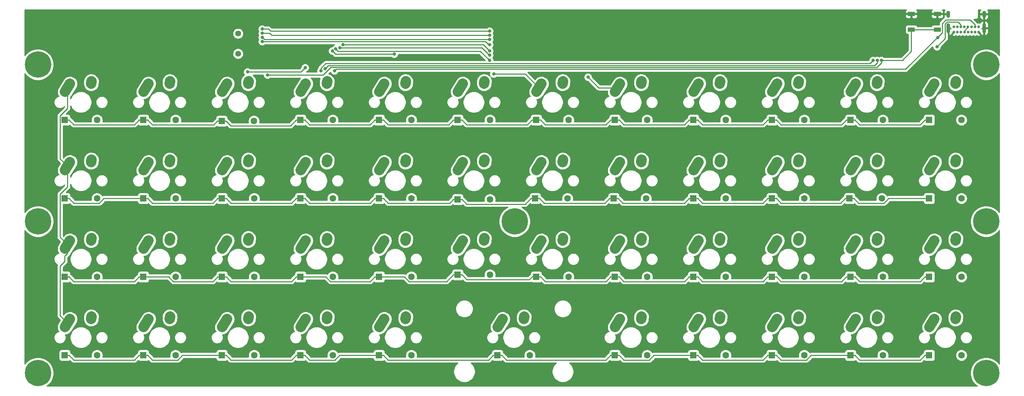
<source format=gbr>
G04 #@! TF.GenerationSoftware,KiCad,Pcbnew,(5.1.0)-1*
G04 #@! TF.CreationDate,2020-09-20T16:15:49-04:00*
G04 #@! TF.ProjectId,keyboard,6b657962-6f61-4726-942e-6b696361645f,rev?*
G04 #@! TF.SameCoordinates,Original*
G04 #@! TF.FileFunction,Copper,L1,Top*
G04 #@! TF.FilePolarity,Positive*
%FSLAX46Y46*%
G04 Gerber Fmt 4.6, Leading zero omitted, Abs format (unit mm)*
G04 Created by KiCad (PCBNEW (5.1.0)-1) date 2020-09-20 16:15:49*
%MOMM*%
%LPD*%
G04 APERTURE LIST*
%ADD10C,6.400000*%
%ADD11R,1.600000X1.600000*%
%ADD12C,1.600000*%
%ADD13O,0.900000X1.700000*%
%ADD14O,0.900000X2.400000*%
%ADD15C,0.650000*%
%ADD16C,2.500000*%
%ADD17C,2.500000*%
%ADD18R,1.700000X1.000000*%
%ADD19C,1.400000*%
%ADD20C,0.800000*%
%ADD21C,0.250000*%
%ADD22C,0.254000*%
G04 APERTURE END LIST*
D10*
X134874000Y-86614000D03*
X249174000Y-48514000D03*
X19304000Y-48514000D03*
X249174000Y-86614000D03*
X19304000Y-86614000D03*
X249174000Y-123444000D03*
X19304000Y-123444000D03*
D11*
X25818000Y-61976000D03*
D12*
X33618000Y-61976000D03*
X52668000Y-61976000D03*
D11*
X44868000Y-61976000D03*
X63867000Y-62230000D03*
D12*
X71667000Y-62230000D03*
X90768000Y-61976000D03*
D11*
X82968000Y-61976000D03*
D12*
X109818000Y-61976000D03*
D11*
X102018000Y-61976000D03*
X121068000Y-61976000D03*
D12*
X128868000Y-61976000D03*
D11*
X140118000Y-61976000D03*
D12*
X147918000Y-61976000D03*
D11*
X159168000Y-61976000D03*
D12*
X166968000Y-61976000D03*
D11*
X178218000Y-61976000D03*
D12*
X186018000Y-61976000D03*
X205068000Y-61976000D03*
D11*
X197268000Y-61976000D03*
X216318000Y-61976000D03*
D12*
X224118000Y-61976000D03*
X243168000Y-61976000D03*
D11*
X235368000Y-61976000D03*
D12*
X33618000Y-81026000D03*
D11*
X25818000Y-81026000D03*
X44868000Y-81026000D03*
D12*
X52668000Y-81026000D03*
D11*
X63918000Y-81026000D03*
D12*
X71718000Y-81026000D03*
D11*
X82968000Y-81026000D03*
D12*
X90768000Y-81026000D03*
D11*
X102018000Y-81026000D03*
D12*
X109818000Y-81026000D03*
X128868000Y-81280000D03*
D11*
X121068000Y-81280000D03*
X139864000Y-81026000D03*
D12*
X147664000Y-81026000D03*
X166714000Y-81026000D03*
D11*
X158914000Y-81026000D03*
D12*
X186018000Y-81026000D03*
D11*
X178218000Y-81026000D03*
X197268000Y-81026000D03*
D12*
X205068000Y-81026000D03*
X223864000Y-81026000D03*
D11*
X216064000Y-81026000D03*
D12*
X243168000Y-81026000D03*
D11*
X235368000Y-81026000D03*
D12*
X33618000Y-100076000D03*
D11*
X25818000Y-100076000D03*
X44868000Y-100076000D03*
D12*
X52668000Y-100076000D03*
D11*
X63918000Y-100076000D03*
D12*
X71718000Y-100076000D03*
D11*
X82968000Y-100076000D03*
D12*
X90768000Y-100076000D03*
X109818000Y-100076000D03*
D11*
X102018000Y-100076000D03*
X121068000Y-99568000D03*
D12*
X128868000Y-99568000D03*
D11*
X140118000Y-100076000D03*
D12*
X147918000Y-100076000D03*
X166968000Y-100076000D03*
D11*
X159168000Y-100076000D03*
D12*
X186018000Y-100076000D03*
D11*
X178218000Y-100076000D03*
D12*
X205068000Y-100076000D03*
D11*
X197268000Y-100076000D03*
X216318000Y-100076000D03*
D12*
X224118000Y-100076000D03*
X243168000Y-100076000D03*
D11*
X235368000Y-100076000D03*
D12*
X33618000Y-119126000D03*
D11*
X25818000Y-119126000D03*
X44868000Y-119126000D03*
D12*
X52668000Y-119126000D03*
X71718000Y-119126000D03*
D11*
X63918000Y-119126000D03*
X82968000Y-119126000D03*
D12*
X90768000Y-119126000D03*
X109818000Y-119126000D03*
D11*
X102018000Y-119126000D03*
D12*
X138520000Y-119126000D03*
D11*
X130720000Y-119126000D03*
D12*
X166968000Y-119126000D03*
D11*
X159168000Y-119126000D03*
X178218000Y-119126000D03*
D12*
X186018000Y-119126000D03*
D11*
X197268000Y-119126000D03*
D12*
X205068000Y-119126000D03*
X224118000Y-119126000D03*
D11*
X216318000Y-119126000D03*
X235368000Y-119126000D03*
D12*
X243168000Y-119126000D03*
D13*
X240023000Y-36284000D03*
X248673000Y-36284000D03*
D14*
X240023000Y-39664000D03*
X248673000Y-39664000D03*
D15*
X241368000Y-39319000D03*
X242218000Y-39319000D03*
X243068000Y-39319000D03*
X243918000Y-39319000D03*
X244768000Y-39319000D03*
X245618000Y-39319000D03*
X246468000Y-39319000D03*
X247323000Y-39319000D03*
X241373000Y-40644000D03*
X242223000Y-40644000D03*
X243073000Y-40644000D03*
X243923000Y-40644000D03*
X244773000Y-40644000D03*
X246473000Y-40644000D03*
X247323000Y-40644000D03*
X245623000Y-40644000D03*
D16*
X26463000Y-54138000D03*
D17*
X27067462Y-53189185D02*
X25858538Y-55086815D01*
D16*
X32238000Y-52868000D03*
D17*
X32257724Y-52578672D02*
X32218276Y-53157328D01*
D16*
X51288000Y-52868000D03*
D17*
X51307724Y-52578672D02*
X51268276Y-53157328D01*
D16*
X45513000Y-54138000D03*
D17*
X46117462Y-53189185D02*
X44908538Y-55086815D01*
D16*
X64563000Y-54138000D03*
D17*
X65167462Y-53189185D02*
X63958538Y-55086815D01*
D16*
X70338000Y-52868000D03*
D17*
X70357724Y-52578672D02*
X70318276Y-53157328D01*
D16*
X89388000Y-52868000D03*
D17*
X89407724Y-52578672D02*
X89368276Y-53157328D01*
D16*
X83613000Y-54138000D03*
D17*
X84217462Y-53189185D02*
X83008538Y-55086815D01*
D16*
X102663000Y-54138000D03*
D17*
X103267462Y-53189185D02*
X102058538Y-55086815D01*
D16*
X108438000Y-52868000D03*
D17*
X108457724Y-52578672D02*
X108418276Y-53157328D01*
D16*
X127488000Y-52868000D03*
D17*
X127507724Y-52578672D02*
X127468276Y-53157328D01*
D16*
X121713000Y-54138000D03*
D17*
X122317462Y-53189185D02*
X121108538Y-55086815D01*
D16*
X140763000Y-54138000D03*
D17*
X141367462Y-53189185D02*
X140158538Y-55086815D01*
D16*
X146538000Y-52868000D03*
D17*
X146557724Y-52578672D02*
X146518276Y-53157328D01*
D16*
X165588000Y-52868000D03*
D17*
X165607724Y-52578672D02*
X165568276Y-53157328D01*
D16*
X159813000Y-54138000D03*
D17*
X160417462Y-53189185D02*
X159208538Y-55086815D01*
D16*
X178863000Y-54138000D03*
D17*
X179467462Y-53189185D02*
X178258538Y-55086815D01*
D16*
X184638000Y-52868000D03*
D17*
X184657724Y-52578672D02*
X184618276Y-53157328D01*
D16*
X203688000Y-52868000D03*
D17*
X203707724Y-52578672D02*
X203668276Y-53157328D01*
D16*
X197913000Y-54138000D03*
D17*
X198517462Y-53189185D02*
X197308538Y-55086815D01*
D16*
X216963000Y-54138000D03*
D17*
X217567462Y-53189185D02*
X216358538Y-55086815D01*
D16*
X222738000Y-52868000D03*
D17*
X222757724Y-52578672D02*
X222718276Y-53157328D01*
D16*
X241788000Y-52868000D03*
D17*
X241807724Y-52578672D02*
X241768276Y-53157328D01*
D16*
X236013000Y-54138000D03*
D17*
X236617462Y-53189185D02*
X235408538Y-55086815D01*
D16*
X32238000Y-71918000D03*
D17*
X32257724Y-71628672D02*
X32218276Y-72207328D01*
D16*
X26463000Y-73188000D03*
D17*
X27067462Y-72239185D02*
X25858538Y-74136815D01*
D16*
X45513000Y-73188000D03*
D17*
X46117462Y-72239185D02*
X44908538Y-74136815D01*
D16*
X51288000Y-71918000D03*
D17*
X51307724Y-71628672D02*
X51268276Y-72207328D01*
D16*
X70338000Y-71918000D03*
D17*
X70357724Y-71628672D02*
X70318276Y-72207328D01*
D16*
X64563000Y-73188000D03*
D17*
X65167462Y-72239185D02*
X63958538Y-74136815D01*
D16*
X83613000Y-73188000D03*
D17*
X84217462Y-72239185D02*
X83008538Y-74136815D01*
D16*
X89388000Y-71918000D03*
D17*
X89407724Y-71628672D02*
X89368276Y-72207328D01*
D16*
X108438000Y-71918000D03*
D17*
X108457724Y-71628672D02*
X108418276Y-72207328D01*
D16*
X102663000Y-73188000D03*
D17*
X103267462Y-72239185D02*
X102058538Y-74136815D01*
D16*
X121713000Y-73188000D03*
D17*
X122317462Y-72239185D02*
X121108538Y-74136815D01*
D16*
X127488000Y-71918000D03*
D17*
X127507724Y-71628672D02*
X127468276Y-72207328D01*
D16*
X146538000Y-71918000D03*
D17*
X146557724Y-71628672D02*
X146518276Y-72207328D01*
D16*
X140763000Y-73188000D03*
D17*
X141367462Y-72239185D02*
X140158538Y-74136815D01*
D16*
X159813000Y-73188000D03*
D17*
X160417462Y-72239185D02*
X159208538Y-74136815D01*
D16*
X165588000Y-71918000D03*
D17*
X165607724Y-71628672D02*
X165568276Y-72207328D01*
D16*
X184638000Y-71918000D03*
D17*
X184657724Y-71628672D02*
X184618276Y-72207328D01*
D16*
X178863000Y-73188000D03*
D17*
X179467462Y-72239185D02*
X178258538Y-74136815D01*
D16*
X197913000Y-73188000D03*
D17*
X198517462Y-72239185D02*
X197308538Y-74136815D01*
D16*
X203688000Y-71918000D03*
D17*
X203707724Y-71628672D02*
X203668276Y-72207328D01*
D16*
X222738000Y-71918000D03*
D17*
X222757724Y-71628672D02*
X222718276Y-72207328D01*
D16*
X216963000Y-73188000D03*
D17*
X217567462Y-72239185D02*
X216358538Y-74136815D01*
D16*
X236013000Y-73188000D03*
D17*
X236617462Y-72239185D02*
X235408538Y-74136815D01*
D16*
X241788000Y-71918000D03*
D17*
X241807724Y-71628672D02*
X241768276Y-72207328D01*
D16*
X26463000Y-92238000D03*
D17*
X27067462Y-91289185D02*
X25858538Y-93186815D01*
D16*
X32238000Y-90968000D03*
D17*
X32257724Y-90678672D02*
X32218276Y-91257328D01*
D16*
X45513000Y-92238000D03*
D17*
X46117462Y-91289185D02*
X44908538Y-93186815D01*
D16*
X51288000Y-90968000D03*
D17*
X51307724Y-90678672D02*
X51268276Y-91257328D01*
D16*
X64563000Y-92238000D03*
D17*
X65167462Y-91289185D02*
X63958538Y-93186815D01*
D16*
X70338000Y-90968000D03*
D17*
X70357724Y-90678672D02*
X70318276Y-91257328D01*
D16*
X89388000Y-90968000D03*
D17*
X89407724Y-90678672D02*
X89368276Y-91257328D01*
D16*
X83613000Y-92238000D03*
D17*
X84217462Y-91289185D02*
X83008538Y-93186815D01*
D16*
X108438000Y-90968000D03*
D17*
X108457724Y-90678672D02*
X108418276Y-91257328D01*
D16*
X102663000Y-92238000D03*
D17*
X103267462Y-91289185D02*
X102058538Y-93186815D01*
D16*
X121713000Y-92238000D03*
D17*
X122317462Y-91289185D02*
X121108538Y-93186815D01*
D16*
X127488000Y-90968000D03*
D17*
X127507724Y-90678672D02*
X127468276Y-91257328D01*
D16*
X140763000Y-92238000D03*
D17*
X141367462Y-91289185D02*
X140158538Y-93186815D01*
D16*
X146538000Y-90968000D03*
D17*
X146557724Y-90678672D02*
X146518276Y-91257328D01*
D16*
X159813000Y-92238000D03*
D17*
X160417462Y-91289185D02*
X159208538Y-93186815D01*
D16*
X165588000Y-90968000D03*
D17*
X165607724Y-90678672D02*
X165568276Y-91257328D01*
D16*
X184638000Y-90968000D03*
D17*
X184657724Y-90678672D02*
X184618276Y-91257328D01*
D16*
X178863000Y-92238000D03*
D17*
X179467462Y-91289185D02*
X178258538Y-93186815D01*
D16*
X203688000Y-90968000D03*
D17*
X203707724Y-90678672D02*
X203668276Y-91257328D01*
D16*
X197913000Y-92238000D03*
D17*
X198517462Y-91289185D02*
X197308538Y-93186815D01*
D16*
X216963000Y-92238000D03*
D17*
X217567462Y-91289185D02*
X216358538Y-93186815D01*
D16*
X222738000Y-90968000D03*
D17*
X222757724Y-90678672D02*
X222718276Y-91257328D01*
D16*
X236013000Y-92238000D03*
D17*
X236617462Y-91289185D02*
X235408538Y-93186815D01*
D16*
X241788000Y-90968000D03*
D17*
X241807724Y-90678672D02*
X241768276Y-91257328D01*
D16*
X32238000Y-110018000D03*
D17*
X32257724Y-109728672D02*
X32218276Y-110307328D01*
D16*
X26463000Y-111288000D03*
D17*
X27067462Y-110339185D02*
X25858538Y-112236815D01*
D16*
X51288000Y-110018000D03*
D17*
X51307724Y-109728672D02*
X51268276Y-110307328D01*
D16*
X45513000Y-111288000D03*
D17*
X46117462Y-110339185D02*
X44908538Y-112236815D01*
D16*
X70338000Y-110018000D03*
D17*
X70357724Y-109728672D02*
X70318276Y-110307328D01*
D16*
X64563000Y-111288000D03*
D17*
X65167462Y-110339185D02*
X63958538Y-112236815D01*
D16*
X89388000Y-110018000D03*
D17*
X89407724Y-109728672D02*
X89368276Y-110307328D01*
D16*
X83613000Y-111288000D03*
D17*
X84217462Y-110339185D02*
X83008538Y-112236815D01*
D16*
X102663000Y-111288000D03*
D17*
X103267462Y-110339185D02*
X102058538Y-112236815D01*
D16*
X108438000Y-110018000D03*
D17*
X108457724Y-109728672D02*
X108418276Y-110307328D01*
D16*
X131365000Y-111288000D03*
D17*
X131969462Y-110339185D02*
X130760538Y-112236815D01*
D16*
X137140000Y-110018000D03*
D17*
X137159724Y-109728672D02*
X137120276Y-110307328D01*
D16*
X159813000Y-111288000D03*
D17*
X160417462Y-110339185D02*
X159208538Y-112236815D01*
D16*
X165588000Y-110018000D03*
D17*
X165607724Y-109728672D02*
X165568276Y-110307328D01*
D16*
X184638000Y-110018000D03*
D17*
X184657724Y-109728672D02*
X184618276Y-110307328D01*
D16*
X178863000Y-111288000D03*
D17*
X179467462Y-110339185D02*
X178258538Y-112236815D01*
D16*
X203688000Y-110018000D03*
D17*
X203707724Y-109728672D02*
X203668276Y-110307328D01*
D16*
X197913000Y-111288000D03*
D17*
X198517462Y-110339185D02*
X197308538Y-112236815D01*
D16*
X222738000Y-110018000D03*
D17*
X222757724Y-109728672D02*
X222718276Y-110307328D01*
D16*
X216963000Y-111288000D03*
D17*
X217567462Y-110339185D02*
X216358538Y-112236815D01*
D16*
X236013000Y-111288000D03*
D17*
X236617462Y-110339185D02*
X235408538Y-112236815D01*
D16*
X241788000Y-110018000D03*
D17*
X241807724Y-109728672D02*
X241768276Y-110307328D01*
D18*
X231038000Y-36200000D03*
X237338000Y-36200000D03*
X231038000Y-40000000D03*
X237338000Y-40000000D03*
D19*
X67818000Y-40984000D03*
X67818000Y-45884000D03*
D20*
X70104000Y-50292000D03*
X74930000Y-51017000D03*
X223774000Y-47498000D03*
X91186000Y-50038000D03*
X84074000Y-49276000D03*
X237432010Y-41967990D03*
X90678000Y-45212000D03*
X105664000Y-45974000D03*
X91510051Y-44657299D03*
X128778000Y-47498000D03*
X92486873Y-44443235D03*
X128778000Y-46228000D03*
X93218000Y-43688000D03*
X128778000Y-45212000D03*
X237236000Y-44159000D03*
X129794000Y-50800000D03*
X152654000Y-51562000D03*
X128778000Y-43688000D03*
X73660000Y-42926000D03*
X73664894Y-41905588D03*
X128778000Y-42418000D03*
X73660000Y-40894000D03*
X128778000Y-41417997D03*
X73660000Y-39878000D03*
X128778000Y-40386000D03*
X88900000Y-49493000D03*
X222758000Y-47498000D03*
X87884000Y-50038000D03*
X221742000Y-47498000D03*
D21*
X70104000Y-50292000D02*
X83058000Y-50292000D01*
X83058000Y-50292000D02*
X84074000Y-49276000D01*
X246468000Y-38859381D02*
X246468000Y-39319000D01*
X245297600Y-37688981D02*
X246468000Y-38859381D01*
X91186000Y-50038000D02*
X91613970Y-49610030D01*
X91613970Y-49610030D02*
X229662972Y-49610030D01*
X229662972Y-49610030D02*
X238513001Y-40760001D01*
X238513001Y-40760001D02*
X238513001Y-38554963D01*
X238513001Y-38554963D02*
X239378983Y-37688981D01*
X239378983Y-37688981D02*
X245297600Y-37688981D01*
X43818000Y-61976000D02*
X44868000Y-61976000D01*
X42692999Y-63101001D02*
X43818000Y-61976000D01*
X27993001Y-63101001D02*
X42692999Y-63101001D01*
X26868000Y-61976000D02*
X27993001Y-63101001D01*
X25818000Y-61976000D02*
X26868000Y-61976000D01*
X62817000Y-62230000D02*
X63867000Y-62230000D01*
X61945999Y-63101001D02*
X62817000Y-62230000D01*
X47043001Y-63101001D02*
X61945999Y-63101001D01*
X45918000Y-61976000D02*
X47043001Y-63101001D01*
X44868000Y-61976000D02*
X45918000Y-61976000D01*
X81918000Y-61976000D02*
X82968000Y-61976000D01*
X80538999Y-63355001D02*
X81918000Y-61976000D01*
X66042001Y-63355001D02*
X80538999Y-63355001D01*
X64917000Y-62230000D02*
X66042001Y-63355001D01*
X63867000Y-62230000D02*
X64917000Y-62230000D01*
X100968000Y-61976000D02*
X102018000Y-61976000D01*
X99842999Y-63101001D02*
X100968000Y-61976000D01*
X85143001Y-63101001D02*
X99842999Y-63101001D01*
X84018000Y-61976000D02*
X85143001Y-63101001D01*
X82968000Y-61976000D02*
X84018000Y-61976000D01*
X120018000Y-61976000D02*
X121068000Y-61976000D01*
X118892999Y-63101001D02*
X120018000Y-61976000D01*
X104193001Y-63101001D02*
X118892999Y-63101001D01*
X103068000Y-61976000D02*
X104193001Y-63101001D01*
X102018000Y-61976000D02*
X103068000Y-61976000D01*
X139068000Y-61976000D02*
X140118000Y-61976000D01*
X137942999Y-63101001D02*
X139068000Y-61976000D01*
X123243001Y-63101001D02*
X137942999Y-63101001D01*
X122118000Y-61976000D02*
X123243001Y-63101001D01*
X121068000Y-61976000D02*
X122118000Y-61976000D01*
X158118000Y-61976000D02*
X159168000Y-61976000D01*
X156992999Y-63101001D02*
X158118000Y-61976000D01*
X142293001Y-63101001D02*
X156992999Y-63101001D01*
X141168000Y-61976000D02*
X142293001Y-63101001D01*
X140118000Y-61976000D02*
X141168000Y-61976000D01*
X177168000Y-61976000D02*
X178218000Y-61976000D01*
X176042999Y-63101001D02*
X177168000Y-61976000D01*
X161343001Y-63101001D02*
X176042999Y-63101001D01*
X160218000Y-61976000D02*
X161343001Y-63101001D01*
X159168000Y-61976000D02*
X160218000Y-61976000D01*
X196218000Y-61976000D02*
X197268000Y-61976000D01*
X195092999Y-63101001D02*
X196218000Y-61976000D01*
X180393001Y-63101001D02*
X195092999Y-63101001D01*
X179268000Y-61976000D02*
X180393001Y-63101001D01*
X178218000Y-61976000D02*
X179268000Y-61976000D01*
X215268000Y-61976000D02*
X216318000Y-61976000D01*
X214142999Y-63101001D02*
X215268000Y-61976000D01*
X199443001Y-63101001D02*
X214142999Y-63101001D01*
X198318000Y-61976000D02*
X199443001Y-63101001D01*
X197268000Y-61976000D02*
X198318000Y-61976000D01*
X216318000Y-61976000D02*
X217368000Y-61976000D01*
X234318000Y-61976000D02*
X235368000Y-61976000D01*
X233192999Y-63101001D02*
X234318000Y-61976000D01*
X217368000Y-61976000D02*
X218493001Y-63101001D01*
X218493001Y-63101001D02*
X233192999Y-63101001D01*
X90678000Y-45212000D02*
X91440000Y-45974000D01*
X91440000Y-45974000D02*
X104902000Y-45974000D01*
X104902000Y-45974000D02*
X105664000Y-45974000D01*
X217114000Y-81026000D02*
X216064000Y-81026000D01*
X218239001Y-82151001D02*
X217114000Y-81026000D01*
X224404001Y-82151001D02*
X218239001Y-82151001D01*
X225529002Y-81026000D02*
X224404001Y-82151001D01*
X235368000Y-81026000D02*
X225529002Y-81026000D01*
X198318000Y-81026000D02*
X197268000Y-81026000D01*
X199443001Y-82151001D02*
X198318000Y-81026000D01*
X213888999Y-82151001D02*
X199443001Y-82151001D01*
X215014000Y-81026000D02*
X213888999Y-82151001D01*
X216064000Y-81026000D02*
X215014000Y-81026000D01*
X179268000Y-81026000D02*
X178218000Y-81026000D01*
X180393001Y-82151001D02*
X179268000Y-81026000D01*
X195092999Y-82151001D02*
X180393001Y-82151001D01*
X196218000Y-81026000D02*
X195092999Y-82151001D01*
X197268000Y-81026000D02*
X196218000Y-81026000D01*
X159964000Y-81026000D02*
X158914000Y-81026000D01*
X161089001Y-82151001D02*
X159964000Y-81026000D01*
X176042999Y-82151001D02*
X161089001Y-82151001D01*
X177168000Y-81026000D02*
X176042999Y-82151001D01*
X178218000Y-81026000D02*
X177168000Y-81026000D01*
X140914000Y-81026000D02*
X139864000Y-81026000D01*
X142039001Y-82151001D02*
X140914000Y-81026000D01*
X156738999Y-82151001D02*
X142039001Y-82151001D01*
X157864000Y-81026000D02*
X156738999Y-82151001D01*
X158914000Y-81026000D02*
X157864000Y-81026000D01*
X122118000Y-81280000D02*
X121068000Y-81280000D01*
X123243001Y-82405001D02*
X122118000Y-81280000D01*
X137434999Y-82405001D02*
X123243001Y-82405001D01*
X138814000Y-81026000D02*
X137434999Y-82405001D01*
X139864000Y-81026000D02*
X138814000Y-81026000D01*
X103068000Y-81026000D02*
X102018000Y-81026000D01*
X104193001Y-82151001D02*
X103068000Y-81026000D01*
X119146999Y-82151001D02*
X104193001Y-82151001D01*
X120018000Y-81280000D02*
X119146999Y-82151001D01*
X121068000Y-81280000D02*
X120018000Y-81280000D01*
X84018000Y-81026000D02*
X82968000Y-81026000D01*
X85143001Y-82151001D02*
X84018000Y-81026000D01*
X99842999Y-82151001D02*
X85143001Y-82151001D01*
X100968000Y-81026000D02*
X99842999Y-82151001D01*
X102018000Y-81026000D02*
X100968000Y-81026000D01*
X64968000Y-81026000D02*
X63918000Y-81026000D01*
X66093001Y-82151001D02*
X64968000Y-81026000D01*
X80792999Y-82151001D02*
X66093001Y-82151001D01*
X81918000Y-81026000D02*
X80792999Y-82151001D01*
X82968000Y-81026000D02*
X81918000Y-81026000D01*
X45918000Y-81026000D02*
X44868000Y-81026000D01*
X47043001Y-82151001D02*
X45918000Y-81026000D01*
X61742999Y-82151001D02*
X47043001Y-82151001D01*
X62868000Y-81026000D02*
X61742999Y-82151001D01*
X63918000Y-81026000D02*
X62868000Y-81026000D01*
X26868000Y-81026000D02*
X25818000Y-81026000D01*
X27993001Y-82151001D02*
X26868000Y-81026000D01*
X34158001Y-82151001D02*
X27993001Y-82151001D01*
X35283002Y-81026000D02*
X34158001Y-82151001D01*
X44868000Y-81026000D02*
X35283002Y-81026000D01*
X92101751Y-45248999D02*
X114082999Y-45248999D01*
X91510051Y-44657299D02*
X92101751Y-45248999D01*
X114082999Y-45248999D02*
X126528999Y-45248999D01*
X126528999Y-45248999D02*
X128524000Y-47244000D01*
X43818000Y-100076000D02*
X44868000Y-100076000D01*
X42692999Y-101201001D02*
X43818000Y-100076000D01*
X27993001Y-101201001D02*
X42692999Y-101201001D01*
X26868000Y-100076000D02*
X27993001Y-101201001D01*
X25818000Y-100076000D02*
X26868000Y-100076000D01*
X62868000Y-100076000D02*
X63918000Y-100076000D01*
X61742999Y-101201001D02*
X62868000Y-100076000D01*
X52127999Y-101201001D02*
X61742999Y-101201001D01*
X51002998Y-100076000D02*
X52127999Y-101201001D01*
X44868000Y-100076000D02*
X51002998Y-100076000D01*
X81918000Y-100076000D02*
X82968000Y-100076000D01*
X80792999Y-101201001D02*
X81918000Y-100076000D01*
X66093001Y-101201001D02*
X80792999Y-101201001D01*
X64968000Y-100076000D02*
X66093001Y-101201001D01*
X63918000Y-100076000D02*
X64968000Y-100076000D01*
X100968000Y-100076000D02*
X102018000Y-100076000D01*
X99842999Y-101201001D02*
X100968000Y-100076000D01*
X90227999Y-101201001D02*
X99842999Y-101201001D01*
X89102998Y-100076000D02*
X90227999Y-101201001D01*
X82968000Y-100076000D02*
X89102998Y-100076000D01*
X120018000Y-99568000D02*
X121068000Y-99568000D01*
X118384999Y-101201001D02*
X120018000Y-99568000D01*
X109277999Y-101201001D02*
X118384999Y-101201001D01*
X108152998Y-100076000D02*
X109277999Y-101201001D01*
X102018000Y-100076000D02*
X108152998Y-100076000D01*
X139068000Y-100076000D02*
X140118000Y-100076000D01*
X138450999Y-100693001D02*
X139068000Y-100076000D01*
X123243001Y-100693001D02*
X138450999Y-100693001D01*
X122118000Y-99568000D02*
X123243001Y-100693001D01*
X121068000Y-99568000D02*
X122118000Y-99568000D01*
X177168000Y-100076000D02*
X178218000Y-100076000D01*
X176042999Y-101201001D02*
X177168000Y-100076000D01*
X161343001Y-101201001D02*
X176042999Y-101201001D01*
X160218000Y-100076000D02*
X161343001Y-101201001D01*
X159168000Y-100076000D02*
X160218000Y-100076000D01*
X158118000Y-100076000D02*
X159168000Y-100076000D01*
X156992999Y-101201001D02*
X158118000Y-100076000D01*
X142293001Y-101201001D02*
X156992999Y-101201001D01*
X141168000Y-100076000D02*
X142293001Y-101201001D01*
X140118000Y-100076000D02*
X141168000Y-100076000D01*
X196218000Y-100076000D02*
X197268000Y-100076000D01*
X195092999Y-101201001D02*
X196218000Y-100076000D01*
X180393001Y-101201001D02*
X195092999Y-101201001D01*
X179268000Y-100076000D02*
X180393001Y-101201001D01*
X178218000Y-100076000D02*
X179268000Y-100076000D01*
X215268000Y-100076000D02*
X216318000Y-100076000D01*
X214142999Y-101201001D02*
X215268000Y-100076000D01*
X199443001Y-101201001D02*
X214142999Y-101201001D01*
X198318000Y-100076000D02*
X199443001Y-101201001D01*
X197268000Y-100076000D02*
X198318000Y-100076000D01*
X234318000Y-100076000D02*
X235368000Y-100076000D01*
X233192999Y-101201001D02*
X234318000Y-100076000D01*
X218493001Y-101201001D02*
X233192999Y-101201001D01*
X217368000Y-100076000D02*
X218493001Y-101201001D01*
X216318000Y-100076000D02*
X217368000Y-100076000D01*
X92486873Y-44443235D02*
X114663987Y-44443235D01*
X114663987Y-44443235D02*
X126938113Y-44443235D01*
X126938113Y-44443235D02*
X128704149Y-46209271D01*
X217368000Y-119126000D02*
X216318000Y-119126000D01*
X218493001Y-120251001D02*
X217368000Y-119126000D01*
X233192999Y-120251001D02*
X218493001Y-120251001D01*
X234318000Y-119126000D02*
X233192999Y-120251001D01*
X235368000Y-119126000D02*
X234318000Y-119126000D01*
X198318000Y-119126000D02*
X197268000Y-119126000D01*
X199443001Y-120251001D02*
X198318000Y-119126000D01*
X205608001Y-120251001D02*
X199443001Y-120251001D01*
X206733002Y-119126000D02*
X205608001Y-120251001D01*
X216318000Y-119126000D02*
X206733002Y-119126000D01*
X179268000Y-119126000D02*
X178218000Y-119126000D01*
X180393001Y-120251001D02*
X179268000Y-119126000D01*
X195092999Y-120251001D02*
X180393001Y-120251001D01*
X196218000Y-119126000D02*
X195092999Y-120251001D01*
X197268000Y-119126000D02*
X196218000Y-119126000D01*
X160218000Y-119126000D02*
X159168000Y-119126000D01*
X161343001Y-120251001D02*
X160218000Y-119126000D01*
X167508001Y-120251001D02*
X161343001Y-120251001D01*
X168633002Y-119126000D02*
X167508001Y-120251001D01*
X178218000Y-119126000D02*
X168633002Y-119126000D01*
X131770000Y-119126000D02*
X130720000Y-119126000D01*
X132895001Y-120251001D02*
X131770000Y-119126000D01*
X156992999Y-120251001D02*
X132895001Y-120251001D01*
X158118000Y-119126000D02*
X156992999Y-120251001D01*
X159168000Y-119126000D02*
X158118000Y-119126000D01*
X103068000Y-119126000D02*
X102018000Y-119126000D01*
X104193001Y-120251001D02*
X103068000Y-119126000D01*
X128544999Y-120251001D02*
X104193001Y-120251001D01*
X129670000Y-119126000D02*
X128544999Y-120251001D01*
X130720000Y-119126000D02*
X129670000Y-119126000D01*
X84018000Y-119126000D02*
X82968000Y-119126000D01*
X85143001Y-120251001D02*
X84018000Y-119126000D01*
X91308001Y-120251001D02*
X85143001Y-120251001D01*
X92433002Y-119126000D02*
X91308001Y-120251001D01*
X102018000Y-119126000D02*
X92433002Y-119126000D01*
X64968000Y-119126000D02*
X63918000Y-119126000D01*
X66093001Y-120251001D02*
X64968000Y-119126000D01*
X80792999Y-120251001D02*
X66093001Y-120251001D01*
X81918000Y-119126000D02*
X80792999Y-120251001D01*
X82968000Y-119126000D02*
X81918000Y-119126000D01*
X45918000Y-119126000D02*
X44868000Y-119126000D01*
X47043001Y-120251001D02*
X45918000Y-119126000D01*
X53208001Y-120251001D02*
X47043001Y-120251001D01*
X54333002Y-119126000D02*
X53208001Y-120251001D01*
X63918000Y-119126000D02*
X54333002Y-119126000D01*
X26868000Y-119126000D02*
X25818000Y-119126000D01*
X27993001Y-120251001D02*
X26868000Y-119126000D01*
X42692999Y-120251001D02*
X27993001Y-120251001D01*
X43818000Y-119126000D02*
X42692999Y-120251001D01*
X44868000Y-119126000D02*
X43818000Y-119126000D01*
X93218000Y-43688000D02*
X115316000Y-43688000D01*
X127254000Y-43688000D02*
X128778000Y-45212000D01*
X115316000Y-43688000D02*
X127254000Y-43688000D01*
X239701981Y-38138990D02*
X242354990Y-38138990D01*
X239247990Y-38592981D02*
X239701981Y-38138990D01*
X237236000Y-44159000D02*
X239247990Y-42147010D01*
X239247990Y-42147010D02*
X239247990Y-38592981D01*
X243068000Y-38852000D02*
X243068000Y-39319000D01*
X242354990Y-38138990D02*
X243068000Y-38852000D01*
X243923000Y-40276002D02*
X243923000Y-40644000D01*
X244768000Y-39431002D02*
X243923000Y-40276002D01*
X244768000Y-39319000D02*
X244768000Y-39431002D01*
X25486947Y-72211947D02*
X26463000Y-73188000D01*
X24692999Y-71417999D02*
X25486947Y-72211947D01*
X24692999Y-60915999D02*
X24692999Y-71417999D01*
X26463000Y-59145998D02*
X24692999Y-60915999D01*
X26463000Y-54138000D02*
X26463000Y-59145998D01*
X25486947Y-91261947D02*
X26463000Y-92238000D01*
X24692999Y-90467999D02*
X25486947Y-91261947D01*
X24692999Y-79965999D02*
X24692999Y-90467999D01*
X26463000Y-78195998D02*
X24692999Y-79965999D01*
X26463000Y-73188000D02*
X26463000Y-78195998D01*
X25486947Y-110311947D02*
X26463000Y-111288000D01*
X24692999Y-109517999D02*
X25486947Y-110311947D01*
X24692999Y-97443335D02*
X24692999Y-109517999D01*
X25813901Y-96322433D02*
X24692999Y-97443335D01*
X25813901Y-95027300D02*
X25813901Y-96322433D01*
X26463000Y-94378201D02*
X25813901Y-95027300D01*
X26463000Y-92238000D02*
X26463000Y-94378201D01*
X137425000Y-50800000D02*
X140763000Y-54138000D01*
X129794000Y-50800000D02*
X137425000Y-50800000D01*
X155230000Y-54138000D02*
X159813000Y-54138000D01*
X152654000Y-51562000D02*
X155230000Y-54138000D01*
X127762000Y-42926000D02*
X128524000Y-43688000D01*
X77978000Y-42926000D02*
X78232000Y-42926000D01*
X78232000Y-42926000D02*
X127762000Y-42926000D01*
X73660000Y-42926000D02*
X75692000Y-42926000D01*
X75438000Y-42926000D02*
X75692000Y-42926000D01*
X75692000Y-42926000D02*
X78232000Y-42926000D01*
X73664894Y-41905588D02*
X74177306Y-42418000D01*
X74177306Y-42418000D02*
X128778000Y-42418000D01*
X73660000Y-40894000D02*
X74930000Y-40894000D01*
X74930000Y-40894000D02*
X75438000Y-40894000D01*
X75438000Y-40894000D02*
X75961997Y-41417997D01*
X75961997Y-41417997D02*
X128778000Y-41417997D01*
X73660000Y-39878000D02*
X75184000Y-39878000D01*
X75184000Y-39878000D02*
X75692000Y-40386000D01*
X75692000Y-40386000D02*
X128778000Y-40386000D01*
X231038000Y-40000000D02*
X231038000Y-45314000D01*
X228854000Y-47498000D02*
X223774000Y-47498000D01*
X231038000Y-45314000D02*
X228854000Y-47498000D01*
X232138000Y-40000000D02*
X237338000Y-40000000D01*
X231038000Y-40000000D02*
X232138000Y-40000000D01*
X223774000Y-48063685D02*
X223774000Y-47498000D01*
X222677665Y-49160020D02*
X223774000Y-48063685D01*
X90305982Y-49160020D02*
X222677665Y-49160020D01*
X74930000Y-51017000D02*
X88449002Y-51017000D01*
X88449002Y-51017000D02*
X90305982Y-49160020D01*
X88900000Y-49493000D02*
X89682990Y-48710010D01*
X222758000Y-48063685D02*
X222758000Y-47498000D01*
X222111675Y-48710010D02*
X222758000Y-48063685D01*
X89682990Y-48710010D02*
X222111675Y-48710010D01*
X87884000Y-49435998D02*
X89059998Y-48260000D01*
X87884000Y-50038000D02*
X87884000Y-49435998D01*
X89059998Y-48260000D02*
X122174000Y-48260000D01*
X122174000Y-48260000D02*
X220980000Y-48260000D01*
X220980000Y-48260000D02*
X221742000Y-47498000D01*
X232138000Y-36200000D02*
X237338000Y-36200000D01*
X231038000Y-36200000D02*
X232138000Y-36200000D01*
D22*
G36*
X229736815Y-35248815D02*
G01*
X229657463Y-35345506D01*
X229598498Y-35455820D01*
X229562188Y-35575518D01*
X229549928Y-35700000D01*
X229553000Y-35914250D01*
X229711750Y-36073000D01*
X230911000Y-36073000D01*
X230911000Y-36053000D01*
X231165000Y-36053000D01*
X231165000Y-36073000D01*
X232364250Y-36073000D01*
X232523000Y-35914250D01*
X232526072Y-35700000D01*
X232513812Y-35575518D01*
X232477502Y-35455820D01*
X232418537Y-35345506D01*
X232339185Y-35248815D01*
X232284578Y-35204000D01*
X236091422Y-35204000D01*
X236036815Y-35248815D01*
X235957463Y-35345506D01*
X235898498Y-35455820D01*
X235862188Y-35575518D01*
X235849928Y-35700000D01*
X235853000Y-35914250D01*
X236011750Y-36073000D01*
X237211000Y-36073000D01*
X237211000Y-36053000D01*
X237465000Y-36053000D01*
X237465000Y-36073000D01*
X238664250Y-36073000D01*
X238823000Y-35914250D01*
X238826072Y-35700000D01*
X238813812Y-35575518D01*
X238777502Y-35455820D01*
X238718537Y-35345506D01*
X238639185Y-35248815D01*
X238584578Y-35204000D01*
X239171680Y-35204000D01*
X239069191Y-35351455D01*
X238983624Y-35547767D01*
X238938000Y-35757000D01*
X238938000Y-36157000D01*
X239896000Y-36157000D01*
X239896000Y-36137000D01*
X240150000Y-36137000D01*
X240150000Y-36157000D01*
X240170000Y-36157000D01*
X240170000Y-36411000D01*
X240150000Y-36411000D01*
X240150000Y-36431000D01*
X239896000Y-36431000D01*
X239896000Y-36411000D01*
X238938000Y-36411000D01*
X238938000Y-36811000D01*
X238983624Y-37020233D01*
X238990099Y-37035089D01*
X238954707Y-37054007D01*
X238954705Y-37054008D01*
X238954706Y-37054008D01*
X238867979Y-37125182D01*
X238867975Y-37125186D01*
X238838982Y-37148980D01*
X238815188Y-37177973D01*
X238001999Y-37991164D01*
X237973001Y-38014962D01*
X237949203Y-38043960D01*
X237949202Y-38043961D01*
X237878027Y-38130687D01*
X237807455Y-38262717D01*
X237763999Y-38405978D01*
X237749325Y-38554963D01*
X237753002Y-38592295D01*
X237753002Y-38861928D01*
X236488000Y-38861928D01*
X236363518Y-38874188D01*
X236243820Y-38910498D01*
X236133506Y-38969463D01*
X236036815Y-39048815D01*
X235957463Y-39145506D01*
X235906954Y-39240000D01*
X232469046Y-39240000D01*
X232418537Y-39145506D01*
X232339185Y-39048815D01*
X232242494Y-38969463D01*
X232132180Y-38910498D01*
X232012482Y-38874188D01*
X231888000Y-38861928D01*
X230188000Y-38861928D01*
X230063518Y-38874188D01*
X229943820Y-38910498D01*
X229833506Y-38969463D01*
X229736815Y-39048815D01*
X229657463Y-39145506D01*
X229598498Y-39255820D01*
X229562188Y-39375518D01*
X229549928Y-39500000D01*
X229549928Y-40500000D01*
X229562188Y-40624482D01*
X229598498Y-40744180D01*
X229657463Y-40854494D01*
X229736815Y-40951185D01*
X229833506Y-41030537D01*
X229943820Y-41089502D01*
X230063518Y-41125812D01*
X230188000Y-41138072D01*
X230278000Y-41138072D01*
X230278001Y-44999196D01*
X228539199Y-46738000D01*
X224477711Y-46738000D01*
X224433774Y-46694063D01*
X224264256Y-46580795D01*
X224075898Y-46502774D01*
X223875939Y-46463000D01*
X223672061Y-46463000D01*
X223472102Y-46502774D01*
X223283744Y-46580795D01*
X223266000Y-46592651D01*
X223248256Y-46580795D01*
X223059898Y-46502774D01*
X222859939Y-46463000D01*
X222656061Y-46463000D01*
X222456102Y-46502774D01*
X222267744Y-46580795D01*
X222250000Y-46592651D01*
X222232256Y-46580795D01*
X222043898Y-46502774D01*
X221843939Y-46463000D01*
X221640061Y-46463000D01*
X221440102Y-46502774D01*
X221251744Y-46580795D01*
X221082226Y-46694063D01*
X220938063Y-46838226D01*
X220824795Y-47007744D01*
X220746774Y-47196102D01*
X220707000Y-47396061D01*
X220707000Y-47458199D01*
X220665199Y-47500000D01*
X129813000Y-47500000D01*
X129813000Y-47396061D01*
X129773226Y-47196102D01*
X129695205Y-47007744D01*
X129598490Y-46863000D01*
X129695205Y-46718256D01*
X129773226Y-46529898D01*
X129813000Y-46329939D01*
X129813000Y-46126061D01*
X129773226Y-45926102D01*
X129695205Y-45737744D01*
X129683349Y-45720000D01*
X129695205Y-45702256D01*
X129773226Y-45513898D01*
X129813000Y-45313939D01*
X129813000Y-45110061D01*
X129773226Y-44910102D01*
X129695205Y-44721744D01*
X129581937Y-44552226D01*
X129479711Y-44450000D01*
X129581937Y-44347774D01*
X129695205Y-44178256D01*
X129773226Y-43989898D01*
X129813000Y-43789939D01*
X129813000Y-43586061D01*
X129773226Y-43386102D01*
X129695205Y-43197744D01*
X129598490Y-43053000D01*
X129695205Y-42908256D01*
X129773226Y-42719898D01*
X129813000Y-42519939D01*
X129813000Y-42316061D01*
X129773226Y-42116102D01*
X129695205Y-41927744D01*
X129688693Y-41917999D01*
X129695205Y-41908253D01*
X129773226Y-41719895D01*
X129813000Y-41519936D01*
X129813000Y-41316058D01*
X129773226Y-41116099D01*
X129695205Y-40927741D01*
X129678004Y-40901999D01*
X129695205Y-40876256D01*
X129773226Y-40687898D01*
X129813000Y-40487939D01*
X129813000Y-40284061D01*
X129773226Y-40084102D01*
X129695205Y-39895744D01*
X129581937Y-39726226D01*
X129437774Y-39582063D01*
X129268256Y-39468795D01*
X129079898Y-39390774D01*
X128879939Y-39351000D01*
X128676061Y-39351000D01*
X128476102Y-39390774D01*
X128287744Y-39468795D01*
X128118226Y-39582063D01*
X128074289Y-39626000D01*
X76006802Y-39626000D01*
X75747803Y-39367002D01*
X75724001Y-39337999D01*
X75608276Y-39243026D01*
X75476247Y-39172454D01*
X75332986Y-39128997D01*
X75221333Y-39118000D01*
X75221322Y-39118000D01*
X75184000Y-39114324D01*
X75146678Y-39118000D01*
X74363711Y-39118000D01*
X74319774Y-39074063D01*
X74150256Y-38960795D01*
X73961898Y-38882774D01*
X73761939Y-38843000D01*
X73558061Y-38843000D01*
X73358102Y-38882774D01*
X73169744Y-38960795D01*
X73000226Y-39074063D01*
X72856063Y-39218226D01*
X72742795Y-39387744D01*
X72664774Y-39576102D01*
X72625000Y-39776061D01*
X72625000Y-39979939D01*
X72664774Y-40179898D01*
X72742795Y-40368256D01*
X72754651Y-40386000D01*
X72742795Y-40403744D01*
X72664774Y-40592102D01*
X72625000Y-40792061D01*
X72625000Y-40995939D01*
X72664774Y-41195898D01*
X72742795Y-41384256D01*
X72755624Y-41403456D01*
X72747689Y-41415332D01*
X72669668Y-41603690D01*
X72629894Y-41803649D01*
X72629894Y-42007527D01*
X72669668Y-42207486D01*
X72747689Y-42395844D01*
X72758572Y-42412132D01*
X72742795Y-42435744D01*
X72664774Y-42624102D01*
X72625000Y-42824061D01*
X72625000Y-43027939D01*
X72664774Y-43227898D01*
X72742795Y-43416256D01*
X72856063Y-43585774D01*
X73000226Y-43729937D01*
X73169744Y-43843205D01*
X73358102Y-43921226D01*
X73558061Y-43961000D01*
X73761939Y-43961000D01*
X73961898Y-43921226D01*
X74150256Y-43843205D01*
X74319774Y-43729937D01*
X74363711Y-43686000D01*
X91150389Y-43686000D01*
X91019795Y-43740094D01*
X90850277Y-43853362D01*
X90706114Y-43997525D01*
X90592846Y-44167043D01*
X90588722Y-44177000D01*
X90576061Y-44177000D01*
X90376102Y-44216774D01*
X90187744Y-44294795D01*
X90018226Y-44408063D01*
X89874063Y-44552226D01*
X89760795Y-44721744D01*
X89682774Y-44910102D01*
X89643000Y-45110061D01*
X89643000Y-45313939D01*
X89682774Y-45513898D01*
X89760795Y-45702256D01*
X89874063Y-45871774D01*
X90018226Y-46015937D01*
X90187744Y-46129205D01*
X90376102Y-46207226D01*
X90576061Y-46247000D01*
X90638198Y-46247000D01*
X90876201Y-46485002D01*
X90899999Y-46514001D01*
X91015724Y-46608974D01*
X91147753Y-46679546D01*
X91291014Y-46723003D01*
X91402667Y-46734000D01*
X91402675Y-46734000D01*
X91440000Y-46737676D01*
X91477325Y-46734000D01*
X104960289Y-46734000D01*
X105004226Y-46777937D01*
X105173744Y-46891205D01*
X105362102Y-46969226D01*
X105562061Y-47009000D01*
X105765939Y-47009000D01*
X105965898Y-46969226D01*
X106154256Y-46891205D01*
X106323774Y-46777937D01*
X106467937Y-46633774D01*
X106581205Y-46464256D01*
X106659226Y-46275898D01*
X106699000Y-46075939D01*
X106699000Y-46008999D01*
X126214198Y-46008999D01*
X127705197Y-47500000D01*
X89097320Y-47500000D01*
X89059997Y-47496324D01*
X89022674Y-47500000D01*
X89022665Y-47500000D01*
X88911012Y-47510997D01*
X88767751Y-47554454D01*
X88635722Y-47625026D01*
X88519997Y-47719999D01*
X88496199Y-47748997D01*
X87372998Y-48872199D01*
X87344000Y-48895997D01*
X87320202Y-48924995D01*
X87320201Y-48924996D01*
X87249026Y-49011722D01*
X87218558Y-49068724D01*
X87178454Y-49143751D01*
X87134997Y-49287012D01*
X87131033Y-49327256D01*
X87080063Y-49378226D01*
X86966795Y-49547744D01*
X86888774Y-49736102D01*
X86849000Y-49936061D01*
X86849000Y-50139939D01*
X86872285Y-50257000D01*
X84410242Y-50257000D01*
X84564256Y-50193205D01*
X84733774Y-50079937D01*
X84877937Y-49935774D01*
X84991205Y-49766256D01*
X85069226Y-49577898D01*
X85109000Y-49377939D01*
X85109000Y-49174061D01*
X85069226Y-48974102D01*
X84991205Y-48785744D01*
X84877937Y-48616226D01*
X84733774Y-48472063D01*
X84564256Y-48358795D01*
X84375898Y-48280774D01*
X84175939Y-48241000D01*
X83972061Y-48241000D01*
X83772102Y-48280774D01*
X83583744Y-48358795D01*
X83414226Y-48472063D01*
X83270063Y-48616226D01*
X83156795Y-48785744D01*
X83078774Y-48974102D01*
X83039000Y-49174061D01*
X83039000Y-49236198D01*
X82743199Y-49532000D01*
X70807711Y-49532000D01*
X70763774Y-49488063D01*
X70594256Y-49374795D01*
X70405898Y-49296774D01*
X70205939Y-49257000D01*
X70002061Y-49257000D01*
X69802102Y-49296774D01*
X69613744Y-49374795D01*
X69444226Y-49488063D01*
X69300063Y-49632226D01*
X69186795Y-49801744D01*
X69108774Y-49990102D01*
X69069000Y-50190061D01*
X69069000Y-50393939D01*
X69108774Y-50593898D01*
X69186795Y-50782256D01*
X69300063Y-50951774D01*
X69338571Y-50990282D01*
X69112575Y-51151335D01*
X68858041Y-51421677D01*
X68661137Y-51736483D01*
X68529434Y-52083653D01*
X68483387Y-52358084D01*
X68431344Y-53121505D01*
X68439721Y-53399645D01*
X68523090Y-53761477D01*
X68675448Y-54100092D01*
X68890939Y-54402477D01*
X69161281Y-54657011D01*
X69476087Y-54853915D01*
X69823257Y-54985618D01*
X70189450Y-55047061D01*
X70560593Y-55035883D01*
X70922425Y-54952514D01*
X71261040Y-54800156D01*
X71563425Y-54584665D01*
X71817959Y-54314323D01*
X72014863Y-53999517D01*
X72146566Y-53652347D01*
X72192613Y-53377916D01*
X72244656Y-52614496D01*
X72236279Y-52336355D01*
X72152910Y-51974523D01*
X72000552Y-51635908D01*
X71785061Y-51333523D01*
X71514719Y-51078989D01*
X71471569Y-51052000D01*
X73895000Y-51052000D01*
X73895000Y-51118939D01*
X73934774Y-51318898D01*
X74012795Y-51507256D01*
X74126063Y-51676774D01*
X74270226Y-51820937D01*
X74439744Y-51934205D01*
X74628102Y-52012226D01*
X74828061Y-52052000D01*
X75031939Y-52052000D01*
X75231898Y-52012226D01*
X75420256Y-51934205D01*
X75589774Y-51820937D01*
X75633711Y-51777000D01*
X82968557Y-51777000D01*
X82849218Y-51879377D01*
X82677422Y-52098280D01*
X81368993Y-54152101D01*
X81243204Y-54400314D01*
X81143194Y-54757904D01*
X81114869Y-55128135D01*
X81159317Y-55496777D01*
X81274828Y-55849664D01*
X81456966Y-56173237D01*
X81483054Y-56203647D01*
X81354579Y-56229202D01*
X81084162Y-56341212D01*
X80840794Y-56503826D01*
X80633826Y-56710794D01*
X80471212Y-56954162D01*
X80359202Y-57224579D01*
X80302100Y-57511652D01*
X80302100Y-57804348D01*
X80359202Y-58091421D01*
X80471212Y-58361838D01*
X80633826Y-58605206D01*
X80840794Y-58812174D01*
X81084162Y-58974788D01*
X81354579Y-59086798D01*
X81641652Y-59143900D01*
X81934348Y-59143900D01*
X82221421Y-59086798D01*
X82491838Y-58974788D01*
X82735206Y-58812174D01*
X82942174Y-58605206D01*
X83104788Y-58361838D01*
X83216798Y-58091421D01*
X83273900Y-57804348D01*
X83273900Y-57511652D01*
X83251508Y-57399076D01*
X84239100Y-57399076D01*
X84239100Y-57916924D01*
X84340127Y-58424822D01*
X84538299Y-58903251D01*
X84826000Y-59333826D01*
X85192174Y-59700000D01*
X85622749Y-59987701D01*
X86101178Y-60185873D01*
X86609076Y-60286900D01*
X87126924Y-60286900D01*
X87634822Y-60185873D01*
X88113251Y-59987701D01*
X88543826Y-59700000D01*
X88910000Y-59333826D01*
X89197701Y-58903251D01*
X89395873Y-58424822D01*
X89496900Y-57916924D01*
X89496900Y-57511652D01*
X90462100Y-57511652D01*
X90462100Y-57804348D01*
X90519202Y-58091421D01*
X90631212Y-58361838D01*
X90793826Y-58605206D01*
X91000794Y-58812174D01*
X91244162Y-58974788D01*
X91514579Y-59086798D01*
X91801652Y-59143900D01*
X92094348Y-59143900D01*
X92381421Y-59086798D01*
X92651838Y-58974788D01*
X92895206Y-58812174D01*
X93102174Y-58605206D01*
X93264788Y-58361838D01*
X93376798Y-58091421D01*
X93433900Y-57804348D01*
X93433900Y-57511652D01*
X99352100Y-57511652D01*
X99352100Y-57804348D01*
X99409202Y-58091421D01*
X99521212Y-58361838D01*
X99683826Y-58605206D01*
X99890794Y-58812174D01*
X100134162Y-58974788D01*
X100404579Y-59086798D01*
X100691652Y-59143900D01*
X100984348Y-59143900D01*
X101271421Y-59086798D01*
X101541838Y-58974788D01*
X101785206Y-58812174D01*
X101992174Y-58605206D01*
X102154788Y-58361838D01*
X102266798Y-58091421D01*
X102323900Y-57804348D01*
X102323900Y-57511652D01*
X102301508Y-57399076D01*
X103289100Y-57399076D01*
X103289100Y-57916924D01*
X103390127Y-58424822D01*
X103588299Y-58903251D01*
X103876000Y-59333826D01*
X104242174Y-59700000D01*
X104672749Y-59987701D01*
X105151178Y-60185873D01*
X105659076Y-60286900D01*
X106176924Y-60286900D01*
X106684822Y-60185873D01*
X107163251Y-59987701D01*
X107593826Y-59700000D01*
X107960000Y-59333826D01*
X108247701Y-58903251D01*
X108445873Y-58424822D01*
X108546900Y-57916924D01*
X108546900Y-57511652D01*
X109512100Y-57511652D01*
X109512100Y-57804348D01*
X109569202Y-58091421D01*
X109681212Y-58361838D01*
X109843826Y-58605206D01*
X110050794Y-58812174D01*
X110294162Y-58974788D01*
X110564579Y-59086798D01*
X110851652Y-59143900D01*
X111144348Y-59143900D01*
X111431421Y-59086798D01*
X111701838Y-58974788D01*
X111945206Y-58812174D01*
X112152174Y-58605206D01*
X112314788Y-58361838D01*
X112426798Y-58091421D01*
X112483900Y-57804348D01*
X112483900Y-57511652D01*
X118402100Y-57511652D01*
X118402100Y-57804348D01*
X118459202Y-58091421D01*
X118571212Y-58361838D01*
X118733826Y-58605206D01*
X118940794Y-58812174D01*
X119184162Y-58974788D01*
X119454579Y-59086798D01*
X119741652Y-59143900D01*
X120034348Y-59143900D01*
X120321421Y-59086798D01*
X120591838Y-58974788D01*
X120835206Y-58812174D01*
X121042174Y-58605206D01*
X121204788Y-58361838D01*
X121316798Y-58091421D01*
X121373900Y-57804348D01*
X121373900Y-57511652D01*
X121351508Y-57399076D01*
X122339100Y-57399076D01*
X122339100Y-57916924D01*
X122440127Y-58424822D01*
X122638299Y-58903251D01*
X122926000Y-59333826D01*
X123292174Y-59700000D01*
X123722749Y-59987701D01*
X124201178Y-60185873D01*
X124709076Y-60286900D01*
X125226924Y-60286900D01*
X125734822Y-60185873D01*
X126213251Y-59987701D01*
X126643826Y-59700000D01*
X127010000Y-59333826D01*
X127297701Y-58903251D01*
X127495873Y-58424822D01*
X127596900Y-57916924D01*
X127596900Y-57511652D01*
X128562100Y-57511652D01*
X128562100Y-57804348D01*
X128619202Y-58091421D01*
X128731212Y-58361838D01*
X128893826Y-58605206D01*
X129100794Y-58812174D01*
X129344162Y-58974788D01*
X129614579Y-59086798D01*
X129901652Y-59143900D01*
X130194348Y-59143900D01*
X130481421Y-59086798D01*
X130751838Y-58974788D01*
X130995206Y-58812174D01*
X131202174Y-58605206D01*
X131364788Y-58361838D01*
X131476798Y-58091421D01*
X131533900Y-57804348D01*
X131533900Y-57511652D01*
X131476798Y-57224579D01*
X131364788Y-56954162D01*
X131202174Y-56710794D01*
X130995206Y-56503826D01*
X130751838Y-56341212D01*
X130481421Y-56229202D01*
X130194348Y-56172100D01*
X129901652Y-56172100D01*
X129614579Y-56229202D01*
X129344162Y-56341212D01*
X129100794Y-56503826D01*
X128893826Y-56710794D01*
X128731212Y-56954162D01*
X128619202Y-57224579D01*
X128562100Y-57511652D01*
X127596900Y-57511652D01*
X127596900Y-57399076D01*
X127495873Y-56891178D01*
X127297701Y-56412749D01*
X127010000Y-55982174D01*
X126643826Y-55616000D01*
X126213251Y-55328299D01*
X125734822Y-55130127D01*
X125226924Y-55029100D01*
X124709076Y-55029100D01*
X124201178Y-55130127D01*
X123722749Y-55328299D01*
X123292174Y-55616000D01*
X122926000Y-55982174D01*
X122638299Y-56412749D01*
X122440127Y-56891178D01*
X122339100Y-57399076D01*
X121351508Y-57399076D01*
X121316798Y-57224579D01*
X121212559Y-56972924D01*
X121518500Y-56936036D01*
X121871387Y-56820525D01*
X122194960Y-56638387D01*
X122476782Y-56396623D01*
X122648578Y-56177720D01*
X123957006Y-54123900D01*
X124082796Y-53875688D01*
X124182805Y-53518097D01*
X124211131Y-53147866D01*
X124166683Y-52779223D01*
X124051171Y-52426336D01*
X123869034Y-52102763D01*
X123627270Y-51820942D01*
X123335171Y-51591701D01*
X123003963Y-51423851D01*
X122646373Y-51323842D01*
X122276141Y-51295517D01*
X121907499Y-51339964D01*
X121554611Y-51455476D01*
X121231039Y-51637613D01*
X120949218Y-51879377D01*
X120777422Y-52098280D01*
X119468993Y-54152101D01*
X119343204Y-54400314D01*
X119243194Y-54757904D01*
X119214869Y-55128135D01*
X119259317Y-55496777D01*
X119374828Y-55849664D01*
X119556966Y-56173237D01*
X119583054Y-56203647D01*
X119454579Y-56229202D01*
X119184162Y-56341212D01*
X118940794Y-56503826D01*
X118733826Y-56710794D01*
X118571212Y-56954162D01*
X118459202Y-57224579D01*
X118402100Y-57511652D01*
X112483900Y-57511652D01*
X112426798Y-57224579D01*
X112314788Y-56954162D01*
X112152174Y-56710794D01*
X111945206Y-56503826D01*
X111701838Y-56341212D01*
X111431421Y-56229202D01*
X111144348Y-56172100D01*
X110851652Y-56172100D01*
X110564579Y-56229202D01*
X110294162Y-56341212D01*
X110050794Y-56503826D01*
X109843826Y-56710794D01*
X109681212Y-56954162D01*
X109569202Y-57224579D01*
X109512100Y-57511652D01*
X108546900Y-57511652D01*
X108546900Y-57399076D01*
X108445873Y-56891178D01*
X108247701Y-56412749D01*
X107960000Y-55982174D01*
X107593826Y-55616000D01*
X107163251Y-55328299D01*
X106684822Y-55130127D01*
X106176924Y-55029100D01*
X105659076Y-55029100D01*
X105151178Y-55130127D01*
X104672749Y-55328299D01*
X104242174Y-55616000D01*
X103876000Y-55982174D01*
X103588299Y-56412749D01*
X103390127Y-56891178D01*
X103289100Y-57399076D01*
X102301508Y-57399076D01*
X102266798Y-57224579D01*
X102162559Y-56972924D01*
X102468500Y-56936036D01*
X102821387Y-56820525D01*
X103144960Y-56638387D01*
X103426782Y-56396623D01*
X103598578Y-56177720D01*
X104907006Y-54123900D01*
X105032796Y-53875688D01*
X105132805Y-53518097D01*
X105161131Y-53147866D01*
X105157953Y-53121505D01*
X106531344Y-53121505D01*
X106539721Y-53399645D01*
X106623090Y-53761477D01*
X106775448Y-54100092D01*
X106990939Y-54402477D01*
X107261281Y-54657011D01*
X107576087Y-54853915D01*
X107923257Y-54985618D01*
X108289450Y-55047061D01*
X108660593Y-55035883D01*
X109022425Y-54952514D01*
X109361040Y-54800156D01*
X109663425Y-54584665D01*
X109917959Y-54314323D01*
X110114863Y-53999517D01*
X110246566Y-53652347D01*
X110292613Y-53377916D01*
X110344656Y-52614496D01*
X110336279Y-52336355D01*
X110252910Y-51974523D01*
X110100552Y-51635908D01*
X109885061Y-51333523D01*
X109614719Y-51078989D01*
X109299913Y-50882086D01*
X108952743Y-50750382D01*
X108586550Y-50688939D01*
X108215407Y-50700117D01*
X107853575Y-50783486D01*
X107514960Y-50935844D01*
X107212575Y-51151335D01*
X106958041Y-51421677D01*
X106761137Y-51736483D01*
X106629434Y-52083653D01*
X106583387Y-52358084D01*
X106531344Y-53121505D01*
X105157953Y-53121505D01*
X105116683Y-52779223D01*
X105001171Y-52426336D01*
X104819034Y-52102763D01*
X104577270Y-51820942D01*
X104285171Y-51591701D01*
X103953963Y-51423851D01*
X103596373Y-51323842D01*
X103226141Y-51295517D01*
X102857499Y-51339964D01*
X102504611Y-51455476D01*
X102181039Y-51637613D01*
X101899218Y-51879377D01*
X101727422Y-52098280D01*
X100418993Y-54152101D01*
X100293204Y-54400314D01*
X100193194Y-54757904D01*
X100164869Y-55128135D01*
X100209317Y-55496777D01*
X100324828Y-55849664D01*
X100506966Y-56173237D01*
X100533054Y-56203647D01*
X100404579Y-56229202D01*
X100134162Y-56341212D01*
X99890794Y-56503826D01*
X99683826Y-56710794D01*
X99521212Y-56954162D01*
X99409202Y-57224579D01*
X99352100Y-57511652D01*
X93433900Y-57511652D01*
X93376798Y-57224579D01*
X93264788Y-56954162D01*
X93102174Y-56710794D01*
X92895206Y-56503826D01*
X92651838Y-56341212D01*
X92381421Y-56229202D01*
X92094348Y-56172100D01*
X91801652Y-56172100D01*
X91514579Y-56229202D01*
X91244162Y-56341212D01*
X91000794Y-56503826D01*
X90793826Y-56710794D01*
X90631212Y-56954162D01*
X90519202Y-57224579D01*
X90462100Y-57511652D01*
X89496900Y-57511652D01*
X89496900Y-57399076D01*
X89395873Y-56891178D01*
X89197701Y-56412749D01*
X88910000Y-55982174D01*
X88543826Y-55616000D01*
X88113251Y-55328299D01*
X87634822Y-55130127D01*
X87126924Y-55029100D01*
X86609076Y-55029100D01*
X86101178Y-55130127D01*
X85622749Y-55328299D01*
X85192174Y-55616000D01*
X84826000Y-55982174D01*
X84538299Y-56412749D01*
X84340127Y-56891178D01*
X84239100Y-57399076D01*
X83251508Y-57399076D01*
X83216798Y-57224579D01*
X83112559Y-56972924D01*
X83418500Y-56936036D01*
X83771387Y-56820525D01*
X84094960Y-56638387D01*
X84376782Y-56396623D01*
X84548578Y-56177720D01*
X85857006Y-54123900D01*
X85982796Y-53875688D01*
X86082805Y-53518097D01*
X86111131Y-53147866D01*
X86066683Y-52779223D01*
X85951171Y-52426336D01*
X85769034Y-52102763D01*
X85527270Y-51820942D01*
X85471279Y-51777000D01*
X87695766Y-51777000D01*
X87579434Y-52083653D01*
X87533387Y-52358084D01*
X87481344Y-53121505D01*
X87489721Y-53399645D01*
X87573090Y-53761477D01*
X87725448Y-54100092D01*
X87940939Y-54402477D01*
X88211281Y-54657011D01*
X88526087Y-54853915D01*
X88873257Y-54985618D01*
X89239450Y-55047061D01*
X89610593Y-55035883D01*
X89972425Y-54952514D01*
X90311040Y-54800156D01*
X90613425Y-54584665D01*
X90867959Y-54314323D01*
X91064863Y-53999517D01*
X91196566Y-53652347D01*
X91242613Y-53377916D01*
X91294656Y-52614496D01*
X91286279Y-52336355D01*
X91202910Y-51974523D01*
X91050552Y-51635908D01*
X90835061Y-51333523D01*
X90564719Y-51078989D01*
X90249913Y-50882086D01*
X89902743Y-50750382D01*
X89806560Y-50734244D01*
X90193742Y-50347062D01*
X90268795Y-50528256D01*
X90382063Y-50697774D01*
X90526226Y-50841937D01*
X90695744Y-50955205D01*
X90884102Y-51033226D01*
X91084061Y-51073000D01*
X91287939Y-51073000D01*
X91487898Y-51033226D01*
X91676256Y-50955205D01*
X91845774Y-50841937D01*
X91989937Y-50697774D01*
X92103205Y-50528256D01*
X92168745Y-50370030D01*
X128851824Y-50370030D01*
X128798774Y-50498102D01*
X128759000Y-50698061D01*
X128759000Y-50901939D01*
X128798774Y-51101898D01*
X128868924Y-51271253D01*
X128664719Y-51078989D01*
X128349913Y-50882086D01*
X128002743Y-50750382D01*
X127636550Y-50688939D01*
X127265407Y-50700117D01*
X126903575Y-50783486D01*
X126564960Y-50935844D01*
X126262575Y-51151335D01*
X126008041Y-51421677D01*
X125811137Y-51736483D01*
X125679434Y-52083653D01*
X125633387Y-52358084D01*
X125581344Y-53121505D01*
X125589721Y-53399645D01*
X125673090Y-53761477D01*
X125825448Y-54100092D01*
X126040939Y-54402477D01*
X126311281Y-54657011D01*
X126626087Y-54853915D01*
X126973257Y-54985618D01*
X127339450Y-55047061D01*
X127710593Y-55035883D01*
X128072425Y-54952514D01*
X128411040Y-54800156D01*
X128713425Y-54584665D01*
X128967959Y-54314323D01*
X129164863Y-53999517D01*
X129296566Y-53652347D01*
X129342613Y-53377916D01*
X129394656Y-52614496D01*
X129386279Y-52336355D01*
X129302910Y-51974523D01*
X129150552Y-51635908D01*
X129111754Y-51581465D01*
X129134226Y-51603937D01*
X129303744Y-51717205D01*
X129492102Y-51795226D01*
X129692061Y-51835000D01*
X129895939Y-51835000D01*
X130095898Y-51795226D01*
X130284256Y-51717205D01*
X130453774Y-51603937D01*
X130497711Y-51560000D01*
X137110199Y-51560000D01*
X138979480Y-53429282D01*
X138518993Y-54152101D01*
X138393204Y-54400314D01*
X138293194Y-54757904D01*
X138264869Y-55128135D01*
X138309317Y-55496777D01*
X138424828Y-55849664D01*
X138606966Y-56173237D01*
X138633054Y-56203647D01*
X138504579Y-56229202D01*
X138234162Y-56341212D01*
X137990794Y-56503826D01*
X137783826Y-56710794D01*
X137621212Y-56954162D01*
X137509202Y-57224579D01*
X137452100Y-57511652D01*
X137452100Y-57804348D01*
X137509202Y-58091421D01*
X137621212Y-58361838D01*
X137783826Y-58605206D01*
X137990794Y-58812174D01*
X138234162Y-58974788D01*
X138504579Y-59086798D01*
X138791652Y-59143900D01*
X139084348Y-59143900D01*
X139371421Y-59086798D01*
X139641838Y-58974788D01*
X139885206Y-58812174D01*
X140092174Y-58605206D01*
X140254788Y-58361838D01*
X140366798Y-58091421D01*
X140423900Y-57804348D01*
X140423900Y-57511652D01*
X140401508Y-57399076D01*
X141389100Y-57399076D01*
X141389100Y-57916924D01*
X141490127Y-58424822D01*
X141688299Y-58903251D01*
X141976000Y-59333826D01*
X142342174Y-59700000D01*
X142772749Y-59987701D01*
X143251178Y-60185873D01*
X143759076Y-60286900D01*
X144276924Y-60286900D01*
X144784822Y-60185873D01*
X145263251Y-59987701D01*
X145693826Y-59700000D01*
X146060000Y-59333826D01*
X146347701Y-58903251D01*
X146545873Y-58424822D01*
X146646900Y-57916924D01*
X146646900Y-57511652D01*
X147612100Y-57511652D01*
X147612100Y-57804348D01*
X147669202Y-58091421D01*
X147781212Y-58361838D01*
X147943826Y-58605206D01*
X148150794Y-58812174D01*
X148394162Y-58974788D01*
X148664579Y-59086798D01*
X148951652Y-59143900D01*
X149244348Y-59143900D01*
X149531421Y-59086798D01*
X149801838Y-58974788D01*
X150045206Y-58812174D01*
X150252174Y-58605206D01*
X150414788Y-58361838D01*
X150526798Y-58091421D01*
X150583900Y-57804348D01*
X150583900Y-57511652D01*
X150526798Y-57224579D01*
X150414788Y-56954162D01*
X150252174Y-56710794D01*
X150045206Y-56503826D01*
X149801838Y-56341212D01*
X149531421Y-56229202D01*
X149244348Y-56172100D01*
X148951652Y-56172100D01*
X148664579Y-56229202D01*
X148394162Y-56341212D01*
X148150794Y-56503826D01*
X147943826Y-56710794D01*
X147781212Y-56954162D01*
X147669202Y-57224579D01*
X147612100Y-57511652D01*
X146646900Y-57511652D01*
X146646900Y-57399076D01*
X146545873Y-56891178D01*
X146347701Y-56412749D01*
X146060000Y-55982174D01*
X145693826Y-55616000D01*
X145263251Y-55328299D01*
X144784822Y-55130127D01*
X144276924Y-55029100D01*
X143759076Y-55029100D01*
X143251178Y-55130127D01*
X142772749Y-55328299D01*
X142342174Y-55616000D01*
X141976000Y-55982174D01*
X141688299Y-56412749D01*
X141490127Y-56891178D01*
X141389100Y-57399076D01*
X140401508Y-57399076D01*
X140366798Y-57224579D01*
X140262559Y-56972924D01*
X140568500Y-56936036D01*
X140921387Y-56820525D01*
X141244960Y-56638387D01*
X141526782Y-56396623D01*
X141698578Y-56177720D01*
X143007006Y-54123900D01*
X143132796Y-53875688D01*
X143232805Y-53518097D01*
X143261131Y-53147866D01*
X143257953Y-53121505D01*
X144631344Y-53121505D01*
X144639721Y-53399645D01*
X144723090Y-53761477D01*
X144875448Y-54100092D01*
X145090939Y-54402477D01*
X145361281Y-54657011D01*
X145676087Y-54853915D01*
X146023257Y-54985618D01*
X146389450Y-55047061D01*
X146760593Y-55035883D01*
X147122425Y-54952514D01*
X147461040Y-54800156D01*
X147763425Y-54584665D01*
X148017959Y-54314323D01*
X148214863Y-53999517D01*
X148346566Y-53652347D01*
X148392613Y-53377916D01*
X148444656Y-52614496D01*
X148436279Y-52336355D01*
X148352910Y-51974523D01*
X148200552Y-51635908D01*
X148075237Y-51460061D01*
X151619000Y-51460061D01*
X151619000Y-51663939D01*
X151658774Y-51863898D01*
X151736795Y-52052256D01*
X151850063Y-52221774D01*
X151994226Y-52365937D01*
X152163744Y-52479205D01*
X152352102Y-52557226D01*
X152552061Y-52597000D01*
X152614199Y-52597000D01*
X154666201Y-54649003D01*
X154689999Y-54678001D01*
X154718997Y-54701799D01*
X154805723Y-54772974D01*
X154856577Y-54800156D01*
X154937753Y-54843546D01*
X155081014Y-54887003D01*
X155192667Y-54898000D01*
X155192676Y-54898000D01*
X155229999Y-54901676D01*
X155267322Y-54898000D01*
X157332476Y-54898000D01*
X157314869Y-55128135D01*
X157359317Y-55496777D01*
X157474828Y-55849664D01*
X157656966Y-56173237D01*
X157683054Y-56203647D01*
X157554579Y-56229202D01*
X157284162Y-56341212D01*
X157040794Y-56503826D01*
X156833826Y-56710794D01*
X156671212Y-56954162D01*
X156559202Y-57224579D01*
X156502100Y-57511652D01*
X156502100Y-57804348D01*
X156559202Y-58091421D01*
X156671212Y-58361838D01*
X156833826Y-58605206D01*
X157040794Y-58812174D01*
X157284162Y-58974788D01*
X157554579Y-59086798D01*
X157841652Y-59143900D01*
X158134348Y-59143900D01*
X158421421Y-59086798D01*
X158691838Y-58974788D01*
X158935206Y-58812174D01*
X159142174Y-58605206D01*
X159304788Y-58361838D01*
X159416798Y-58091421D01*
X159473900Y-57804348D01*
X159473900Y-57511652D01*
X159451508Y-57399076D01*
X160439100Y-57399076D01*
X160439100Y-57916924D01*
X160540127Y-58424822D01*
X160738299Y-58903251D01*
X161026000Y-59333826D01*
X161392174Y-59700000D01*
X161822749Y-59987701D01*
X162301178Y-60185873D01*
X162809076Y-60286900D01*
X163326924Y-60286900D01*
X163834822Y-60185873D01*
X164313251Y-59987701D01*
X164743826Y-59700000D01*
X165110000Y-59333826D01*
X165397701Y-58903251D01*
X165595873Y-58424822D01*
X165696900Y-57916924D01*
X165696900Y-57511652D01*
X166662100Y-57511652D01*
X166662100Y-57804348D01*
X166719202Y-58091421D01*
X166831212Y-58361838D01*
X166993826Y-58605206D01*
X167200794Y-58812174D01*
X167444162Y-58974788D01*
X167714579Y-59086798D01*
X168001652Y-59143900D01*
X168294348Y-59143900D01*
X168581421Y-59086798D01*
X168851838Y-58974788D01*
X169095206Y-58812174D01*
X169302174Y-58605206D01*
X169464788Y-58361838D01*
X169576798Y-58091421D01*
X169633900Y-57804348D01*
X169633900Y-57511652D01*
X175552100Y-57511652D01*
X175552100Y-57804348D01*
X175609202Y-58091421D01*
X175721212Y-58361838D01*
X175883826Y-58605206D01*
X176090794Y-58812174D01*
X176334162Y-58974788D01*
X176604579Y-59086798D01*
X176891652Y-59143900D01*
X177184348Y-59143900D01*
X177471421Y-59086798D01*
X177741838Y-58974788D01*
X177985206Y-58812174D01*
X178192174Y-58605206D01*
X178354788Y-58361838D01*
X178466798Y-58091421D01*
X178523900Y-57804348D01*
X178523900Y-57511652D01*
X178501508Y-57399076D01*
X179489100Y-57399076D01*
X179489100Y-57916924D01*
X179590127Y-58424822D01*
X179788299Y-58903251D01*
X180076000Y-59333826D01*
X180442174Y-59700000D01*
X180872749Y-59987701D01*
X181351178Y-60185873D01*
X181859076Y-60286900D01*
X182376924Y-60286900D01*
X182884822Y-60185873D01*
X183363251Y-59987701D01*
X183793826Y-59700000D01*
X184160000Y-59333826D01*
X184447701Y-58903251D01*
X184645873Y-58424822D01*
X184746900Y-57916924D01*
X184746900Y-57511652D01*
X185712100Y-57511652D01*
X185712100Y-57804348D01*
X185769202Y-58091421D01*
X185881212Y-58361838D01*
X186043826Y-58605206D01*
X186250794Y-58812174D01*
X186494162Y-58974788D01*
X186764579Y-59086798D01*
X187051652Y-59143900D01*
X187344348Y-59143900D01*
X187631421Y-59086798D01*
X187901838Y-58974788D01*
X188145206Y-58812174D01*
X188352174Y-58605206D01*
X188514788Y-58361838D01*
X188626798Y-58091421D01*
X188683900Y-57804348D01*
X188683900Y-57511652D01*
X194602100Y-57511652D01*
X194602100Y-57804348D01*
X194659202Y-58091421D01*
X194771212Y-58361838D01*
X194933826Y-58605206D01*
X195140794Y-58812174D01*
X195384162Y-58974788D01*
X195654579Y-59086798D01*
X195941652Y-59143900D01*
X196234348Y-59143900D01*
X196521421Y-59086798D01*
X196791838Y-58974788D01*
X197035206Y-58812174D01*
X197242174Y-58605206D01*
X197404788Y-58361838D01*
X197516798Y-58091421D01*
X197573900Y-57804348D01*
X197573900Y-57511652D01*
X197551508Y-57399076D01*
X198539100Y-57399076D01*
X198539100Y-57916924D01*
X198640127Y-58424822D01*
X198838299Y-58903251D01*
X199126000Y-59333826D01*
X199492174Y-59700000D01*
X199922749Y-59987701D01*
X200401178Y-60185873D01*
X200909076Y-60286900D01*
X201426924Y-60286900D01*
X201934822Y-60185873D01*
X202413251Y-59987701D01*
X202843826Y-59700000D01*
X203210000Y-59333826D01*
X203497701Y-58903251D01*
X203695873Y-58424822D01*
X203796900Y-57916924D01*
X203796900Y-57511652D01*
X204762100Y-57511652D01*
X204762100Y-57804348D01*
X204819202Y-58091421D01*
X204931212Y-58361838D01*
X205093826Y-58605206D01*
X205300794Y-58812174D01*
X205544162Y-58974788D01*
X205814579Y-59086798D01*
X206101652Y-59143900D01*
X206394348Y-59143900D01*
X206681421Y-59086798D01*
X206951838Y-58974788D01*
X207195206Y-58812174D01*
X207402174Y-58605206D01*
X207564788Y-58361838D01*
X207676798Y-58091421D01*
X207733900Y-57804348D01*
X207733900Y-57511652D01*
X213652100Y-57511652D01*
X213652100Y-57804348D01*
X213709202Y-58091421D01*
X213821212Y-58361838D01*
X213983826Y-58605206D01*
X214190794Y-58812174D01*
X214434162Y-58974788D01*
X214704579Y-59086798D01*
X214991652Y-59143900D01*
X215284348Y-59143900D01*
X215571421Y-59086798D01*
X215841838Y-58974788D01*
X216085206Y-58812174D01*
X216292174Y-58605206D01*
X216454788Y-58361838D01*
X216566798Y-58091421D01*
X216623900Y-57804348D01*
X216623900Y-57511652D01*
X216601508Y-57399076D01*
X217589100Y-57399076D01*
X217589100Y-57916924D01*
X217690127Y-58424822D01*
X217888299Y-58903251D01*
X218176000Y-59333826D01*
X218542174Y-59700000D01*
X218972749Y-59987701D01*
X219451178Y-60185873D01*
X219959076Y-60286900D01*
X220476924Y-60286900D01*
X220984822Y-60185873D01*
X221463251Y-59987701D01*
X221893826Y-59700000D01*
X222260000Y-59333826D01*
X222547701Y-58903251D01*
X222745873Y-58424822D01*
X222846900Y-57916924D01*
X222846900Y-57511652D01*
X223812100Y-57511652D01*
X223812100Y-57804348D01*
X223869202Y-58091421D01*
X223981212Y-58361838D01*
X224143826Y-58605206D01*
X224350794Y-58812174D01*
X224594162Y-58974788D01*
X224864579Y-59086798D01*
X225151652Y-59143900D01*
X225444348Y-59143900D01*
X225731421Y-59086798D01*
X226001838Y-58974788D01*
X226245206Y-58812174D01*
X226452174Y-58605206D01*
X226614788Y-58361838D01*
X226726798Y-58091421D01*
X226783900Y-57804348D01*
X226783900Y-57511652D01*
X232702100Y-57511652D01*
X232702100Y-57804348D01*
X232759202Y-58091421D01*
X232871212Y-58361838D01*
X233033826Y-58605206D01*
X233240794Y-58812174D01*
X233484162Y-58974788D01*
X233754579Y-59086798D01*
X234041652Y-59143900D01*
X234334348Y-59143900D01*
X234621421Y-59086798D01*
X234891838Y-58974788D01*
X235135206Y-58812174D01*
X235342174Y-58605206D01*
X235504788Y-58361838D01*
X235616798Y-58091421D01*
X235673900Y-57804348D01*
X235673900Y-57511652D01*
X235651508Y-57399076D01*
X236639100Y-57399076D01*
X236639100Y-57916924D01*
X236740127Y-58424822D01*
X236938299Y-58903251D01*
X237226000Y-59333826D01*
X237592174Y-59700000D01*
X238022749Y-59987701D01*
X238501178Y-60185873D01*
X239009076Y-60286900D01*
X239526924Y-60286900D01*
X240034822Y-60185873D01*
X240513251Y-59987701D01*
X240943826Y-59700000D01*
X241310000Y-59333826D01*
X241597701Y-58903251D01*
X241795873Y-58424822D01*
X241896900Y-57916924D01*
X241896900Y-57511652D01*
X242862100Y-57511652D01*
X242862100Y-57804348D01*
X242919202Y-58091421D01*
X243031212Y-58361838D01*
X243193826Y-58605206D01*
X243400794Y-58812174D01*
X243644162Y-58974788D01*
X243914579Y-59086798D01*
X244201652Y-59143900D01*
X244494348Y-59143900D01*
X244781421Y-59086798D01*
X245051838Y-58974788D01*
X245295206Y-58812174D01*
X245502174Y-58605206D01*
X245664788Y-58361838D01*
X245776798Y-58091421D01*
X245833900Y-57804348D01*
X245833900Y-57511652D01*
X245776798Y-57224579D01*
X245664788Y-56954162D01*
X245502174Y-56710794D01*
X245295206Y-56503826D01*
X245051838Y-56341212D01*
X244781421Y-56229202D01*
X244494348Y-56172100D01*
X244201652Y-56172100D01*
X243914579Y-56229202D01*
X243644162Y-56341212D01*
X243400794Y-56503826D01*
X243193826Y-56710794D01*
X243031212Y-56954162D01*
X242919202Y-57224579D01*
X242862100Y-57511652D01*
X241896900Y-57511652D01*
X241896900Y-57399076D01*
X241795873Y-56891178D01*
X241597701Y-56412749D01*
X241310000Y-55982174D01*
X240943826Y-55616000D01*
X240513251Y-55328299D01*
X240034822Y-55130127D01*
X239526924Y-55029100D01*
X239009076Y-55029100D01*
X238501178Y-55130127D01*
X238022749Y-55328299D01*
X237592174Y-55616000D01*
X237226000Y-55982174D01*
X236938299Y-56412749D01*
X236740127Y-56891178D01*
X236639100Y-57399076D01*
X235651508Y-57399076D01*
X235616798Y-57224579D01*
X235512559Y-56972924D01*
X235818500Y-56936036D01*
X236171387Y-56820525D01*
X236494960Y-56638387D01*
X236776782Y-56396623D01*
X236948578Y-56177720D01*
X238257006Y-54123900D01*
X238382796Y-53875688D01*
X238482805Y-53518097D01*
X238511131Y-53147866D01*
X238507953Y-53121505D01*
X239881344Y-53121505D01*
X239889721Y-53399645D01*
X239973090Y-53761477D01*
X240125448Y-54100092D01*
X240340939Y-54402477D01*
X240611281Y-54657011D01*
X240926087Y-54853915D01*
X241273257Y-54985618D01*
X241639450Y-55047061D01*
X242010593Y-55035883D01*
X242372425Y-54952514D01*
X242711040Y-54800156D01*
X243013425Y-54584665D01*
X243267959Y-54314323D01*
X243464863Y-53999517D01*
X243596566Y-53652347D01*
X243642613Y-53377916D01*
X243694656Y-52614496D01*
X243686279Y-52336355D01*
X243602910Y-51974523D01*
X243450552Y-51635908D01*
X243235061Y-51333523D01*
X242964719Y-51078989D01*
X242649913Y-50882086D01*
X242302743Y-50750382D01*
X241936550Y-50688939D01*
X241565407Y-50700117D01*
X241203575Y-50783486D01*
X240864960Y-50935844D01*
X240562575Y-51151335D01*
X240308041Y-51421677D01*
X240111137Y-51736483D01*
X239979434Y-52083653D01*
X239933387Y-52358084D01*
X239881344Y-53121505D01*
X238507953Y-53121505D01*
X238466683Y-52779223D01*
X238351171Y-52426336D01*
X238169034Y-52102763D01*
X237927270Y-51820942D01*
X237635171Y-51591701D01*
X237303963Y-51423851D01*
X236946373Y-51323842D01*
X236576141Y-51295517D01*
X236207499Y-51339964D01*
X235854611Y-51455476D01*
X235531039Y-51637613D01*
X235249218Y-51879377D01*
X235077422Y-52098280D01*
X233768993Y-54152101D01*
X233643204Y-54400314D01*
X233543194Y-54757904D01*
X233514869Y-55128135D01*
X233559317Y-55496777D01*
X233674828Y-55849664D01*
X233856966Y-56173237D01*
X233883054Y-56203647D01*
X233754579Y-56229202D01*
X233484162Y-56341212D01*
X233240794Y-56503826D01*
X233033826Y-56710794D01*
X232871212Y-56954162D01*
X232759202Y-57224579D01*
X232702100Y-57511652D01*
X226783900Y-57511652D01*
X226726798Y-57224579D01*
X226614788Y-56954162D01*
X226452174Y-56710794D01*
X226245206Y-56503826D01*
X226001838Y-56341212D01*
X225731421Y-56229202D01*
X225444348Y-56172100D01*
X225151652Y-56172100D01*
X224864579Y-56229202D01*
X224594162Y-56341212D01*
X224350794Y-56503826D01*
X224143826Y-56710794D01*
X223981212Y-56954162D01*
X223869202Y-57224579D01*
X223812100Y-57511652D01*
X222846900Y-57511652D01*
X222846900Y-57399076D01*
X222745873Y-56891178D01*
X222547701Y-56412749D01*
X222260000Y-55982174D01*
X221893826Y-55616000D01*
X221463251Y-55328299D01*
X220984822Y-55130127D01*
X220476924Y-55029100D01*
X219959076Y-55029100D01*
X219451178Y-55130127D01*
X218972749Y-55328299D01*
X218542174Y-55616000D01*
X218176000Y-55982174D01*
X217888299Y-56412749D01*
X217690127Y-56891178D01*
X217589100Y-57399076D01*
X216601508Y-57399076D01*
X216566798Y-57224579D01*
X216462559Y-56972924D01*
X216768500Y-56936036D01*
X217121387Y-56820525D01*
X217444960Y-56638387D01*
X217726782Y-56396623D01*
X217898578Y-56177720D01*
X219207006Y-54123900D01*
X219332796Y-53875688D01*
X219432805Y-53518097D01*
X219461131Y-53147866D01*
X219457953Y-53121505D01*
X220831344Y-53121505D01*
X220839721Y-53399645D01*
X220923090Y-53761477D01*
X221075448Y-54100092D01*
X221290939Y-54402477D01*
X221561281Y-54657011D01*
X221876087Y-54853915D01*
X222223257Y-54985618D01*
X222589450Y-55047061D01*
X222960593Y-55035883D01*
X223322425Y-54952514D01*
X223661040Y-54800156D01*
X223963425Y-54584665D01*
X224217959Y-54314323D01*
X224414863Y-53999517D01*
X224546566Y-53652347D01*
X224592613Y-53377916D01*
X224644656Y-52614496D01*
X224636279Y-52336355D01*
X224552910Y-51974523D01*
X224400552Y-51635908D01*
X224185061Y-51333523D01*
X223914719Y-51078989D01*
X223599913Y-50882086D01*
X223252743Y-50750382D01*
X222886550Y-50688939D01*
X222515407Y-50700117D01*
X222153575Y-50783486D01*
X221814960Y-50935844D01*
X221512575Y-51151335D01*
X221258041Y-51421677D01*
X221061137Y-51736483D01*
X220929434Y-52083653D01*
X220883387Y-52358084D01*
X220831344Y-53121505D01*
X219457953Y-53121505D01*
X219416683Y-52779223D01*
X219301171Y-52426336D01*
X219119034Y-52102763D01*
X218877270Y-51820942D01*
X218585171Y-51591701D01*
X218253963Y-51423851D01*
X217896373Y-51323842D01*
X217526141Y-51295517D01*
X217157499Y-51339964D01*
X216804611Y-51455476D01*
X216481039Y-51637613D01*
X216199218Y-51879377D01*
X216027422Y-52098280D01*
X214718993Y-54152101D01*
X214593204Y-54400314D01*
X214493194Y-54757904D01*
X214464869Y-55128135D01*
X214509317Y-55496777D01*
X214624828Y-55849664D01*
X214806966Y-56173237D01*
X214833054Y-56203647D01*
X214704579Y-56229202D01*
X214434162Y-56341212D01*
X214190794Y-56503826D01*
X213983826Y-56710794D01*
X213821212Y-56954162D01*
X213709202Y-57224579D01*
X213652100Y-57511652D01*
X207733900Y-57511652D01*
X207676798Y-57224579D01*
X207564788Y-56954162D01*
X207402174Y-56710794D01*
X207195206Y-56503826D01*
X206951838Y-56341212D01*
X206681421Y-56229202D01*
X206394348Y-56172100D01*
X206101652Y-56172100D01*
X205814579Y-56229202D01*
X205544162Y-56341212D01*
X205300794Y-56503826D01*
X205093826Y-56710794D01*
X204931212Y-56954162D01*
X204819202Y-57224579D01*
X204762100Y-57511652D01*
X203796900Y-57511652D01*
X203796900Y-57399076D01*
X203695873Y-56891178D01*
X203497701Y-56412749D01*
X203210000Y-55982174D01*
X202843826Y-55616000D01*
X202413251Y-55328299D01*
X201934822Y-55130127D01*
X201426924Y-55029100D01*
X200909076Y-55029100D01*
X200401178Y-55130127D01*
X199922749Y-55328299D01*
X199492174Y-55616000D01*
X199126000Y-55982174D01*
X198838299Y-56412749D01*
X198640127Y-56891178D01*
X198539100Y-57399076D01*
X197551508Y-57399076D01*
X197516798Y-57224579D01*
X197412559Y-56972924D01*
X197718500Y-56936036D01*
X198071387Y-56820525D01*
X198394960Y-56638387D01*
X198676782Y-56396623D01*
X198848578Y-56177720D01*
X200157006Y-54123900D01*
X200282796Y-53875688D01*
X200382805Y-53518097D01*
X200411131Y-53147866D01*
X200407953Y-53121505D01*
X201781344Y-53121505D01*
X201789721Y-53399645D01*
X201873090Y-53761477D01*
X202025448Y-54100092D01*
X202240939Y-54402477D01*
X202511281Y-54657011D01*
X202826087Y-54853915D01*
X203173257Y-54985618D01*
X203539450Y-55047061D01*
X203910593Y-55035883D01*
X204272425Y-54952514D01*
X204611040Y-54800156D01*
X204913425Y-54584665D01*
X205167959Y-54314323D01*
X205364863Y-53999517D01*
X205496566Y-53652347D01*
X205542613Y-53377916D01*
X205594656Y-52614496D01*
X205586279Y-52336355D01*
X205502910Y-51974523D01*
X205350552Y-51635908D01*
X205135061Y-51333523D01*
X204864719Y-51078989D01*
X204549913Y-50882086D01*
X204202743Y-50750382D01*
X203836550Y-50688939D01*
X203465407Y-50700117D01*
X203103575Y-50783486D01*
X202764960Y-50935844D01*
X202462575Y-51151335D01*
X202208041Y-51421677D01*
X202011137Y-51736483D01*
X201879434Y-52083653D01*
X201833387Y-52358084D01*
X201781344Y-53121505D01*
X200407953Y-53121505D01*
X200366683Y-52779223D01*
X200251171Y-52426336D01*
X200069034Y-52102763D01*
X199827270Y-51820942D01*
X199535171Y-51591701D01*
X199203963Y-51423851D01*
X198846373Y-51323842D01*
X198476141Y-51295517D01*
X198107499Y-51339964D01*
X197754611Y-51455476D01*
X197431039Y-51637613D01*
X197149218Y-51879377D01*
X196977422Y-52098280D01*
X195668993Y-54152101D01*
X195543204Y-54400314D01*
X195443194Y-54757904D01*
X195414869Y-55128135D01*
X195459317Y-55496777D01*
X195574828Y-55849664D01*
X195756966Y-56173237D01*
X195783054Y-56203647D01*
X195654579Y-56229202D01*
X195384162Y-56341212D01*
X195140794Y-56503826D01*
X194933826Y-56710794D01*
X194771212Y-56954162D01*
X194659202Y-57224579D01*
X194602100Y-57511652D01*
X188683900Y-57511652D01*
X188626798Y-57224579D01*
X188514788Y-56954162D01*
X188352174Y-56710794D01*
X188145206Y-56503826D01*
X187901838Y-56341212D01*
X187631421Y-56229202D01*
X187344348Y-56172100D01*
X187051652Y-56172100D01*
X186764579Y-56229202D01*
X186494162Y-56341212D01*
X186250794Y-56503826D01*
X186043826Y-56710794D01*
X185881212Y-56954162D01*
X185769202Y-57224579D01*
X185712100Y-57511652D01*
X184746900Y-57511652D01*
X184746900Y-57399076D01*
X184645873Y-56891178D01*
X184447701Y-56412749D01*
X184160000Y-55982174D01*
X183793826Y-55616000D01*
X183363251Y-55328299D01*
X182884822Y-55130127D01*
X182376924Y-55029100D01*
X181859076Y-55029100D01*
X181351178Y-55130127D01*
X180872749Y-55328299D01*
X180442174Y-55616000D01*
X180076000Y-55982174D01*
X179788299Y-56412749D01*
X179590127Y-56891178D01*
X179489100Y-57399076D01*
X178501508Y-57399076D01*
X178466798Y-57224579D01*
X178362559Y-56972924D01*
X178668500Y-56936036D01*
X179021387Y-56820525D01*
X179344960Y-56638387D01*
X179626782Y-56396623D01*
X179798578Y-56177720D01*
X181107006Y-54123900D01*
X181232796Y-53875688D01*
X181332805Y-53518097D01*
X181361131Y-53147866D01*
X181357953Y-53121505D01*
X182731344Y-53121505D01*
X182739721Y-53399645D01*
X182823090Y-53761477D01*
X182975448Y-54100092D01*
X183190939Y-54402477D01*
X183461281Y-54657011D01*
X183776087Y-54853915D01*
X184123257Y-54985618D01*
X184489450Y-55047061D01*
X184860593Y-55035883D01*
X185222425Y-54952514D01*
X185561040Y-54800156D01*
X185863425Y-54584665D01*
X186117959Y-54314323D01*
X186314863Y-53999517D01*
X186446566Y-53652347D01*
X186492613Y-53377916D01*
X186544656Y-52614496D01*
X186536279Y-52336355D01*
X186452910Y-51974523D01*
X186300552Y-51635908D01*
X186085061Y-51333523D01*
X185814719Y-51078989D01*
X185499913Y-50882086D01*
X185152743Y-50750382D01*
X184786550Y-50688939D01*
X184415407Y-50700117D01*
X184053575Y-50783486D01*
X183714960Y-50935844D01*
X183412575Y-51151335D01*
X183158041Y-51421677D01*
X182961137Y-51736483D01*
X182829434Y-52083653D01*
X182783387Y-52358084D01*
X182731344Y-53121505D01*
X181357953Y-53121505D01*
X181316683Y-52779223D01*
X181201171Y-52426336D01*
X181019034Y-52102763D01*
X180777270Y-51820942D01*
X180485171Y-51591701D01*
X180153963Y-51423851D01*
X179796373Y-51323842D01*
X179426141Y-51295517D01*
X179057499Y-51339964D01*
X178704611Y-51455476D01*
X178381039Y-51637613D01*
X178099218Y-51879377D01*
X177927422Y-52098280D01*
X176618993Y-54152101D01*
X176493204Y-54400314D01*
X176393194Y-54757904D01*
X176364869Y-55128135D01*
X176409317Y-55496777D01*
X176524828Y-55849664D01*
X176706966Y-56173237D01*
X176733054Y-56203647D01*
X176604579Y-56229202D01*
X176334162Y-56341212D01*
X176090794Y-56503826D01*
X175883826Y-56710794D01*
X175721212Y-56954162D01*
X175609202Y-57224579D01*
X175552100Y-57511652D01*
X169633900Y-57511652D01*
X169576798Y-57224579D01*
X169464788Y-56954162D01*
X169302174Y-56710794D01*
X169095206Y-56503826D01*
X168851838Y-56341212D01*
X168581421Y-56229202D01*
X168294348Y-56172100D01*
X168001652Y-56172100D01*
X167714579Y-56229202D01*
X167444162Y-56341212D01*
X167200794Y-56503826D01*
X166993826Y-56710794D01*
X166831212Y-56954162D01*
X166719202Y-57224579D01*
X166662100Y-57511652D01*
X165696900Y-57511652D01*
X165696900Y-57399076D01*
X165595873Y-56891178D01*
X165397701Y-56412749D01*
X165110000Y-55982174D01*
X164743826Y-55616000D01*
X164313251Y-55328299D01*
X163834822Y-55130127D01*
X163326924Y-55029100D01*
X162809076Y-55029100D01*
X162301178Y-55130127D01*
X161822749Y-55328299D01*
X161392174Y-55616000D01*
X161026000Y-55982174D01*
X160738299Y-56412749D01*
X160540127Y-56891178D01*
X160439100Y-57399076D01*
X159451508Y-57399076D01*
X159416798Y-57224579D01*
X159312559Y-56972924D01*
X159618500Y-56936036D01*
X159971387Y-56820525D01*
X160294960Y-56638387D01*
X160576782Y-56396623D01*
X160748578Y-56177720D01*
X162057006Y-54123900D01*
X162182796Y-53875688D01*
X162282805Y-53518097D01*
X162311131Y-53147866D01*
X162307953Y-53121505D01*
X163681344Y-53121505D01*
X163689721Y-53399645D01*
X163773090Y-53761477D01*
X163925448Y-54100092D01*
X164140939Y-54402477D01*
X164411281Y-54657011D01*
X164726087Y-54853915D01*
X165073257Y-54985618D01*
X165439450Y-55047061D01*
X165810593Y-55035883D01*
X166172425Y-54952514D01*
X166511040Y-54800156D01*
X166813425Y-54584665D01*
X167067959Y-54314323D01*
X167264863Y-53999517D01*
X167396566Y-53652347D01*
X167442613Y-53377916D01*
X167494656Y-52614496D01*
X167486279Y-52336355D01*
X167402910Y-51974523D01*
X167250552Y-51635908D01*
X167035061Y-51333523D01*
X166764719Y-51078989D01*
X166449913Y-50882086D01*
X166102743Y-50750382D01*
X165736550Y-50688939D01*
X165365407Y-50700117D01*
X165003575Y-50783486D01*
X164664960Y-50935844D01*
X164362575Y-51151335D01*
X164108041Y-51421677D01*
X163911137Y-51736483D01*
X163779434Y-52083653D01*
X163733387Y-52358084D01*
X163681344Y-53121505D01*
X162307953Y-53121505D01*
X162266683Y-52779223D01*
X162151171Y-52426336D01*
X161969034Y-52102763D01*
X161727270Y-51820942D01*
X161435171Y-51591701D01*
X161103963Y-51423851D01*
X160746373Y-51323842D01*
X160376141Y-51295517D01*
X160007499Y-51339964D01*
X159654611Y-51455476D01*
X159331039Y-51637613D01*
X159049218Y-51879377D01*
X158877422Y-52098280D01*
X158062150Y-53378000D01*
X155544802Y-53378000D01*
X153689000Y-51522199D01*
X153689000Y-51460061D01*
X153649226Y-51260102D01*
X153571205Y-51071744D01*
X153457937Y-50902226D01*
X153313774Y-50758063D01*
X153144256Y-50644795D01*
X152955898Y-50566774D01*
X152755939Y-50527000D01*
X152552061Y-50527000D01*
X152352102Y-50566774D01*
X152163744Y-50644795D01*
X151994226Y-50758063D01*
X151850063Y-50902226D01*
X151736795Y-51071744D01*
X151658774Y-51260102D01*
X151619000Y-51460061D01*
X148075237Y-51460061D01*
X147985061Y-51333523D01*
X147714719Y-51078989D01*
X147399913Y-50882086D01*
X147052743Y-50750382D01*
X146686550Y-50688939D01*
X146315407Y-50700117D01*
X145953575Y-50783486D01*
X145614960Y-50935844D01*
X145312575Y-51151335D01*
X145058041Y-51421677D01*
X144861137Y-51736483D01*
X144729434Y-52083653D01*
X144683387Y-52358084D01*
X144631344Y-53121505D01*
X143257953Y-53121505D01*
X143216683Y-52779223D01*
X143101171Y-52426336D01*
X142919034Y-52102763D01*
X142677270Y-51820942D01*
X142385171Y-51591701D01*
X142053963Y-51423851D01*
X141696373Y-51323842D01*
X141326141Y-51295517D01*
X140957499Y-51339964D01*
X140604611Y-51455476D01*
X140281039Y-51637613D01*
X139999218Y-51879377D01*
X139827422Y-52098280D01*
X139816004Y-52116203D01*
X138069831Y-50370030D01*
X229625650Y-50370030D01*
X229662972Y-50373706D01*
X229700294Y-50370030D01*
X229700305Y-50370030D01*
X229811958Y-50359033D01*
X229955219Y-50315576D01*
X230087248Y-50245004D01*
X230202973Y-50150031D01*
X230226776Y-50121027D01*
X236201000Y-44146804D01*
X236201000Y-44260939D01*
X236240774Y-44460898D01*
X236318795Y-44649256D01*
X236432063Y-44818774D01*
X236576226Y-44962937D01*
X236745744Y-45076205D01*
X236934102Y-45154226D01*
X237134061Y-45194000D01*
X237337939Y-45194000D01*
X237537898Y-45154226D01*
X237726256Y-45076205D01*
X237895774Y-44962937D01*
X238039937Y-44818774D01*
X238153205Y-44649256D01*
X238231226Y-44460898D01*
X238271000Y-44260939D01*
X238271000Y-44198801D01*
X239758994Y-42710808D01*
X239787991Y-42687011D01*
X239882964Y-42571286D01*
X239953536Y-42439257D01*
X239996993Y-42295996D01*
X240007990Y-42184343D01*
X240007990Y-42184342D01*
X240011667Y-42147010D01*
X240007990Y-42109677D01*
X240007990Y-39517000D01*
X240150000Y-39517000D01*
X240150000Y-39537000D01*
X240432369Y-39537000D01*
X240443392Y-39594028D01*
X240514813Y-39769126D01*
X240519730Y-39778323D01*
X240702073Y-39791000D01*
X240150000Y-39791000D01*
X240150000Y-41331502D01*
X240317001Y-41458408D01*
X240520197Y-41386702D01*
X240700408Y-41271014D01*
X240854587Y-41122391D01*
X240976809Y-40946545D01*
X241043225Y-40794170D01*
X241193395Y-40644000D01*
X241179253Y-40629858D01*
X241263829Y-40545281D01*
X241263000Y-40549448D01*
X241263000Y-40738552D01*
X241295361Y-40901244D01*
X240900069Y-41296536D01*
X240913677Y-41492270D01*
X241087992Y-41565581D01*
X241273260Y-41603475D01*
X241462361Y-41604497D01*
X241648028Y-41568608D01*
X241798462Y-41507247D01*
X241942978Y-41567108D01*
X242128448Y-41604000D01*
X242317552Y-41604000D01*
X242503022Y-41567108D01*
X242648000Y-41507056D01*
X242792978Y-41567108D01*
X242978448Y-41604000D01*
X243167552Y-41604000D01*
X243353022Y-41567108D01*
X243498000Y-41507056D01*
X243642978Y-41567108D01*
X243828448Y-41604000D01*
X244017552Y-41604000D01*
X244203022Y-41567108D01*
X244348000Y-41507056D01*
X244492978Y-41567108D01*
X244678448Y-41604000D01*
X244867552Y-41604000D01*
X245053022Y-41567108D01*
X245198000Y-41507056D01*
X245342978Y-41567108D01*
X245528448Y-41604000D01*
X245717552Y-41604000D01*
X245903022Y-41567108D01*
X246048000Y-41507056D01*
X246192978Y-41567108D01*
X246378448Y-41604000D01*
X246567552Y-41604000D01*
X246753022Y-41567108D01*
X246898420Y-41506882D01*
X247037992Y-41565581D01*
X247223260Y-41603475D01*
X247412361Y-41604497D01*
X247598028Y-41568608D01*
X247773126Y-41497187D01*
X247782323Y-41492270D01*
X247795931Y-41296536D01*
X247400639Y-40901244D01*
X247433000Y-40738552D01*
X247433000Y-40549448D01*
X247432171Y-40545281D01*
X247516748Y-40629858D01*
X247502605Y-40644000D01*
X247652775Y-40794170D01*
X247719191Y-40946545D01*
X247841413Y-41122391D01*
X247995592Y-41271014D01*
X248175803Y-41386702D01*
X248378999Y-41458408D01*
X248546000Y-41331502D01*
X248546000Y-39791000D01*
X248800000Y-39791000D01*
X248800000Y-41331502D01*
X248967001Y-41458408D01*
X249170197Y-41386702D01*
X249350408Y-41271014D01*
X249504587Y-41122391D01*
X249626809Y-40946545D01*
X249712376Y-40750233D01*
X249758000Y-40541000D01*
X249758000Y-39791000D01*
X248800000Y-39791000D01*
X248546000Y-39791000D01*
X247988927Y-39791000D01*
X248171270Y-39778323D01*
X248244581Y-39604008D01*
X248258287Y-39537000D01*
X248546000Y-39537000D01*
X248546000Y-37996498D01*
X248800000Y-37996498D01*
X248800000Y-39537000D01*
X249758000Y-39537000D01*
X249758000Y-38787000D01*
X249712376Y-38577767D01*
X249626809Y-38381455D01*
X249504587Y-38205609D01*
X249350408Y-38056986D01*
X249170197Y-37941298D01*
X248967001Y-37869592D01*
X248800000Y-37996498D01*
X248546000Y-37996498D01*
X248378999Y-37869592D01*
X248175803Y-37941298D01*
X247995592Y-38056986D01*
X247841413Y-38205609D01*
X247719191Y-38381455D01*
X247696087Y-38434462D01*
X247608008Y-38397419D01*
X247422740Y-38359525D01*
X247233639Y-38358503D01*
X247066606Y-38390790D01*
X247031799Y-38348378D01*
X247008001Y-38319380D01*
X246979004Y-38295583D01*
X246173420Y-37490000D01*
X246601581Y-37490000D01*
X246634000Y-37493193D01*
X246666419Y-37490000D01*
X246763383Y-37480450D01*
X246887793Y-37442710D01*
X247002450Y-37381425D01*
X247102948Y-37298948D01*
X247185425Y-37198450D01*
X247246710Y-37083793D01*
X247284450Y-36959383D01*
X247297193Y-36830000D01*
X247294000Y-36797581D01*
X247294000Y-36411000D01*
X247588000Y-36411000D01*
X247588000Y-36811000D01*
X247633624Y-37020233D01*
X247719191Y-37216545D01*
X247841413Y-37392391D01*
X247995592Y-37541014D01*
X248175803Y-37656702D01*
X248378999Y-37728408D01*
X248546000Y-37601502D01*
X248546000Y-36411000D01*
X248800000Y-36411000D01*
X248800000Y-37601502D01*
X248967001Y-37728408D01*
X249170197Y-37656702D01*
X249350408Y-37541014D01*
X249504587Y-37392391D01*
X249626809Y-37216545D01*
X249712376Y-37020233D01*
X249758000Y-36811000D01*
X249758000Y-36411000D01*
X248800000Y-36411000D01*
X248546000Y-36411000D01*
X247588000Y-36411000D01*
X247294000Y-36411000D01*
X247294000Y-35204000D01*
X247821680Y-35204000D01*
X247719191Y-35351455D01*
X247633624Y-35547767D01*
X247588000Y-35757000D01*
X247588000Y-36157000D01*
X248546000Y-36157000D01*
X248546000Y-36137000D01*
X248800000Y-36137000D01*
X248800000Y-36157000D01*
X249758000Y-36157000D01*
X249758000Y-35757000D01*
X249712376Y-35547767D01*
X249626809Y-35351455D01*
X249524320Y-35204000D01*
X252324001Y-35204000D01*
X252324001Y-46325492D01*
X252152839Y-46069330D01*
X251618670Y-45535161D01*
X250990554Y-45115467D01*
X250292628Y-44826377D01*
X249551715Y-44679000D01*
X248796285Y-44679000D01*
X248055372Y-44826377D01*
X247357446Y-45115467D01*
X246729330Y-45535161D01*
X246195161Y-46069330D01*
X245775467Y-46697446D01*
X245486377Y-47395372D01*
X245339000Y-48136285D01*
X245339000Y-48891715D01*
X245486377Y-49632628D01*
X245775467Y-50330554D01*
X246195161Y-50958670D01*
X246729330Y-51492839D01*
X247357446Y-51912533D01*
X248055372Y-52201623D01*
X248796285Y-52349000D01*
X249551715Y-52349000D01*
X250292628Y-52201623D01*
X250990554Y-51912533D01*
X251618670Y-51492839D01*
X252152839Y-50958670D01*
X252324001Y-50702508D01*
X252324000Y-84425491D01*
X252152839Y-84169330D01*
X251618670Y-83635161D01*
X250990554Y-83215467D01*
X250292628Y-82926377D01*
X249551715Y-82779000D01*
X248796285Y-82779000D01*
X248055372Y-82926377D01*
X247357446Y-83215467D01*
X246729330Y-83635161D01*
X246195161Y-84169330D01*
X245775467Y-84797446D01*
X245486377Y-85495372D01*
X245339000Y-86236285D01*
X245339000Y-86991715D01*
X245486377Y-87732628D01*
X245775467Y-88430554D01*
X246195161Y-89058670D01*
X246729330Y-89592839D01*
X247357446Y-90012533D01*
X248055372Y-90301623D01*
X248796285Y-90449000D01*
X249551715Y-90449000D01*
X250292628Y-90301623D01*
X250990554Y-90012533D01*
X251618670Y-89592839D01*
X252152839Y-89058670D01*
X252324000Y-88802509D01*
X252324000Y-121255490D01*
X252152839Y-120999330D01*
X251618670Y-120465161D01*
X250990554Y-120045467D01*
X250292628Y-119756377D01*
X249551715Y-119609000D01*
X248796285Y-119609000D01*
X248055372Y-119756377D01*
X247357446Y-120045467D01*
X246729330Y-120465161D01*
X246195161Y-120999330D01*
X245775467Y-121627446D01*
X245486377Y-122325372D01*
X245339000Y-123066285D01*
X245339000Y-123821715D01*
X245486377Y-124562628D01*
X245775467Y-125260554D01*
X246195161Y-125888670D01*
X246729330Y-126422839D01*
X246985490Y-126594000D01*
X21492510Y-126594000D01*
X21748670Y-126422839D01*
X22282839Y-125888670D01*
X22702533Y-125260554D01*
X22991623Y-124562628D01*
X23139000Y-123821715D01*
X23139000Y-123066285D01*
X22991623Y-122325372D01*
X22702533Y-121627446D01*
X22282839Y-120999330D01*
X21748670Y-120465161D01*
X21120554Y-120045467D01*
X20422628Y-119756377D01*
X19681715Y-119609000D01*
X18926285Y-119609000D01*
X18185372Y-119756377D01*
X17487446Y-120045467D01*
X16859330Y-120465161D01*
X16325161Y-120999330D01*
X16154000Y-121255490D01*
X16154000Y-118326000D01*
X24379928Y-118326000D01*
X24379928Y-119926000D01*
X24392188Y-120050482D01*
X24428498Y-120170180D01*
X24487463Y-120280494D01*
X24566815Y-120377185D01*
X24663506Y-120456537D01*
X24773820Y-120515502D01*
X24893518Y-120551812D01*
X25018000Y-120564072D01*
X26618000Y-120564072D01*
X26742482Y-120551812D01*
X26862180Y-120515502D01*
X26972494Y-120456537D01*
X27055563Y-120388364D01*
X27429202Y-120762004D01*
X27453000Y-120791002D01*
X27568725Y-120885975D01*
X27700754Y-120956547D01*
X27844015Y-121000004D01*
X27955668Y-121011001D01*
X27955676Y-121011001D01*
X27993001Y-121014677D01*
X28030326Y-121011001D01*
X42655677Y-121011001D01*
X42692999Y-121014677D01*
X42730321Y-121011001D01*
X42730332Y-121011001D01*
X42841985Y-121000004D01*
X42985246Y-120956547D01*
X43117275Y-120885975D01*
X43233000Y-120791002D01*
X43256803Y-120761999D01*
X43630437Y-120388364D01*
X43713506Y-120456537D01*
X43823820Y-120515502D01*
X43943518Y-120551812D01*
X44068000Y-120564072D01*
X45668000Y-120564072D01*
X45792482Y-120551812D01*
X45912180Y-120515502D01*
X46022494Y-120456537D01*
X46105563Y-120388364D01*
X46479202Y-120762004D01*
X46503000Y-120791002D01*
X46618725Y-120885975D01*
X46750754Y-120956547D01*
X46894015Y-121000004D01*
X47005668Y-121011001D01*
X47005676Y-121011001D01*
X47043001Y-121014677D01*
X47080326Y-121011001D01*
X53170679Y-121011001D01*
X53208001Y-121014677D01*
X53245323Y-121011001D01*
X53245334Y-121011001D01*
X53356987Y-121000004D01*
X53500248Y-120956547D01*
X53632277Y-120885975D01*
X53748002Y-120791002D01*
X53771805Y-120761999D01*
X54647804Y-119886000D01*
X62479928Y-119886000D01*
X62479928Y-119926000D01*
X62492188Y-120050482D01*
X62528498Y-120170180D01*
X62587463Y-120280494D01*
X62666815Y-120377185D01*
X62763506Y-120456537D01*
X62873820Y-120515502D01*
X62993518Y-120551812D01*
X63118000Y-120564072D01*
X64718000Y-120564072D01*
X64842482Y-120551812D01*
X64962180Y-120515502D01*
X65072494Y-120456537D01*
X65155563Y-120388364D01*
X65529202Y-120762004D01*
X65553000Y-120791002D01*
X65668725Y-120885975D01*
X65800754Y-120956547D01*
X65944015Y-121000004D01*
X66055668Y-121011001D01*
X66055676Y-121011001D01*
X66093001Y-121014677D01*
X66130326Y-121011001D01*
X80755677Y-121011001D01*
X80792999Y-121014677D01*
X80830321Y-121011001D01*
X80830332Y-121011001D01*
X80941985Y-121000004D01*
X81085246Y-120956547D01*
X81217275Y-120885975D01*
X81333000Y-120791002D01*
X81356803Y-120761999D01*
X81730437Y-120388364D01*
X81813506Y-120456537D01*
X81923820Y-120515502D01*
X82043518Y-120551812D01*
X82168000Y-120564072D01*
X83768000Y-120564072D01*
X83892482Y-120551812D01*
X84012180Y-120515502D01*
X84122494Y-120456537D01*
X84205563Y-120388364D01*
X84579202Y-120762004D01*
X84603000Y-120791002D01*
X84718725Y-120885975D01*
X84850754Y-120956547D01*
X84994015Y-121000004D01*
X85105668Y-121011001D01*
X85105676Y-121011001D01*
X85143001Y-121014677D01*
X85180326Y-121011001D01*
X91270679Y-121011001D01*
X91308001Y-121014677D01*
X91345323Y-121011001D01*
X91345334Y-121011001D01*
X91456987Y-121000004D01*
X91600248Y-120956547D01*
X91732277Y-120885975D01*
X91848002Y-120791002D01*
X91871805Y-120761999D01*
X92747804Y-119886000D01*
X100579928Y-119886000D01*
X100579928Y-119926000D01*
X100592188Y-120050482D01*
X100628498Y-120170180D01*
X100687463Y-120280494D01*
X100766815Y-120377185D01*
X100863506Y-120456537D01*
X100973820Y-120515502D01*
X101093518Y-120551812D01*
X101218000Y-120564072D01*
X102818000Y-120564072D01*
X102942482Y-120551812D01*
X103062180Y-120515502D01*
X103172494Y-120456537D01*
X103255563Y-120388364D01*
X103629202Y-120762004D01*
X103653000Y-120791002D01*
X103768725Y-120885975D01*
X103900754Y-120956547D01*
X104044015Y-121000004D01*
X104155668Y-121011001D01*
X104155676Y-121011001D01*
X104193001Y-121014677D01*
X104230326Y-121011001D01*
X121021139Y-121011001D01*
X121006174Y-121021000D01*
X120640000Y-121387174D01*
X120352299Y-121817749D01*
X120154127Y-122296178D01*
X120053100Y-122804076D01*
X120053100Y-123321924D01*
X120154127Y-123829822D01*
X120352299Y-124308251D01*
X120640000Y-124738826D01*
X121006174Y-125105000D01*
X121436749Y-125392701D01*
X121915178Y-125590873D01*
X122423076Y-125691900D01*
X122940924Y-125691900D01*
X123448822Y-125590873D01*
X123927251Y-125392701D01*
X124357826Y-125105000D01*
X124724000Y-124738826D01*
X125011701Y-124308251D01*
X125209873Y-123829822D01*
X125310900Y-123321924D01*
X125310900Y-122804076D01*
X125209873Y-122296178D01*
X125011701Y-121817749D01*
X124724000Y-121387174D01*
X124357826Y-121021000D01*
X124342861Y-121011001D01*
X128507677Y-121011001D01*
X128544999Y-121014677D01*
X128582321Y-121011001D01*
X128582332Y-121011001D01*
X128693985Y-121000004D01*
X128837246Y-120956547D01*
X128969275Y-120885975D01*
X129085000Y-120791002D01*
X129108803Y-120761999D01*
X129482437Y-120388364D01*
X129565506Y-120456537D01*
X129675820Y-120515502D01*
X129795518Y-120551812D01*
X129920000Y-120564072D01*
X131520000Y-120564072D01*
X131644482Y-120551812D01*
X131764180Y-120515502D01*
X131874494Y-120456537D01*
X131957563Y-120388364D01*
X132331202Y-120762004D01*
X132355000Y-120791002D01*
X132470725Y-120885975D01*
X132602754Y-120956547D01*
X132746015Y-121000004D01*
X132857668Y-121011001D01*
X132857676Y-121011001D01*
X132895001Y-121014677D01*
X132932326Y-121011001D01*
X144897139Y-121011001D01*
X144882174Y-121021000D01*
X144516000Y-121387174D01*
X144228299Y-121817749D01*
X144030127Y-122296178D01*
X143929100Y-122804076D01*
X143929100Y-123321924D01*
X144030127Y-123829822D01*
X144228299Y-124308251D01*
X144516000Y-124738826D01*
X144882174Y-125105000D01*
X145312749Y-125392701D01*
X145791178Y-125590873D01*
X146299076Y-125691900D01*
X146816924Y-125691900D01*
X147324822Y-125590873D01*
X147803251Y-125392701D01*
X148233826Y-125105000D01*
X148600000Y-124738826D01*
X148887701Y-124308251D01*
X149085873Y-123829822D01*
X149186900Y-123321924D01*
X149186900Y-122804076D01*
X149085873Y-122296178D01*
X148887701Y-121817749D01*
X148600000Y-121387174D01*
X148233826Y-121021000D01*
X148218861Y-121011001D01*
X156955677Y-121011001D01*
X156992999Y-121014677D01*
X157030321Y-121011001D01*
X157030332Y-121011001D01*
X157141985Y-121000004D01*
X157285246Y-120956547D01*
X157417275Y-120885975D01*
X157533000Y-120791002D01*
X157556803Y-120761999D01*
X157930437Y-120388364D01*
X158013506Y-120456537D01*
X158123820Y-120515502D01*
X158243518Y-120551812D01*
X158368000Y-120564072D01*
X159968000Y-120564072D01*
X160092482Y-120551812D01*
X160212180Y-120515502D01*
X160322494Y-120456537D01*
X160405563Y-120388364D01*
X160779202Y-120762004D01*
X160803000Y-120791002D01*
X160918725Y-120885975D01*
X161050754Y-120956547D01*
X161194015Y-121000004D01*
X161305668Y-121011001D01*
X161305676Y-121011001D01*
X161343001Y-121014677D01*
X161380326Y-121011001D01*
X167470679Y-121011001D01*
X167508001Y-121014677D01*
X167545323Y-121011001D01*
X167545334Y-121011001D01*
X167656987Y-121000004D01*
X167800248Y-120956547D01*
X167932277Y-120885975D01*
X168048002Y-120791002D01*
X168071805Y-120761999D01*
X168947804Y-119886000D01*
X176779928Y-119886000D01*
X176779928Y-119926000D01*
X176792188Y-120050482D01*
X176828498Y-120170180D01*
X176887463Y-120280494D01*
X176966815Y-120377185D01*
X177063506Y-120456537D01*
X177173820Y-120515502D01*
X177293518Y-120551812D01*
X177418000Y-120564072D01*
X179018000Y-120564072D01*
X179142482Y-120551812D01*
X179262180Y-120515502D01*
X179372494Y-120456537D01*
X179455563Y-120388364D01*
X179829202Y-120762004D01*
X179853000Y-120791002D01*
X179968725Y-120885975D01*
X180100754Y-120956547D01*
X180244015Y-121000004D01*
X180355668Y-121011001D01*
X180355676Y-121011001D01*
X180393001Y-121014677D01*
X180430326Y-121011001D01*
X195055677Y-121011001D01*
X195092999Y-121014677D01*
X195130321Y-121011001D01*
X195130332Y-121011001D01*
X195241985Y-121000004D01*
X195385246Y-120956547D01*
X195517275Y-120885975D01*
X195633000Y-120791002D01*
X195656803Y-120761999D01*
X196030437Y-120388364D01*
X196113506Y-120456537D01*
X196223820Y-120515502D01*
X196343518Y-120551812D01*
X196468000Y-120564072D01*
X198068000Y-120564072D01*
X198192482Y-120551812D01*
X198312180Y-120515502D01*
X198422494Y-120456537D01*
X198505563Y-120388364D01*
X198879202Y-120762004D01*
X198903000Y-120791002D01*
X199018725Y-120885975D01*
X199150754Y-120956547D01*
X199294015Y-121000004D01*
X199405668Y-121011001D01*
X199405676Y-121011001D01*
X199443001Y-121014677D01*
X199480326Y-121011001D01*
X205570679Y-121011001D01*
X205608001Y-121014677D01*
X205645323Y-121011001D01*
X205645334Y-121011001D01*
X205756987Y-121000004D01*
X205900248Y-120956547D01*
X206032277Y-120885975D01*
X206148002Y-120791002D01*
X206171805Y-120761999D01*
X207047804Y-119886000D01*
X214879928Y-119886000D01*
X214879928Y-119926000D01*
X214892188Y-120050482D01*
X214928498Y-120170180D01*
X214987463Y-120280494D01*
X215066815Y-120377185D01*
X215163506Y-120456537D01*
X215273820Y-120515502D01*
X215393518Y-120551812D01*
X215518000Y-120564072D01*
X217118000Y-120564072D01*
X217242482Y-120551812D01*
X217362180Y-120515502D01*
X217472494Y-120456537D01*
X217555563Y-120388364D01*
X217929202Y-120762004D01*
X217953000Y-120791002D01*
X218068725Y-120885975D01*
X218200754Y-120956547D01*
X218344015Y-121000004D01*
X218455668Y-121011001D01*
X218455676Y-121011001D01*
X218493001Y-121014677D01*
X218530326Y-121011001D01*
X233155677Y-121011001D01*
X233192999Y-121014677D01*
X233230321Y-121011001D01*
X233230332Y-121011001D01*
X233341985Y-121000004D01*
X233485246Y-120956547D01*
X233617275Y-120885975D01*
X233733000Y-120791002D01*
X233756803Y-120761999D01*
X234130437Y-120388364D01*
X234213506Y-120456537D01*
X234323820Y-120515502D01*
X234443518Y-120551812D01*
X234568000Y-120564072D01*
X236168000Y-120564072D01*
X236292482Y-120551812D01*
X236412180Y-120515502D01*
X236522494Y-120456537D01*
X236619185Y-120377185D01*
X236698537Y-120280494D01*
X236757502Y-120170180D01*
X236793812Y-120050482D01*
X236806072Y-119926000D01*
X236806072Y-118984665D01*
X241733000Y-118984665D01*
X241733000Y-119267335D01*
X241788147Y-119544574D01*
X241896320Y-119805727D01*
X242053363Y-120040759D01*
X242253241Y-120240637D01*
X242488273Y-120397680D01*
X242749426Y-120505853D01*
X243026665Y-120561000D01*
X243309335Y-120561000D01*
X243586574Y-120505853D01*
X243847727Y-120397680D01*
X244082759Y-120240637D01*
X244282637Y-120040759D01*
X244439680Y-119805727D01*
X244547853Y-119544574D01*
X244603000Y-119267335D01*
X244603000Y-118984665D01*
X244547853Y-118707426D01*
X244439680Y-118446273D01*
X244282637Y-118211241D01*
X244082759Y-118011363D01*
X243847727Y-117854320D01*
X243586574Y-117746147D01*
X243309335Y-117691000D01*
X243026665Y-117691000D01*
X242749426Y-117746147D01*
X242488273Y-117854320D01*
X242253241Y-118011363D01*
X242053363Y-118211241D01*
X241896320Y-118446273D01*
X241788147Y-118707426D01*
X241733000Y-118984665D01*
X236806072Y-118984665D01*
X236806072Y-118326000D01*
X236793812Y-118201518D01*
X236757502Y-118081820D01*
X236698537Y-117971506D01*
X236619185Y-117874815D01*
X236522494Y-117795463D01*
X236412180Y-117736498D01*
X236292482Y-117700188D01*
X236168000Y-117687928D01*
X234568000Y-117687928D01*
X234443518Y-117700188D01*
X234323820Y-117736498D01*
X234213506Y-117795463D01*
X234116815Y-117874815D01*
X234037463Y-117971506D01*
X233978498Y-118081820D01*
X233942188Y-118201518D01*
X233929928Y-118326000D01*
X233929928Y-118471674D01*
X233893724Y-118491026D01*
X233777999Y-118585999D01*
X233754201Y-118614997D01*
X232878198Y-119491001D01*
X225508509Y-119491001D01*
X225553000Y-119267335D01*
X225553000Y-118984665D01*
X225497853Y-118707426D01*
X225389680Y-118446273D01*
X225232637Y-118211241D01*
X225032759Y-118011363D01*
X224797727Y-117854320D01*
X224536574Y-117746147D01*
X224259335Y-117691000D01*
X223976665Y-117691000D01*
X223699426Y-117746147D01*
X223438273Y-117854320D01*
X223203241Y-118011363D01*
X223003363Y-118211241D01*
X222846320Y-118446273D01*
X222738147Y-118707426D01*
X222683000Y-118984665D01*
X222683000Y-119267335D01*
X222727491Y-119491001D01*
X218807803Y-119491001D01*
X217931804Y-118615002D01*
X217908001Y-118585999D01*
X217792276Y-118491026D01*
X217756072Y-118471674D01*
X217756072Y-118326000D01*
X217743812Y-118201518D01*
X217707502Y-118081820D01*
X217648537Y-117971506D01*
X217569185Y-117874815D01*
X217472494Y-117795463D01*
X217362180Y-117736498D01*
X217242482Y-117700188D01*
X217118000Y-117687928D01*
X215518000Y-117687928D01*
X215393518Y-117700188D01*
X215273820Y-117736498D01*
X215163506Y-117795463D01*
X215066815Y-117874815D01*
X214987463Y-117971506D01*
X214928498Y-118081820D01*
X214892188Y-118201518D01*
X214879928Y-118326000D01*
X214879928Y-118366000D01*
X206770327Y-118366000D01*
X206733002Y-118362324D01*
X206695677Y-118366000D01*
X206695669Y-118366000D01*
X206584016Y-118376997D01*
X206440755Y-118420454D01*
X206349246Y-118469367D01*
X206339680Y-118446273D01*
X206182637Y-118211241D01*
X205982759Y-118011363D01*
X205747727Y-117854320D01*
X205486574Y-117746147D01*
X205209335Y-117691000D01*
X204926665Y-117691000D01*
X204649426Y-117746147D01*
X204388273Y-117854320D01*
X204153241Y-118011363D01*
X203953363Y-118211241D01*
X203796320Y-118446273D01*
X203688147Y-118707426D01*
X203633000Y-118984665D01*
X203633000Y-119267335D01*
X203677491Y-119491001D01*
X199757803Y-119491001D01*
X198881804Y-118615002D01*
X198858001Y-118585999D01*
X198742276Y-118491026D01*
X198706072Y-118471674D01*
X198706072Y-118326000D01*
X198693812Y-118201518D01*
X198657502Y-118081820D01*
X198598537Y-117971506D01*
X198519185Y-117874815D01*
X198422494Y-117795463D01*
X198312180Y-117736498D01*
X198192482Y-117700188D01*
X198068000Y-117687928D01*
X196468000Y-117687928D01*
X196343518Y-117700188D01*
X196223820Y-117736498D01*
X196113506Y-117795463D01*
X196016815Y-117874815D01*
X195937463Y-117971506D01*
X195878498Y-118081820D01*
X195842188Y-118201518D01*
X195829928Y-118326000D01*
X195829928Y-118471674D01*
X195793724Y-118491026D01*
X195677999Y-118585999D01*
X195654201Y-118614997D01*
X194778198Y-119491001D01*
X187408509Y-119491001D01*
X187453000Y-119267335D01*
X187453000Y-118984665D01*
X187397853Y-118707426D01*
X187289680Y-118446273D01*
X187132637Y-118211241D01*
X186932759Y-118011363D01*
X186697727Y-117854320D01*
X186436574Y-117746147D01*
X186159335Y-117691000D01*
X185876665Y-117691000D01*
X185599426Y-117746147D01*
X185338273Y-117854320D01*
X185103241Y-118011363D01*
X184903363Y-118211241D01*
X184746320Y-118446273D01*
X184638147Y-118707426D01*
X184583000Y-118984665D01*
X184583000Y-119267335D01*
X184627491Y-119491001D01*
X180707803Y-119491001D01*
X179831804Y-118615002D01*
X179808001Y-118585999D01*
X179692276Y-118491026D01*
X179656072Y-118471674D01*
X179656072Y-118326000D01*
X179643812Y-118201518D01*
X179607502Y-118081820D01*
X179548537Y-117971506D01*
X179469185Y-117874815D01*
X179372494Y-117795463D01*
X179262180Y-117736498D01*
X179142482Y-117700188D01*
X179018000Y-117687928D01*
X177418000Y-117687928D01*
X177293518Y-117700188D01*
X177173820Y-117736498D01*
X177063506Y-117795463D01*
X176966815Y-117874815D01*
X176887463Y-117971506D01*
X176828498Y-118081820D01*
X176792188Y-118201518D01*
X176779928Y-118326000D01*
X176779928Y-118366000D01*
X168670327Y-118366000D01*
X168633002Y-118362324D01*
X168595677Y-118366000D01*
X168595669Y-118366000D01*
X168484016Y-118376997D01*
X168340755Y-118420454D01*
X168249246Y-118469367D01*
X168239680Y-118446273D01*
X168082637Y-118211241D01*
X167882759Y-118011363D01*
X167647727Y-117854320D01*
X167386574Y-117746147D01*
X167109335Y-117691000D01*
X166826665Y-117691000D01*
X166549426Y-117746147D01*
X166288273Y-117854320D01*
X166053241Y-118011363D01*
X165853363Y-118211241D01*
X165696320Y-118446273D01*
X165588147Y-118707426D01*
X165533000Y-118984665D01*
X165533000Y-119267335D01*
X165577491Y-119491001D01*
X161657803Y-119491001D01*
X160781804Y-118615002D01*
X160758001Y-118585999D01*
X160642276Y-118491026D01*
X160606072Y-118471674D01*
X160606072Y-118326000D01*
X160593812Y-118201518D01*
X160557502Y-118081820D01*
X160498537Y-117971506D01*
X160419185Y-117874815D01*
X160322494Y-117795463D01*
X160212180Y-117736498D01*
X160092482Y-117700188D01*
X159968000Y-117687928D01*
X158368000Y-117687928D01*
X158243518Y-117700188D01*
X158123820Y-117736498D01*
X158013506Y-117795463D01*
X157916815Y-117874815D01*
X157837463Y-117971506D01*
X157778498Y-118081820D01*
X157742188Y-118201518D01*
X157729928Y-118326000D01*
X157729928Y-118471674D01*
X157693724Y-118491026D01*
X157577999Y-118585999D01*
X157554201Y-118614997D01*
X156678198Y-119491001D01*
X139910509Y-119491001D01*
X139955000Y-119267335D01*
X139955000Y-118984665D01*
X139899853Y-118707426D01*
X139791680Y-118446273D01*
X139634637Y-118211241D01*
X139434759Y-118011363D01*
X139199727Y-117854320D01*
X138938574Y-117746147D01*
X138661335Y-117691000D01*
X138378665Y-117691000D01*
X138101426Y-117746147D01*
X137840273Y-117854320D01*
X137605241Y-118011363D01*
X137405363Y-118211241D01*
X137248320Y-118446273D01*
X137140147Y-118707426D01*
X137085000Y-118984665D01*
X137085000Y-119267335D01*
X137129491Y-119491001D01*
X133209803Y-119491001D01*
X132333804Y-118615002D01*
X132310001Y-118585999D01*
X132194276Y-118491026D01*
X132158072Y-118471674D01*
X132158072Y-118326000D01*
X132145812Y-118201518D01*
X132109502Y-118081820D01*
X132050537Y-117971506D01*
X131971185Y-117874815D01*
X131874494Y-117795463D01*
X131764180Y-117736498D01*
X131644482Y-117700188D01*
X131520000Y-117687928D01*
X129920000Y-117687928D01*
X129795518Y-117700188D01*
X129675820Y-117736498D01*
X129565506Y-117795463D01*
X129468815Y-117874815D01*
X129389463Y-117971506D01*
X129330498Y-118081820D01*
X129294188Y-118201518D01*
X129281928Y-118326000D01*
X129281928Y-118471674D01*
X129245724Y-118491026D01*
X129129999Y-118585999D01*
X129106201Y-118614997D01*
X128230198Y-119491001D01*
X111208509Y-119491001D01*
X111253000Y-119267335D01*
X111253000Y-118984665D01*
X111197853Y-118707426D01*
X111089680Y-118446273D01*
X110932637Y-118211241D01*
X110732759Y-118011363D01*
X110497727Y-117854320D01*
X110236574Y-117746147D01*
X109959335Y-117691000D01*
X109676665Y-117691000D01*
X109399426Y-117746147D01*
X109138273Y-117854320D01*
X108903241Y-118011363D01*
X108703363Y-118211241D01*
X108546320Y-118446273D01*
X108438147Y-118707426D01*
X108383000Y-118984665D01*
X108383000Y-119267335D01*
X108427491Y-119491001D01*
X104507803Y-119491001D01*
X103631804Y-118615002D01*
X103608001Y-118585999D01*
X103492276Y-118491026D01*
X103456072Y-118471674D01*
X103456072Y-118326000D01*
X103443812Y-118201518D01*
X103407502Y-118081820D01*
X103348537Y-117971506D01*
X103269185Y-117874815D01*
X103172494Y-117795463D01*
X103062180Y-117736498D01*
X102942482Y-117700188D01*
X102818000Y-117687928D01*
X101218000Y-117687928D01*
X101093518Y-117700188D01*
X100973820Y-117736498D01*
X100863506Y-117795463D01*
X100766815Y-117874815D01*
X100687463Y-117971506D01*
X100628498Y-118081820D01*
X100592188Y-118201518D01*
X100579928Y-118326000D01*
X100579928Y-118366000D01*
X92470327Y-118366000D01*
X92433002Y-118362324D01*
X92395677Y-118366000D01*
X92395669Y-118366000D01*
X92284016Y-118376997D01*
X92140755Y-118420454D01*
X92049246Y-118469367D01*
X92039680Y-118446273D01*
X91882637Y-118211241D01*
X91682759Y-118011363D01*
X91447727Y-117854320D01*
X91186574Y-117746147D01*
X90909335Y-117691000D01*
X90626665Y-117691000D01*
X90349426Y-117746147D01*
X90088273Y-117854320D01*
X89853241Y-118011363D01*
X89653363Y-118211241D01*
X89496320Y-118446273D01*
X89388147Y-118707426D01*
X89333000Y-118984665D01*
X89333000Y-119267335D01*
X89377491Y-119491001D01*
X85457803Y-119491001D01*
X84581804Y-118615002D01*
X84558001Y-118585999D01*
X84442276Y-118491026D01*
X84406072Y-118471674D01*
X84406072Y-118326000D01*
X84393812Y-118201518D01*
X84357502Y-118081820D01*
X84298537Y-117971506D01*
X84219185Y-117874815D01*
X84122494Y-117795463D01*
X84012180Y-117736498D01*
X83892482Y-117700188D01*
X83768000Y-117687928D01*
X82168000Y-117687928D01*
X82043518Y-117700188D01*
X81923820Y-117736498D01*
X81813506Y-117795463D01*
X81716815Y-117874815D01*
X81637463Y-117971506D01*
X81578498Y-118081820D01*
X81542188Y-118201518D01*
X81529928Y-118326000D01*
X81529928Y-118471674D01*
X81493724Y-118491026D01*
X81377999Y-118585999D01*
X81354201Y-118614997D01*
X80478198Y-119491001D01*
X73108509Y-119491001D01*
X73153000Y-119267335D01*
X73153000Y-118984665D01*
X73097853Y-118707426D01*
X72989680Y-118446273D01*
X72832637Y-118211241D01*
X72632759Y-118011363D01*
X72397727Y-117854320D01*
X72136574Y-117746147D01*
X71859335Y-117691000D01*
X71576665Y-117691000D01*
X71299426Y-117746147D01*
X71038273Y-117854320D01*
X70803241Y-118011363D01*
X70603363Y-118211241D01*
X70446320Y-118446273D01*
X70338147Y-118707426D01*
X70283000Y-118984665D01*
X70283000Y-119267335D01*
X70327491Y-119491001D01*
X66407803Y-119491001D01*
X65531804Y-118615002D01*
X65508001Y-118585999D01*
X65392276Y-118491026D01*
X65356072Y-118471674D01*
X65356072Y-118326000D01*
X65343812Y-118201518D01*
X65307502Y-118081820D01*
X65248537Y-117971506D01*
X65169185Y-117874815D01*
X65072494Y-117795463D01*
X64962180Y-117736498D01*
X64842482Y-117700188D01*
X64718000Y-117687928D01*
X63118000Y-117687928D01*
X62993518Y-117700188D01*
X62873820Y-117736498D01*
X62763506Y-117795463D01*
X62666815Y-117874815D01*
X62587463Y-117971506D01*
X62528498Y-118081820D01*
X62492188Y-118201518D01*
X62479928Y-118326000D01*
X62479928Y-118366000D01*
X54370327Y-118366000D01*
X54333002Y-118362324D01*
X54295677Y-118366000D01*
X54295669Y-118366000D01*
X54184016Y-118376997D01*
X54040755Y-118420454D01*
X53949246Y-118469367D01*
X53939680Y-118446273D01*
X53782637Y-118211241D01*
X53582759Y-118011363D01*
X53347727Y-117854320D01*
X53086574Y-117746147D01*
X52809335Y-117691000D01*
X52526665Y-117691000D01*
X52249426Y-117746147D01*
X51988273Y-117854320D01*
X51753241Y-118011363D01*
X51553363Y-118211241D01*
X51396320Y-118446273D01*
X51288147Y-118707426D01*
X51233000Y-118984665D01*
X51233000Y-119267335D01*
X51277491Y-119491001D01*
X47357803Y-119491001D01*
X46481804Y-118615002D01*
X46458001Y-118585999D01*
X46342276Y-118491026D01*
X46306072Y-118471674D01*
X46306072Y-118326000D01*
X46293812Y-118201518D01*
X46257502Y-118081820D01*
X46198537Y-117971506D01*
X46119185Y-117874815D01*
X46022494Y-117795463D01*
X45912180Y-117736498D01*
X45792482Y-117700188D01*
X45668000Y-117687928D01*
X44068000Y-117687928D01*
X43943518Y-117700188D01*
X43823820Y-117736498D01*
X43713506Y-117795463D01*
X43616815Y-117874815D01*
X43537463Y-117971506D01*
X43478498Y-118081820D01*
X43442188Y-118201518D01*
X43429928Y-118326000D01*
X43429928Y-118471674D01*
X43393724Y-118491026D01*
X43277999Y-118585999D01*
X43254201Y-118614997D01*
X42378198Y-119491001D01*
X35008509Y-119491001D01*
X35053000Y-119267335D01*
X35053000Y-118984665D01*
X34997853Y-118707426D01*
X34889680Y-118446273D01*
X34732637Y-118211241D01*
X34532759Y-118011363D01*
X34297727Y-117854320D01*
X34036574Y-117746147D01*
X33759335Y-117691000D01*
X33476665Y-117691000D01*
X33199426Y-117746147D01*
X32938273Y-117854320D01*
X32703241Y-118011363D01*
X32503363Y-118211241D01*
X32346320Y-118446273D01*
X32238147Y-118707426D01*
X32183000Y-118984665D01*
X32183000Y-119267335D01*
X32227491Y-119491001D01*
X28307803Y-119491001D01*
X27431804Y-118615002D01*
X27408001Y-118585999D01*
X27292276Y-118491026D01*
X27256072Y-118471674D01*
X27256072Y-118326000D01*
X27243812Y-118201518D01*
X27207502Y-118081820D01*
X27148537Y-117971506D01*
X27069185Y-117874815D01*
X26972494Y-117795463D01*
X26862180Y-117736498D01*
X26742482Y-117700188D01*
X26618000Y-117687928D01*
X25018000Y-117687928D01*
X24893518Y-117700188D01*
X24773820Y-117736498D01*
X24663506Y-117795463D01*
X24566815Y-117874815D01*
X24487463Y-117971506D01*
X24428498Y-118081820D01*
X24392188Y-118201518D01*
X24379928Y-118326000D01*
X16154000Y-118326000D01*
X16154000Y-88802510D01*
X16325161Y-89058670D01*
X16859330Y-89592839D01*
X17487446Y-90012533D01*
X18185372Y-90301623D01*
X18926285Y-90449000D01*
X19681715Y-90449000D01*
X20422628Y-90301623D01*
X21120554Y-90012533D01*
X21748670Y-89592839D01*
X22282839Y-89058670D01*
X22702533Y-88430554D01*
X22991623Y-87732628D01*
X23139000Y-86991715D01*
X23139000Y-86236285D01*
X22991623Y-85495372D01*
X22702533Y-84797446D01*
X22282839Y-84169330D01*
X21748670Y-83635161D01*
X21120554Y-83215467D01*
X20422628Y-82926377D01*
X19681715Y-82779000D01*
X18926285Y-82779000D01*
X18185372Y-82926377D01*
X17487446Y-83215467D01*
X16859330Y-83635161D01*
X16325161Y-84169330D01*
X16154000Y-84425490D01*
X16154000Y-57511652D01*
X23152100Y-57511652D01*
X23152100Y-57804348D01*
X23209202Y-58091421D01*
X23321212Y-58361838D01*
X23483826Y-58605206D01*
X23690794Y-58812174D01*
X23934162Y-58974788D01*
X24204579Y-59086798D01*
X24491652Y-59143900D01*
X24784348Y-59143900D01*
X25071421Y-59086798D01*
X25341838Y-58974788D01*
X25585206Y-58812174D01*
X25703001Y-58694379D01*
X25703001Y-58831194D01*
X24182001Y-60352196D01*
X24152998Y-60375998D01*
X24097870Y-60443173D01*
X24058025Y-60491723D01*
X24002209Y-60596147D01*
X23987453Y-60623753D01*
X23943996Y-60767014D01*
X23932999Y-60878667D01*
X23932999Y-60878677D01*
X23929323Y-60915999D01*
X23932999Y-60953321D01*
X23933000Y-71380667D01*
X23929323Y-71417999D01*
X23943997Y-71566984D01*
X23987453Y-71710245D01*
X24058025Y-71842275D01*
X24121567Y-71919700D01*
X24152999Y-71958000D01*
X24181997Y-71981798D01*
X24679480Y-72479282D01*
X24218993Y-73202101D01*
X24093204Y-73450314D01*
X23993194Y-73807904D01*
X23964869Y-74178135D01*
X24009317Y-74546777D01*
X24124828Y-74899664D01*
X24306966Y-75223237D01*
X24333054Y-75253647D01*
X24204579Y-75279202D01*
X23934162Y-75391212D01*
X23690794Y-75553826D01*
X23483826Y-75760794D01*
X23321212Y-76004162D01*
X23209202Y-76274579D01*
X23152100Y-76561652D01*
X23152100Y-76854348D01*
X23209202Y-77141421D01*
X23321212Y-77411838D01*
X23483826Y-77655206D01*
X23690794Y-77862174D01*
X23934162Y-78024788D01*
X24204579Y-78136798D01*
X24491652Y-78193900D01*
X24784348Y-78193900D01*
X25071421Y-78136798D01*
X25341838Y-78024788D01*
X25585206Y-77862174D01*
X25703001Y-77744379D01*
X25703001Y-77881194D01*
X24182001Y-79402196D01*
X24152998Y-79425998D01*
X24097870Y-79493173D01*
X24058025Y-79541723D01*
X24002209Y-79646147D01*
X23987453Y-79673753D01*
X23943996Y-79817014D01*
X23932999Y-79928667D01*
X23932999Y-79928677D01*
X23929323Y-79965999D01*
X23932999Y-80003321D01*
X23933000Y-90430667D01*
X23929323Y-90467999D01*
X23943997Y-90616984D01*
X23987453Y-90760245D01*
X24058025Y-90892275D01*
X24121567Y-90969700D01*
X24152999Y-91008000D01*
X24181997Y-91031798D01*
X24679480Y-91529282D01*
X24218993Y-92252101D01*
X24093204Y-92500314D01*
X23993194Y-92857904D01*
X23964869Y-93228135D01*
X24009317Y-93596777D01*
X24124828Y-93949664D01*
X24306966Y-94273237D01*
X24333054Y-94303647D01*
X24204579Y-94329202D01*
X23934162Y-94441212D01*
X23690794Y-94603826D01*
X23483826Y-94810794D01*
X23321212Y-95054162D01*
X23209202Y-95324579D01*
X23152100Y-95611652D01*
X23152100Y-95904348D01*
X23209202Y-96191421D01*
X23321212Y-96461838D01*
X23483826Y-96705206D01*
X23690794Y-96912174D01*
X23934162Y-97074788D01*
X24011184Y-97106691D01*
X23987454Y-97151088D01*
X23987453Y-97151089D01*
X23943996Y-97294350D01*
X23932999Y-97406003D01*
X23932999Y-97406013D01*
X23929323Y-97443335D01*
X23932999Y-97480657D01*
X23933000Y-109480667D01*
X23929323Y-109517999D01*
X23943997Y-109666984D01*
X23987453Y-109810245D01*
X24058025Y-109942275D01*
X24090627Y-109982000D01*
X24152999Y-110058000D01*
X24181997Y-110081798D01*
X24679480Y-110579282D01*
X24218993Y-111302101D01*
X24093204Y-111550314D01*
X23993194Y-111907904D01*
X23964869Y-112278135D01*
X24009317Y-112646777D01*
X24124828Y-112999664D01*
X24306966Y-113323237D01*
X24333054Y-113353647D01*
X24204579Y-113379202D01*
X23934162Y-113491212D01*
X23690794Y-113653826D01*
X23483826Y-113860794D01*
X23321212Y-114104162D01*
X23209202Y-114374579D01*
X23152100Y-114661652D01*
X23152100Y-114954348D01*
X23209202Y-115241421D01*
X23321212Y-115511838D01*
X23483826Y-115755206D01*
X23690794Y-115962174D01*
X23934162Y-116124788D01*
X24204579Y-116236798D01*
X24491652Y-116293900D01*
X24784348Y-116293900D01*
X25071421Y-116236798D01*
X25341838Y-116124788D01*
X25585206Y-115962174D01*
X25792174Y-115755206D01*
X25954788Y-115511838D01*
X26066798Y-115241421D01*
X26123900Y-114954348D01*
X26123900Y-114661652D01*
X26101508Y-114549076D01*
X27089100Y-114549076D01*
X27089100Y-115066924D01*
X27190127Y-115574822D01*
X27388299Y-116053251D01*
X27676000Y-116483826D01*
X28042174Y-116850000D01*
X28472749Y-117137701D01*
X28951178Y-117335873D01*
X29459076Y-117436900D01*
X29976924Y-117436900D01*
X30484822Y-117335873D01*
X30963251Y-117137701D01*
X31393826Y-116850000D01*
X31760000Y-116483826D01*
X32047701Y-116053251D01*
X32245873Y-115574822D01*
X32346900Y-115066924D01*
X32346900Y-114661652D01*
X33312100Y-114661652D01*
X33312100Y-114954348D01*
X33369202Y-115241421D01*
X33481212Y-115511838D01*
X33643826Y-115755206D01*
X33850794Y-115962174D01*
X34094162Y-116124788D01*
X34364579Y-116236798D01*
X34651652Y-116293900D01*
X34944348Y-116293900D01*
X35231421Y-116236798D01*
X35501838Y-116124788D01*
X35745206Y-115962174D01*
X35952174Y-115755206D01*
X36114788Y-115511838D01*
X36226798Y-115241421D01*
X36283900Y-114954348D01*
X36283900Y-114661652D01*
X42202100Y-114661652D01*
X42202100Y-114954348D01*
X42259202Y-115241421D01*
X42371212Y-115511838D01*
X42533826Y-115755206D01*
X42740794Y-115962174D01*
X42984162Y-116124788D01*
X43254579Y-116236798D01*
X43541652Y-116293900D01*
X43834348Y-116293900D01*
X44121421Y-116236798D01*
X44391838Y-116124788D01*
X44635206Y-115962174D01*
X44842174Y-115755206D01*
X45004788Y-115511838D01*
X45116798Y-115241421D01*
X45173900Y-114954348D01*
X45173900Y-114661652D01*
X45151508Y-114549076D01*
X46139100Y-114549076D01*
X46139100Y-115066924D01*
X46240127Y-115574822D01*
X46438299Y-116053251D01*
X46726000Y-116483826D01*
X47092174Y-116850000D01*
X47522749Y-117137701D01*
X48001178Y-117335873D01*
X48509076Y-117436900D01*
X49026924Y-117436900D01*
X49534822Y-117335873D01*
X50013251Y-117137701D01*
X50443826Y-116850000D01*
X50810000Y-116483826D01*
X51097701Y-116053251D01*
X51295873Y-115574822D01*
X51396900Y-115066924D01*
X51396900Y-114661652D01*
X52362100Y-114661652D01*
X52362100Y-114954348D01*
X52419202Y-115241421D01*
X52531212Y-115511838D01*
X52693826Y-115755206D01*
X52900794Y-115962174D01*
X53144162Y-116124788D01*
X53414579Y-116236798D01*
X53701652Y-116293900D01*
X53994348Y-116293900D01*
X54281421Y-116236798D01*
X54551838Y-116124788D01*
X54795206Y-115962174D01*
X55002174Y-115755206D01*
X55164788Y-115511838D01*
X55276798Y-115241421D01*
X55333900Y-114954348D01*
X55333900Y-114661652D01*
X61252100Y-114661652D01*
X61252100Y-114954348D01*
X61309202Y-115241421D01*
X61421212Y-115511838D01*
X61583826Y-115755206D01*
X61790794Y-115962174D01*
X62034162Y-116124788D01*
X62304579Y-116236798D01*
X62591652Y-116293900D01*
X62884348Y-116293900D01*
X63171421Y-116236798D01*
X63441838Y-116124788D01*
X63685206Y-115962174D01*
X63892174Y-115755206D01*
X64054788Y-115511838D01*
X64166798Y-115241421D01*
X64223900Y-114954348D01*
X64223900Y-114661652D01*
X64201508Y-114549076D01*
X65189100Y-114549076D01*
X65189100Y-115066924D01*
X65290127Y-115574822D01*
X65488299Y-116053251D01*
X65776000Y-116483826D01*
X66142174Y-116850000D01*
X66572749Y-117137701D01*
X67051178Y-117335873D01*
X67559076Y-117436900D01*
X68076924Y-117436900D01*
X68584822Y-117335873D01*
X69063251Y-117137701D01*
X69493826Y-116850000D01*
X69860000Y-116483826D01*
X70147701Y-116053251D01*
X70345873Y-115574822D01*
X70446900Y-115066924D01*
X70446900Y-114661652D01*
X71412100Y-114661652D01*
X71412100Y-114954348D01*
X71469202Y-115241421D01*
X71581212Y-115511838D01*
X71743826Y-115755206D01*
X71950794Y-115962174D01*
X72194162Y-116124788D01*
X72464579Y-116236798D01*
X72751652Y-116293900D01*
X73044348Y-116293900D01*
X73331421Y-116236798D01*
X73601838Y-116124788D01*
X73845206Y-115962174D01*
X74052174Y-115755206D01*
X74214788Y-115511838D01*
X74326798Y-115241421D01*
X74383900Y-114954348D01*
X74383900Y-114661652D01*
X80302100Y-114661652D01*
X80302100Y-114954348D01*
X80359202Y-115241421D01*
X80471212Y-115511838D01*
X80633826Y-115755206D01*
X80840794Y-115962174D01*
X81084162Y-116124788D01*
X81354579Y-116236798D01*
X81641652Y-116293900D01*
X81934348Y-116293900D01*
X82221421Y-116236798D01*
X82491838Y-116124788D01*
X82735206Y-115962174D01*
X82942174Y-115755206D01*
X83104788Y-115511838D01*
X83216798Y-115241421D01*
X83273900Y-114954348D01*
X83273900Y-114661652D01*
X83251508Y-114549076D01*
X84239100Y-114549076D01*
X84239100Y-115066924D01*
X84340127Y-115574822D01*
X84538299Y-116053251D01*
X84826000Y-116483826D01*
X85192174Y-116850000D01*
X85622749Y-117137701D01*
X86101178Y-117335873D01*
X86609076Y-117436900D01*
X87126924Y-117436900D01*
X87634822Y-117335873D01*
X88113251Y-117137701D01*
X88543826Y-116850000D01*
X88910000Y-116483826D01*
X89197701Y-116053251D01*
X89395873Y-115574822D01*
X89496900Y-115066924D01*
X89496900Y-114661652D01*
X90462100Y-114661652D01*
X90462100Y-114954348D01*
X90519202Y-115241421D01*
X90631212Y-115511838D01*
X90793826Y-115755206D01*
X91000794Y-115962174D01*
X91244162Y-116124788D01*
X91514579Y-116236798D01*
X91801652Y-116293900D01*
X92094348Y-116293900D01*
X92381421Y-116236798D01*
X92651838Y-116124788D01*
X92895206Y-115962174D01*
X93102174Y-115755206D01*
X93264788Y-115511838D01*
X93376798Y-115241421D01*
X93433900Y-114954348D01*
X93433900Y-114661652D01*
X99352100Y-114661652D01*
X99352100Y-114954348D01*
X99409202Y-115241421D01*
X99521212Y-115511838D01*
X99683826Y-115755206D01*
X99890794Y-115962174D01*
X100134162Y-116124788D01*
X100404579Y-116236798D01*
X100691652Y-116293900D01*
X100984348Y-116293900D01*
X101271421Y-116236798D01*
X101541838Y-116124788D01*
X101785206Y-115962174D01*
X101992174Y-115755206D01*
X102154788Y-115511838D01*
X102266798Y-115241421D01*
X102323900Y-114954348D01*
X102323900Y-114661652D01*
X102301508Y-114549076D01*
X103289100Y-114549076D01*
X103289100Y-115066924D01*
X103390127Y-115574822D01*
X103588299Y-116053251D01*
X103876000Y-116483826D01*
X104242174Y-116850000D01*
X104672749Y-117137701D01*
X105151178Y-117335873D01*
X105659076Y-117436900D01*
X106176924Y-117436900D01*
X106684822Y-117335873D01*
X107163251Y-117137701D01*
X107593826Y-116850000D01*
X107960000Y-116483826D01*
X108247701Y-116053251D01*
X108445873Y-115574822D01*
X108546900Y-115066924D01*
X108546900Y-114661652D01*
X109512100Y-114661652D01*
X109512100Y-114954348D01*
X109569202Y-115241421D01*
X109681212Y-115511838D01*
X109843826Y-115755206D01*
X110050794Y-115962174D01*
X110294162Y-116124788D01*
X110564579Y-116236798D01*
X110851652Y-116293900D01*
X111144348Y-116293900D01*
X111431421Y-116236798D01*
X111701838Y-116124788D01*
X111945206Y-115962174D01*
X112152174Y-115755206D01*
X112314788Y-115511838D01*
X112426798Y-115241421D01*
X112483900Y-114954348D01*
X112483900Y-114661652D01*
X128054100Y-114661652D01*
X128054100Y-114954348D01*
X128111202Y-115241421D01*
X128223212Y-115511838D01*
X128385826Y-115755206D01*
X128592794Y-115962174D01*
X128836162Y-116124788D01*
X129106579Y-116236798D01*
X129393652Y-116293900D01*
X129686348Y-116293900D01*
X129973421Y-116236798D01*
X130243838Y-116124788D01*
X130487206Y-115962174D01*
X130694174Y-115755206D01*
X130856788Y-115511838D01*
X130968798Y-115241421D01*
X131025900Y-114954348D01*
X131025900Y-114661652D01*
X131003508Y-114549076D01*
X131991100Y-114549076D01*
X131991100Y-115066924D01*
X132092127Y-115574822D01*
X132290299Y-116053251D01*
X132578000Y-116483826D01*
X132944174Y-116850000D01*
X133374749Y-117137701D01*
X133853178Y-117335873D01*
X134361076Y-117436900D01*
X134878924Y-117436900D01*
X135386822Y-117335873D01*
X135865251Y-117137701D01*
X136295826Y-116850000D01*
X136662000Y-116483826D01*
X136949701Y-116053251D01*
X137147873Y-115574822D01*
X137248900Y-115066924D01*
X137248900Y-114661652D01*
X138214100Y-114661652D01*
X138214100Y-114954348D01*
X138271202Y-115241421D01*
X138383212Y-115511838D01*
X138545826Y-115755206D01*
X138752794Y-115962174D01*
X138996162Y-116124788D01*
X139266579Y-116236798D01*
X139553652Y-116293900D01*
X139846348Y-116293900D01*
X140133421Y-116236798D01*
X140403838Y-116124788D01*
X140647206Y-115962174D01*
X140854174Y-115755206D01*
X141016788Y-115511838D01*
X141128798Y-115241421D01*
X141185900Y-114954348D01*
X141185900Y-114661652D01*
X156502100Y-114661652D01*
X156502100Y-114954348D01*
X156559202Y-115241421D01*
X156671212Y-115511838D01*
X156833826Y-115755206D01*
X157040794Y-115962174D01*
X157284162Y-116124788D01*
X157554579Y-116236798D01*
X157841652Y-116293900D01*
X158134348Y-116293900D01*
X158421421Y-116236798D01*
X158691838Y-116124788D01*
X158935206Y-115962174D01*
X159142174Y-115755206D01*
X159304788Y-115511838D01*
X159416798Y-115241421D01*
X159473900Y-114954348D01*
X159473900Y-114661652D01*
X159451508Y-114549076D01*
X160439100Y-114549076D01*
X160439100Y-115066924D01*
X160540127Y-115574822D01*
X160738299Y-116053251D01*
X161026000Y-116483826D01*
X161392174Y-116850000D01*
X161822749Y-117137701D01*
X162301178Y-117335873D01*
X162809076Y-117436900D01*
X163326924Y-117436900D01*
X163834822Y-117335873D01*
X164313251Y-117137701D01*
X164743826Y-116850000D01*
X165110000Y-116483826D01*
X165397701Y-116053251D01*
X165595873Y-115574822D01*
X165696900Y-115066924D01*
X165696900Y-114661652D01*
X166662100Y-114661652D01*
X166662100Y-114954348D01*
X166719202Y-115241421D01*
X166831212Y-115511838D01*
X166993826Y-115755206D01*
X167200794Y-115962174D01*
X167444162Y-116124788D01*
X167714579Y-116236798D01*
X168001652Y-116293900D01*
X168294348Y-116293900D01*
X168581421Y-116236798D01*
X168851838Y-116124788D01*
X169095206Y-115962174D01*
X169302174Y-115755206D01*
X169464788Y-115511838D01*
X169576798Y-115241421D01*
X169633900Y-114954348D01*
X169633900Y-114661652D01*
X175552100Y-114661652D01*
X175552100Y-114954348D01*
X175609202Y-115241421D01*
X175721212Y-115511838D01*
X175883826Y-115755206D01*
X176090794Y-115962174D01*
X176334162Y-116124788D01*
X176604579Y-116236798D01*
X176891652Y-116293900D01*
X177184348Y-116293900D01*
X177471421Y-116236798D01*
X177741838Y-116124788D01*
X177985206Y-115962174D01*
X178192174Y-115755206D01*
X178354788Y-115511838D01*
X178466798Y-115241421D01*
X178523900Y-114954348D01*
X178523900Y-114661652D01*
X178501508Y-114549076D01*
X179489100Y-114549076D01*
X179489100Y-115066924D01*
X179590127Y-115574822D01*
X179788299Y-116053251D01*
X180076000Y-116483826D01*
X180442174Y-116850000D01*
X180872749Y-117137701D01*
X181351178Y-117335873D01*
X181859076Y-117436900D01*
X182376924Y-117436900D01*
X182884822Y-117335873D01*
X183363251Y-117137701D01*
X183793826Y-116850000D01*
X184160000Y-116483826D01*
X184447701Y-116053251D01*
X184645873Y-115574822D01*
X184746900Y-115066924D01*
X184746900Y-114661652D01*
X185712100Y-114661652D01*
X185712100Y-114954348D01*
X185769202Y-115241421D01*
X185881212Y-115511838D01*
X186043826Y-115755206D01*
X186250794Y-115962174D01*
X186494162Y-116124788D01*
X186764579Y-116236798D01*
X187051652Y-116293900D01*
X187344348Y-116293900D01*
X187631421Y-116236798D01*
X187901838Y-116124788D01*
X188145206Y-115962174D01*
X188352174Y-115755206D01*
X188514788Y-115511838D01*
X188626798Y-115241421D01*
X188683900Y-114954348D01*
X188683900Y-114661652D01*
X194602100Y-114661652D01*
X194602100Y-114954348D01*
X194659202Y-115241421D01*
X194771212Y-115511838D01*
X194933826Y-115755206D01*
X195140794Y-115962174D01*
X195384162Y-116124788D01*
X195654579Y-116236798D01*
X195941652Y-116293900D01*
X196234348Y-116293900D01*
X196521421Y-116236798D01*
X196791838Y-116124788D01*
X197035206Y-115962174D01*
X197242174Y-115755206D01*
X197404788Y-115511838D01*
X197516798Y-115241421D01*
X197573900Y-114954348D01*
X197573900Y-114661652D01*
X197551508Y-114549076D01*
X198539100Y-114549076D01*
X198539100Y-115066924D01*
X198640127Y-115574822D01*
X198838299Y-116053251D01*
X199126000Y-116483826D01*
X199492174Y-116850000D01*
X199922749Y-117137701D01*
X200401178Y-117335873D01*
X200909076Y-117436900D01*
X201426924Y-117436900D01*
X201934822Y-117335873D01*
X202413251Y-117137701D01*
X202843826Y-116850000D01*
X203210000Y-116483826D01*
X203497701Y-116053251D01*
X203695873Y-115574822D01*
X203796900Y-115066924D01*
X203796900Y-114661652D01*
X204762100Y-114661652D01*
X204762100Y-114954348D01*
X204819202Y-115241421D01*
X204931212Y-115511838D01*
X205093826Y-115755206D01*
X205300794Y-115962174D01*
X205544162Y-116124788D01*
X205814579Y-116236798D01*
X206101652Y-116293900D01*
X206394348Y-116293900D01*
X206681421Y-116236798D01*
X206951838Y-116124788D01*
X207195206Y-115962174D01*
X207402174Y-115755206D01*
X207564788Y-115511838D01*
X207676798Y-115241421D01*
X207733900Y-114954348D01*
X207733900Y-114661652D01*
X213652100Y-114661652D01*
X213652100Y-114954348D01*
X213709202Y-115241421D01*
X213821212Y-115511838D01*
X213983826Y-115755206D01*
X214190794Y-115962174D01*
X214434162Y-116124788D01*
X214704579Y-116236798D01*
X214991652Y-116293900D01*
X215284348Y-116293900D01*
X215571421Y-116236798D01*
X215841838Y-116124788D01*
X216085206Y-115962174D01*
X216292174Y-115755206D01*
X216454788Y-115511838D01*
X216566798Y-115241421D01*
X216623900Y-114954348D01*
X216623900Y-114661652D01*
X216601508Y-114549076D01*
X217589100Y-114549076D01*
X217589100Y-115066924D01*
X217690127Y-115574822D01*
X217888299Y-116053251D01*
X218176000Y-116483826D01*
X218542174Y-116850000D01*
X218972749Y-117137701D01*
X219451178Y-117335873D01*
X219959076Y-117436900D01*
X220476924Y-117436900D01*
X220984822Y-117335873D01*
X221463251Y-117137701D01*
X221893826Y-116850000D01*
X222260000Y-116483826D01*
X222547701Y-116053251D01*
X222745873Y-115574822D01*
X222846900Y-115066924D01*
X222846900Y-114661652D01*
X223812100Y-114661652D01*
X223812100Y-114954348D01*
X223869202Y-115241421D01*
X223981212Y-115511838D01*
X224143826Y-115755206D01*
X224350794Y-115962174D01*
X224594162Y-116124788D01*
X224864579Y-116236798D01*
X225151652Y-116293900D01*
X225444348Y-116293900D01*
X225731421Y-116236798D01*
X226001838Y-116124788D01*
X226245206Y-115962174D01*
X226452174Y-115755206D01*
X226614788Y-115511838D01*
X226726798Y-115241421D01*
X226783900Y-114954348D01*
X226783900Y-114661652D01*
X232702100Y-114661652D01*
X232702100Y-114954348D01*
X232759202Y-115241421D01*
X232871212Y-115511838D01*
X233033826Y-115755206D01*
X233240794Y-115962174D01*
X233484162Y-116124788D01*
X233754579Y-116236798D01*
X234041652Y-116293900D01*
X234334348Y-116293900D01*
X234621421Y-116236798D01*
X234891838Y-116124788D01*
X235135206Y-115962174D01*
X235342174Y-115755206D01*
X235504788Y-115511838D01*
X235616798Y-115241421D01*
X235673900Y-114954348D01*
X235673900Y-114661652D01*
X235651508Y-114549076D01*
X236639100Y-114549076D01*
X236639100Y-115066924D01*
X236740127Y-115574822D01*
X236938299Y-116053251D01*
X237226000Y-116483826D01*
X237592174Y-116850000D01*
X238022749Y-117137701D01*
X238501178Y-117335873D01*
X239009076Y-117436900D01*
X239526924Y-117436900D01*
X240034822Y-117335873D01*
X240513251Y-117137701D01*
X240943826Y-116850000D01*
X241310000Y-116483826D01*
X241597701Y-116053251D01*
X241795873Y-115574822D01*
X241896900Y-115066924D01*
X241896900Y-114661652D01*
X242862100Y-114661652D01*
X242862100Y-114954348D01*
X242919202Y-115241421D01*
X243031212Y-115511838D01*
X243193826Y-115755206D01*
X243400794Y-115962174D01*
X243644162Y-116124788D01*
X243914579Y-116236798D01*
X244201652Y-116293900D01*
X244494348Y-116293900D01*
X244781421Y-116236798D01*
X245051838Y-116124788D01*
X245295206Y-115962174D01*
X245502174Y-115755206D01*
X245664788Y-115511838D01*
X245776798Y-115241421D01*
X245833900Y-114954348D01*
X245833900Y-114661652D01*
X245776798Y-114374579D01*
X245664788Y-114104162D01*
X245502174Y-113860794D01*
X245295206Y-113653826D01*
X245051838Y-113491212D01*
X244781421Y-113379202D01*
X244494348Y-113322100D01*
X244201652Y-113322100D01*
X243914579Y-113379202D01*
X243644162Y-113491212D01*
X243400794Y-113653826D01*
X243193826Y-113860794D01*
X243031212Y-114104162D01*
X242919202Y-114374579D01*
X242862100Y-114661652D01*
X241896900Y-114661652D01*
X241896900Y-114549076D01*
X241795873Y-114041178D01*
X241597701Y-113562749D01*
X241310000Y-113132174D01*
X240943826Y-112766000D01*
X240513251Y-112478299D01*
X240034822Y-112280127D01*
X239526924Y-112179100D01*
X239009076Y-112179100D01*
X238501178Y-112280127D01*
X238022749Y-112478299D01*
X237592174Y-112766000D01*
X237226000Y-113132174D01*
X236938299Y-113562749D01*
X236740127Y-114041178D01*
X236639100Y-114549076D01*
X235651508Y-114549076D01*
X235616798Y-114374579D01*
X235512559Y-114122924D01*
X235818500Y-114086036D01*
X236171387Y-113970525D01*
X236494960Y-113788387D01*
X236776782Y-113546623D01*
X236948578Y-113327720D01*
X238257006Y-111273900D01*
X238382796Y-111025688D01*
X238482805Y-110668097D01*
X238511131Y-110297866D01*
X238507953Y-110271505D01*
X239881344Y-110271505D01*
X239889721Y-110549645D01*
X239973090Y-110911477D01*
X240125448Y-111250092D01*
X240340939Y-111552477D01*
X240611281Y-111807011D01*
X240926087Y-112003915D01*
X241273257Y-112135618D01*
X241639450Y-112197061D01*
X242010593Y-112185883D01*
X242372425Y-112102514D01*
X242711040Y-111950156D01*
X243013425Y-111734665D01*
X243267959Y-111464323D01*
X243464863Y-111149517D01*
X243596566Y-110802347D01*
X243642613Y-110527916D01*
X243694656Y-109764496D01*
X243686279Y-109486355D01*
X243602910Y-109124523D01*
X243450552Y-108785908D01*
X243235061Y-108483523D01*
X242964719Y-108228989D01*
X242649913Y-108032086D01*
X242302743Y-107900382D01*
X241936550Y-107838939D01*
X241565407Y-107850117D01*
X241203575Y-107933486D01*
X240864960Y-108085844D01*
X240562575Y-108301335D01*
X240308041Y-108571677D01*
X240111137Y-108886483D01*
X239979434Y-109233653D01*
X239933387Y-109508084D01*
X239881344Y-110271505D01*
X238507953Y-110271505D01*
X238466683Y-109929223D01*
X238351171Y-109576336D01*
X238169034Y-109252763D01*
X237927270Y-108970942D01*
X237635171Y-108741701D01*
X237303963Y-108573851D01*
X236946373Y-108473842D01*
X236576141Y-108445517D01*
X236207499Y-108489964D01*
X235854611Y-108605476D01*
X235531039Y-108787613D01*
X235249218Y-109029377D01*
X235077422Y-109248280D01*
X233768993Y-111302101D01*
X233643204Y-111550314D01*
X233543194Y-111907904D01*
X233514869Y-112278135D01*
X233559317Y-112646777D01*
X233674828Y-112999664D01*
X233856966Y-113323237D01*
X233883054Y-113353647D01*
X233754579Y-113379202D01*
X233484162Y-113491212D01*
X233240794Y-113653826D01*
X233033826Y-113860794D01*
X232871212Y-114104162D01*
X232759202Y-114374579D01*
X232702100Y-114661652D01*
X226783900Y-114661652D01*
X226726798Y-114374579D01*
X226614788Y-114104162D01*
X226452174Y-113860794D01*
X226245206Y-113653826D01*
X226001838Y-113491212D01*
X225731421Y-113379202D01*
X225444348Y-113322100D01*
X225151652Y-113322100D01*
X224864579Y-113379202D01*
X224594162Y-113491212D01*
X224350794Y-113653826D01*
X224143826Y-113860794D01*
X223981212Y-114104162D01*
X223869202Y-114374579D01*
X223812100Y-114661652D01*
X222846900Y-114661652D01*
X222846900Y-114549076D01*
X222745873Y-114041178D01*
X222547701Y-113562749D01*
X222260000Y-113132174D01*
X221893826Y-112766000D01*
X221463251Y-112478299D01*
X220984822Y-112280127D01*
X220476924Y-112179100D01*
X219959076Y-112179100D01*
X219451178Y-112280127D01*
X218972749Y-112478299D01*
X218542174Y-112766000D01*
X218176000Y-113132174D01*
X217888299Y-113562749D01*
X217690127Y-114041178D01*
X217589100Y-114549076D01*
X216601508Y-114549076D01*
X216566798Y-114374579D01*
X216462559Y-114122924D01*
X216768500Y-114086036D01*
X217121387Y-113970525D01*
X217444960Y-113788387D01*
X217726782Y-113546623D01*
X217898578Y-113327720D01*
X219207006Y-111273900D01*
X219332796Y-111025688D01*
X219432805Y-110668097D01*
X219461131Y-110297866D01*
X219457953Y-110271505D01*
X220831344Y-110271505D01*
X220839721Y-110549645D01*
X220923090Y-110911477D01*
X221075448Y-111250092D01*
X221290939Y-111552477D01*
X221561281Y-111807011D01*
X221876087Y-112003915D01*
X222223257Y-112135618D01*
X222589450Y-112197061D01*
X222960593Y-112185883D01*
X223322425Y-112102514D01*
X223661040Y-111950156D01*
X223963425Y-111734665D01*
X224217959Y-111464323D01*
X224414863Y-111149517D01*
X224546566Y-110802347D01*
X224592613Y-110527916D01*
X224644656Y-109764496D01*
X224636279Y-109486355D01*
X224552910Y-109124523D01*
X224400552Y-108785908D01*
X224185061Y-108483523D01*
X223914719Y-108228989D01*
X223599913Y-108032086D01*
X223252743Y-107900382D01*
X222886550Y-107838939D01*
X222515407Y-107850117D01*
X222153575Y-107933486D01*
X221814960Y-108085844D01*
X221512575Y-108301335D01*
X221258041Y-108571677D01*
X221061137Y-108886483D01*
X220929434Y-109233653D01*
X220883387Y-109508084D01*
X220831344Y-110271505D01*
X219457953Y-110271505D01*
X219416683Y-109929223D01*
X219301171Y-109576336D01*
X219119034Y-109252763D01*
X218877270Y-108970942D01*
X218585171Y-108741701D01*
X218253963Y-108573851D01*
X217896373Y-108473842D01*
X217526141Y-108445517D01*
X217157499Y-108489964D01*
X216804611Y-108605476D01*
X216481039Y-108787613D01*
X216199218Y-109029377D01*
X216027422Y-109248280D01*
X214718993Y-111302101D01*
X214593204Y-111550314D01*
X214493194Y-111907904D01*
X214464869Y-112278135D01*
X214509317Y-112646777D01*
X214624828Y-112999664D01*
X214806966Y-113323237D01*
X214833054Y-113353647D01*
X214704579Y-113379202D01*
X214434162Y-113491212D01*
X214190794Y-113653826D01*
X213983826Y-113860794D01*
X213821212Y-114104162D01*
X213709202Y-114374579D01*
X213652100Y-114661652D01*
X207733900Y-114661652D01*
X207676798Y-114374579D01*
X207564788Y-114104162D01*
X207402174Y-113860794D01*
X207195206Y-113653826D01*
X206951838Y-113491212D01*
X206681421Y-113379202D01*
X206394348Y-113322100D01*
X206101652Y-113322100D01*
X205814579Y-113379202D01*
X205544162Y-113491212D01*
X205300794Y-113653826D01*
X205093826Y-113860794D01*
X204931212Y-114104162D01*
X204819202Y-114374579D01*
X204762100Y-114661652D01*
X203796900Y-114661652D01*
X203796900Y-114549076D01*
X203695873Y-114041178D01*
X203497701Y-113562749D01*
X203210000Y-113132174D01*
X202843826Y-112766000D01*
X202413251Y-112478299D01*
X201934822Y-112280127D01*
X201426924Y-112179100D01*
X200909076Y-112179100D01*
X200401178Y-112280127D01*
X199922749Y-112478299D01*
X199492174Y-112766000D01*
X199126000Y-113132174D01*
X198838299Y-113562749D01*
X198640127Y-114041178D01*
X198539100Y-114549076D01*
X197551508Y-114549076D01*
X197516798Y-114374579D01*
X197412559Y-114122924D01*
X197718500Y-114086036D01*
X198071387Y-113970525D01*
X198394960Y-113788387D01*
X198676782Y-113546623D01*
X198848578Y-113327720D01*
X200157006Y-111273900D01*
X200282796Y-111025688D01*
X200382805Y-110668097D01*
X200411131Y-110297866D01*
X200407953Y-110271505D01*
X201781344Y-110271505D01*
X201789721Y-110549645D01*
X201873090Y-110911477D01*
X202025448Y-111250092D01*
X202240939Y-111552477D01*
X202511281Y-111807011D01*
X202826087Y-112003915D01*
X203173257Y-112135618D01*
X203539450Y-112197061D01*
X203910593Y-112185883D01*
X204272425Y-112102514D01*
X204611040Y-111950156D01*
X204913425Y-111734665D01*
X205167959Y-111464323D01*
X205364863Y-111149517D01*
X205496566Y-110802347D01*
X205542613Y-110527916D01*
X205594656Y-109764496D01*
X205586279Y-109486355D01*
X205502910Y-109124523D01*
X205350552Y-108785908D01*
X205135061Y-108483523D01*
X204864719Y-108228989D01*
X204549913Y-108032086D01*
X204202743Y-107900382D01*
X203836550Y-107838939D01*
X203465407Y-107850117D01*
X203103575Y-107933486D01*
X202764960Y-108085844D01*
X202462575Y-108301335D01*
X202208041Y-108571677D01*
X202011137Y-108886483D01*
X201879434Y-109233653D01*
X201833387Y-109508084D01*
X201781344Y-110271505D01*
X200407953Y-110271505D01*
X200366683Y-109929223D01*
X200251171Y-109576336D01*
X200069034Y-109252763D01*
X199827270Y-108970942D01*
X199535171Y-108741701D01*
X199203963Y-108573851D01*
X198846373Y-108473842D01*
X198476141Y-108445517D01*
X198107499Y-108489964D01*
X197754611Y-108605476D01*
X197431039Y-108787613D01*
X197149218Y-109029377D01*
X196977422Y-109248280D01*
X195668993Y-111302101D01*
X195543204Y-111550314D01*
X195443194Y-111907904D01*
X195414869Y-112278135D01*
X195459317Y-112646777D01*
X195574828Y-112999664D01*
X195756966Y-113323237D01*
X195783054Y-113353647D01*
X195654579Y-113379202D01*
X195384162Y-113491212D01*
X195140794Y-113653826D01*
X194933826Y-113860794D01*
X194771212Y-114104162D01*
X194659202Y-114374579D01*
X194602100Y-114661652D01*
X188683900Y-114661652D01*
X188626798Y-114374579D01*
X188514788Y-114104162D01*
X188352174Y-113860794D01*
X188145206Y-113653826D01*
X187901838Y-113491212D01*
X187631421Y-113379202D01*
X187344348Y-113322100D01*
X187051652Y-113322100D01*
X186764579Y-113379202D01*
X186494162Y-113491212D01*
X186250794Y-113653826D01*
X186043826Y-113860794D01*
X185881212Y-114104162D01*
X185769202Y-114374579D01*
X185712100Y-114661652D01*
X184746900Y-114661652D01*
X184746900Y-114549076D01*
X184645873Y-114041178D01*
X184447701Y-113562749D01*
X184160000Y-113132174D01*
X183793826Y-112766000D01*
X183363251Y-112478299D01*
X182884822Y-112280127D01*
X182376924Y-112179100D01*
X181859076Y-112179100D01*
X181351178Y-112280127D01*
X180872749Y-112478299D01*
X180442174Y-112766000D01*
X180076000Y-113132174D01*
X179788299Y-113562749D01*
X179590127Y-114041178D01*
X179489100Y-114549076D01*
X178501508Y-114549076D01*
X178466798Y-114374579D01*
X178362559Y-114122924D01*
X178668500Y-114086036D01*
X179021387Y-113970525D01*
X179344960Y-113788387D01*
X179626782Y-113546623D01*
X179798578Y-113327720D01*
X181107006Y-111273900D01*
X181232796Y-111025688D01*
X181332805Y-110668097D01*
X181361131Y-110297866D01*
X181357953Y-110271505D01*
X182731344Y-110271505D01*
X182739721Y-110549645D01*
X182823090Y-110911477D01*
X182975448Y-111250092D01*
X183190939Y-111552477D01*
X183461281Y-111807011D01*
X183776087Y-112003915D01*
X184123257Y-112135618D01*
X184489450Y-112197061D01*
X184860593Y-112185883D01*
X185222425Y-112102514D01*
X185561040Y-111950156D01*
X185863425Y-111734665D01*
X186117959Y-111464323D01*
X186314863Y-111149517D01*
X186446566Y-110802347D01*
X186492613Y-110527916D01*
X186544656Y-109764496D01*
X186536279Y-109486355D01*
X186452910Y-109124523D01*
X186300552Y-108785908D01*
X186085061Y-108483523D01*
X185814719Y-108228989D01*
X185499913Y-108032086D01*
X185152743Y-107900382D01*
X184786550Y-107838939D01*
X184415407Y-107850117D01*
X184053575Y-107933486D01*
X183714960Y-108085844D01*
X183412575Y-108301335D01*
X183158041Y-108571677D01*
X182961137Y-108886483D01*
X182829434Y-109233653D01*
X182783387Y-109508084D01*
X182731344Y-110271505D01*
X181357953Y-110271505D01*
X181316683Y-109929223D01*
X181201171Y-109576336D01*
X181019034Y-109252763D01*
X180777270Y-108970942D01*
X180485171Y-108741701D01*
X180153963Y-108573851D01*
X179796373Y-108473842D01*
X179426141Y-108445517D01*
X179057499Y-108489964D01*
X178704611Y-108605476D01*
X178381039Y-108787613D01*
X178099218Y-109029377D01*
X177927422Y-109248280D01*
X176618993Y-111302101D01*
X176493204Y-111550314D01*
X176393194Y-111907904D01*
X176364869Y-112278135D01*
X176409317Y-112646777D01*
X176524828Y-112999664D01*
X176706966Y-113323237D01*
X176733054Y-113353647D01*
X176604579Y-113379202D01*
X176334162Y-113491212D01*
X176090794Y-113653826D01*
X175883826Y-113860794D01*
X175721212Y-114104162D01*
X175609202Y-114374579D01*
X175552100Y-114661652D01*
X169633900Y-114661652D01*
X169576798Y-114374579D01*
X169464788Y-114104162D01*
X169302174Y-113860794D01*
X169095206Y-113653826D01*
X168851838Y-113491212D01*
X168581421Y-113379202D01*
X168294348Y-113322100D01*
X168001652Y-113322100D01*
X167714579Y-113379202D01*
X167444162Y-113491212D01*
X167200794Y-113653826D01*
X166993826Y-113860794D01*
X166831212Y-114104162D01*
X166719202Y-114374579D01*
X166662100Y-114661652D01*
X165696900Y-114661652D01*
X165696900Y-114549076D01*
X165595873Y-114041178D01*
X165397701Y-113562749D01*
X165110000Y-113132174D01*
X164743826Y-112766000D01*
X164313251Y-112478299D01*
X163834822Y-112280127D01*
X163326924Y-112179100D01*
X162809076Y-112179100D01*
X162301178Y-112280127D01*
X161822749Y-112478299D01*
X161392174Y-112766000D01*
X161026000Y-113132174D01*
X160738299Y-113562749D01*
X160540127Y-114041178D01*
X160439100Y-114549076D01*
X159451508Y-114549076D01*
X159416798Y-114374579D01*
X159312559Y-114122924D01*
X159618500Y-114086036D01*
X159971387Y-113970525D01*
X160294960Y-113788387D01*
X160576782Y-113546623D01*
X160748578Y-113327720D01*
X162057006Y-111273900D01*
X162182796Y-111025688D01*
X162282805Y-110668097D01*
X162311131Y-110297866D01*
X162307953Y-110271505D01*
X163681344Y-110271505D01*
X163689721Y-110549645D01*
X163773090Y-110911477D01*
X163925448Y-111250092D01*
X164140939Y-111552477D01*
X164411281Y-111807011D01*
X164726087Y-112003915D01*
X165073257Y-112135618D01*
X165439450Y-112197061D01*
X165810593Y-112185883D01*
X166172425Y-112102514D01*
X166511040Y-111950156D01*
X166813425Y-111734665D01*
X167067959Y-111464323D01*
X167264863Y-111149517D01*
X167396566Y-110802347D01*
X167442613Y-110527916D01*
X167494656Y-109764496D01*
X167486279Y-109486355D01*
X167402910Y-109124523D01*
X167250552Y-108785908D01*
X167035061Y-108483523D01*
X166764719Y-108228989D01*
X166449913Y-108032086D01*
X166102743Y-107900382D01*
X165736550Y-107838939D01*
X165365407Y-107850117D01*
X165003575Y-107933486D01*
X164664960Y-108085844D01*
X164362575Y-108301335D01*
X164108041Y-108571677D01*
X163911137Y-108886483D01*
X163779434Y-109233653D01*
X163733387Y-109508084D01*
X163681344Y-110271505D01*
X162307953Y-110271505D01*
X162266683Y-109929223D01*
X162151171Y-109576336D01*
X161969034Y-109252763D01*
X161727270Y-108970942D01*
X161435171Y-108741701D01*
X161103963Y-108573851D01*
X160746373Y-108473842D01*
X160376141Y-108445517D01*
X160007499Y-108489964D01*
X159654611Y-108605476D01*
X159331039Y-108787613D01*
X159049218Y-109029377D01*
X158877422Y-109248280D01*
X157568993Y-111302101D01*
X157443204Y-111550314D01*
X157343194Y-111907904D01*
X157314869Y-112278135D01*
X157359317Y-112646777D01*
X157474828Y-112999664D01*
X157656966Y-113323237D01*
X157683054Y-113353647D01*
X157554579Y-113379202D01*
X157284162Y-113491212D01*
X157040794Y-113653826D01*
X156833826Y-113860794D01*
X156671212Y-114104162D01*
X156559202Y-114374579D01*
X156502100Y-114661652D01*
X141185900Y-114661652D01*
X141128798Y-114374579D01*
X141016788Y-114104162D01*
X140854174Y-113860794D01*
X140647206Y-113653826D01*
X140403838Y-113491212D01*
X140133421Y-113379202D01*
X139846348Y-113322100D01*
X139553652Y-113322100D01*
X139266579Y-113379202D01*
X138996162Y-113491212D01*
X138752794Y-113653826D01*
X138545826Y-113860794D01*
X138383212Y-114104162D01*
X138271202Y-114374579D01*
X138214100Y-114661652D01*
X137248900Y-114661652D01*
X137248900Y-114549076D01*
X137147873Y-114041178D01*
X136949701Y-113562749D01*
X136662000Y-113132174D01*
X136295826Y-112766000D01*
X135865251Y-112478299D01*
X135386822Y-112280127D01*
X134878924Y-112179100D01*
X134361076Y-112179100D01*
X133853178Y-112280127D01*
X133374749Y-112478299D01*
X132944174Y-112766000D01*
X132578000Y-113132174D01*
X132290299Y-113562749D01*
X132092127Y-114041178D01*
X131991100Y-114549076D01*
X131003508Y-114549076D01*
X130968798Y-114374579D01*
X130864559Y-114122924D01*
X131170500Y-114086036D01*
X131523387Y-113970525D01*
X131846960Y-113788387D01*
X132128782Y-113546623D01*
X132300578Y-113327720D01*
X133609006Y-111273900D01*
X133734796Y-111025688D01*
X133834805Y-110668097D01*
X133863131Y-110297866D01*
X133859953Y-110271505D01*
X135233344Y-110271505D01*
X135241721Y-110549645D01*
X135325090Y-110911477D01*
X135477448Y-111250092D01*
X135692939Y-111552477D01*
X135963281Y-111807011D01*
X136278087Y-112003915D01*
X136625257Y-112135618D01*
X136991450Y-112197061D01*
X137362593Y-112185883D01*
X137724425Y-112102514D01*
X138063040Y-111950156D01*
X138365425Y-111734665D01*
X138619959Y-111464323D01*
X138816863Y-111149517D01*
X138948566Y-110802347D01*
X138994613Y-110527916D01*
X139046656Y-109764496D01*
X139038279Y-109486355D01*
X138954910Y-109124523D01*
X138802552Y-108785908D01*
X138587061Y-108483523D01*
X138316719Y-108228989D01*
X138001913Y-108032086D01*
X137654743Y-107900382D01*
X137288550Y-107838939D01*
X136917407Y-107850117D01*
X136555575Y-107933486D01*
X136216960Y-108085844D01*
X135914575Y-108301335D01*
X135660041Y-108571677D01*
X135463137Y-108886483D01*
X135331434Y-109233653D01*
X135285387Y-109508084D01*
X135233344Y-110271505D01*
X133859953Y-110271505D01*
X133818683Y-109929223D01*
X133703171Y-109576336D01*
X133521034Y-109252763D01*
X133279270Y-108970942D01*
X132987171Y-108741701D01*
X132655963Y-108573851D01*
X132298373Y-108473842D01*
X131928141Y-108445517D01*
X131559499Y-108489964D01*
X131206611Y-108605476D01*
X130883039Y-108787613D01*
X130601218Y-109029377D01*
X130429422Y-109248280D01*
X129120993Y-111302101D01*
X128995204Y-111550314D01*
X128895194Y-111907904D01*
X128866869Y-112278135D01*
X128911317Y-112646777D01*
X129026828Y-112999664D01*
X129208966Y-113323237D01*
X129235054Y-113353647D01*
X129106579Y-113379202D01*
X128836162Y-113491212D01*
X128592794Y-113653826D01*
X128385826Y-113860794D01*
X128223212Y-114104162D01*
X128111202Y-114374579D01*
X128054100Y-114661652D01*
X112483900Y-114661652D01*
X112426798Y-114374579D01*
X112314788Y-114104162D01*
X112152174Y-113860794D01*
X111945206Y-113653826D01*
X111701838Y-113491212D01*
X111431421Y-113379202D01*
X111144348Y-113322100D01*
X110851652Y-113322100D01*
X110564579Y-113379202D01*
X110294162Y-113491212D01*
X110050794Y-113653826D01*
X109843826Y-113860794D01*
X109681212Y-114104162D01*
X109569202Y-114374579D01*
X109512100Y-114661652D01*
X108546900Y-114661652D01*
X108546900Y-114549076D01*
X108445873Y-114041178D01*
X108247701Y-113562749D01*
X107960000Y-113132174D01*
X107593826Y-112766000D01*
X107163251Y-112478299D01*
X106684822Y-112280127D01*
X106176924Y-112179100D01*
X105659076Y-112179100D01*
X105151178Y-112280127D01*
X104672749Y-112478299D01*
X104242174Y-112766000D01*
X103876000Y-113132174D01*
X103588299Y-113562749D01*
X103390127Y-114041178D01*
X103289100Y-114549076D01*
X102301508Y-114549076D01*
X102266798Y-114374579D01*
X102162559Y-114122924D01*
X102468500Y-114086036D01*
X102821387Y-113970525D01*
X103144960Y-113788387D01*
X103426782Y-113546623D01*
X103598578Y-113327720D01*
X104907006Y-111273900D01*
X105032796Y-111025688D01*
X105132805Y-110668097D01*
X105161131Y-110297866D01*
X105157953Y-110271505D01*
X106531344Y-110271505D01*
X106539721Y-110549645D01*
X106623090Y-110911477D01*
X106775448Y-111250092D01*
X106990939Y-111552477D01*
X107261281Y-111807011D01*
X107576087Y-112003915D01*
X107923257Y-112135618D01*
X108289450Y-112197061D01*
X108660593Y-112185883D01*
X109022425Y-112102514D01*
X109361040Y-111950156D01*
X109663425Y-111734665D01*
X109917959Y-111464323D01*
X110114863Y-111149517D01*
X110246566Y-110802347D01*
X110292613Y-110527916D01*
X110344656Y-109764496D01*
X110336279Y-109486355D01*
X110252910Y-109124523D01*
X110100552Y-108785908D01*
X109885061Y-108483523D01*
X109614719Y-108228989D01*
X109299913Y-108032086D01*
X108952743Y-107900382D01*
X108586550Y-107838939D01*
X108215407Y-107850117D01*
X107853575Y-107933486D01*
X107514960Y-108085844D01*
X107212575Y-108301335D01*
X106958041Y-108571677D01*
X106761137Y-108886483D01*
X106629434Y-109233653D01*
X106583387Y-109508084D01*
X106531344Y-110271505D01*
X105157953Y-110271505D01*
X105116683Y-109929223D01*
X105001171Y-109576336D01*
X104819034Y-109252763D01*
X104577270Y-108970942D01*
X104285171Y-108741701D01*
X103953963Y-108573851D01*
X103596373Y-108473842D01*
X103226141Y-108445517D01*
X102857499Y-108489964D01*
X102504611Y-108605476D01*
X102181039Y-108787613D01*
X101899218Y-109029377D01*
X101727422Y-109248280D01*
X100418993Y-111302101D01*
X100293204Y-111550314D01*
X100193194Y-111907904D01*
X100164869Y-112278135D01*
X100209317Y-112646777D01*
X100324828Y-112999664D01*
X100506966Y-113323237D01*
X100533054Y-113353647D01*
X100404579Y-113379202D01*
X100134162Y-113491212D01*
X99890794Y-113653826D01*
X99683826Y-113860794D01*
X99521212Y-114104162D01*
X99409202Y-114374579D01*
X99352100Y-114661652D01*
X93433900Y-114661652D01*
X93376798Y-114374579D01*
X93264788Y-114104162D01*
X93102174Y-113860794D01*
X92895206Y-113653826D01*
X92651838Y-113491212D01*
X92381421Y-113379202D01*
X92094348Y-113322100D01*
X91801652Y-113322100D01*
X91514579Y-113379202D01*
X91244162Y-113491212D01*
X91000794Y-113653826D01*
X90793826Y-113860794D01*
X90631212Y-114104162D01*
X90519202Y-114374579D01*
X90462100Y-114661652D01*
X89496900Y-114661652D01*
X89496900Y-114549076D01*
X89395873Y-114041178D01*
X89197701Y-113562749D01*
X88910000Y-113132174D01*
X88543826Y-112766000D01*
X88113251Y-112478299D01*
X87634822Y-112280127D01*
X87126924Y-112179100D01*
X86609076Y-112179100D01*
X86101178Y-112280127D01*
X85622749Y-112478299D01*
X85192174Y-112766000D01*
X84826000Y-113132174D01*
X84538299Y-113562749D01*
X84340127Y-114041178D01*
X84239100Y-114549076D01*
X83251508Y-114549076D01*
X83216798Y-114374579D01*
X83112559Y-114122924D01*
X83418500Y-114086036D01*
X83771387Y-113970525D01*
X84094960Y-113788387D01*
X84376782Y-113546623D01*
X84548578Y-113327720D01*
X85857006Y-111273900D01*
X85982796Y-111025688D01*
X86082805Y-110668097D01*
X86111131Y-110297866D01*
X86107953Y-110271505D01*
X87481344Y-110271505D01*
X87489721Y-110549645D01*
X87573090Y-110911477D01*
X87725448Y-111250092D01*
X87940939Y-111552477D01*
X88211281Y-111807011D01*
X88526087Y-112003915D01*
X88873257Y-112135618D01*
X89239450Y-112197061D01*
X89610593Y-112185883D01*
X89972425Y-112102514D01*
X90311040Y-111950156D01*
X90613425Y-111734665D01*
X90867959Y-111464323D01*
X91064863Y-111149517D01*
X91196566Y-110802347D01*
X91242613Y-110527916D01*
X91294656Y-109764496D01*
X91286279Y-109486355D01*
X91202910Y-109124523D01*
X91050552Y-108785908D01*
X90835061Y-108483523D01*
X90564719Y-108228989D01*
X90249913Y-108032086D01*
X89902743Y-107900382D01*
X89536550Y-107838939D01*
X89165407Y-107850117D01*
X88803575Y-107933486D01*
X88464960Y-108085844D01*
X88162575Y-108301335D01*
X87908041Y-108571677D01*
X87711137Y-108886483D01*
X87579434Y-109233653D01*
X87533387Y-109508084D01*
X87481344Y-110271505D01*
X86107953Y-110271505D01*
X86066683Y-109929223D01*
X85951171Y-109576336D01*
X85769034Y-109252763D01*
X85527270Y-108970942D01*
X85235171Y-108741701D01*
X84903963Y-108573851D01*
X84546373Y-108473842D01*
X84176141Y-108445517D01*
X83807499Y-108489964D01*
X83454611Y-108605476D01*
X83131039Y-108787613D01*
X82849218Y-109029377D01*
X82677422Y-109248280D01*
X81368993Y-111302101D01*
X81243204Y-111550314D01*
X81143194Y-111907904D01*
X81114869Y-112278135D01*
X81159317Y-112646777D01*
X81274828Y-112999664D01*
X81456966Y-113323237D01*
X81483054Y-113353647D01*
X81354579Y-113379202D01*
X81084162Y-113491212D01*
X80840794Y-113653826D01*
X80633826Y-113860794D01*
X80471212Y-114104162D01*
X80359202Y-114374579D01*
X80302100Y-114661652D01*
X74383900Y-114661652D01*
X74326798Y-114374579D01*
X74214788Y-114104162D01*
X74052174Y-113860794D01*
X73845206Y-113653826D01*
X73601838Y-113491212D01*
X73331421Y-113379202D01*
X73044348Y-113322100D01*
X72751652Y-113322100D01*
X72464579Y-113379202D01*
X72194162Y-113491212D01*
X71950794Y-113653826D01*
X71743826Y-113860794D01*
X71581212Y-114104162D01*
X71469202Y-114374579D01*
X71412100Y-114661652D01*
X70446900Y-114661652D01*
X70446900Y-114549076D01*
X70345873Y-114041178D01*
X70147701Y-113562749D01*
X69860000Y-113132174D01*
X69493826Y-112766000D01*
X69063251Y-112478299D01*
X68584822Y-112280127D01*
X68076924Y-112179100D01*
X67559076Y-112179100D01*
X67051178Y-112280127D01*
X66572749Y-112478299D01*
X66142174Y-112766000D01*
X65776000Y-113132174D01*
X65488299Y-113562749D01*
X65290127Y-114041178D01*
X65189100Y-114549076D01*
X64201508Y-114549076D01*
X64166798Y-114374579D01*
X64062559Y-114122924D01*
X64368500Y-114086036D01*
X64721387Y-113970525D01*
X65044960Y-113788387D01*
X65326782Y-113546623D01*
X65498578Y-113327720D01*
X66807006Y-111273900D01*
X66932796Y-111025688D01*
X67032805Y-110668097D01*
X67061131Y-110297866D01*
X67057953Y-110271505D01*
X68431344Y-110271505D01*
X68439721Y-110549645D01*
X68523090Y-110911477D01*
X68675448Y-111250092D01*
X68890939Y-111552477D01*
X69161281Y-111807011D01*
X69476087Y-112003915D01*
X69823257Y-112135618D01*
X70189450Y-112197061D01*
X70560593Y-112185883D01*
X70922425Y-112102514D01*
X71261040Y-111950156D01*
X71563425Y-111734665D01*
X71817959Y-111464323D01*
X72014863Y-111149517D01*
X72146566Y-110802347D01*
X72192613Y-110527916D01*
X72244656Y-109764496D01*
X72236279Y-109486355D01*
X72152910Y-109124523D01*
X72000552Y-108785908D01*
X71785061Y-108483523D01*
X71514719Y-108228989D01*
X71199913Y-108032086D01*
X70852743Y-107900382D01*
X70486550Y-107838939D01*
X70115407Y-107850117D01*
X69753575Y-107933486D01*
X69414960Y-108085844D01*
X69112575Y-108301335D01*
X68858041Y-108571677D01*
X68661137Y-108886483D01*
X68529434Y-109233653D01*
X68483387Y-109508084D01*
X68431344Y-110271505D01*
X67057953Y-110271505D01*
X67016683Y-109929223D01*
X66901171Y-109576336D01*
X66719034Y-109252763D01*
X66477270Y-108970942D01*
X66185171Y-108741701D01*
X65853963Y-108573851D01*
X65496373Y-108473842D01*
X65126141Y-108445517D01*
X64757499Y-108489964D01*
X64404611Y-108605476D01*
X64081039Y-108787613D01*
X63799218Y-109029377D01*
X63627422Y-109248280D01*
X62318993Y-111302101D01*
X62193204Y-111550314D01*
X62093194Y-111907904D01*
X62064869Y-112278135D01*
X62109317Y-112646777D01*
X62224828Y-112999664D01*
X62406966Y-113323237D01*
X62433054Y-113353647D01*
X62304579Y-113379202D01*
X62034162Y-113491212D01*
X61790794Y-113653826D01*
X61583826Y-113860794D01*
X61421212Y-114104162D01*
X61309202Y-114374579D01*
X61252100Y-114661652D01*
X55333900Y-114661652D01*
X55276798Y-114374579D01*
X55164788Y-114104162D01*
X55002174Y-113860794D01*
X54795206Y-113653826D01*
X54551838Y-113491212D01*
X54281421Y-113379202D01*
X53994348Y-113322100D01*
X53701652Y-113322100D01*
X53414579Y-113379202D01*
X53144162Y-113491212D01*
X52900794Y-113653826D01*
X52693826Y-113860794D01*
X52531212Y-114104162D01*
X52419202Y-114374579D01*
X52362100Y-114661652D01*
X51396900Y-114661652D01*
X51396900Y-114549076D01*
X51295873Y-114041178D01*
X51097701Y-113562749D01*
X50810000Y-113132174D01*
X50443826Y-112766000D01*
X50013251Y-112478299D01*
X49534822Y-112280127D01*
X49026924Y-112179100D01*
X48509076Y-112179100D01*
X48001178Y-112280127D01*
X47522749Y-112478299D01*
X47092174Y-112766000D01*
X46726000Y-113132174D01*
X46438299Y-113562749D01*
X46240127Y-114041178D01*
X46139100Y-114549076D01*
X45151508Y-114549076D01*
X45116798Y-114374579D01*
X45012559Y-114122924D01*
X45318500Y-114086036D01*
X45671387Y-113970525D01*
X45994960Y-113788387D01*
X46276782Y-113546623D01*
X46448578Y-113327720D01*
X47757006Y-111273900D01*
X47882796Y-111025688D01*
X47982805Y-110668097D01*
X48011131Y-110297866D01*
X48007953Y-110271505D01*
X49381344Y-110271505D01*
X49389721Y-110549645D01*
X49473090Y-110911477D01*
X49625448Y-111250092D01*
X49840939Y-111552477D01*
X50111281Y-111807011D01*
X50426087Y-112003915D01*
X50773257Y-112135618D01*
X51139450Y-112197061D01*
X51510593Y-112185883D01*
X51872425Y-112102514D01*
X52211040Y-111950156D01*
X52513425Y-111734665D01*
X52767959Y-111464323D01*
X52964863Y-111149517D01*
X53096566Y-110802347D01*
X53142613Y-110527916D01*
X53194656Y-109764496D01*
X53186279Y-109486355D01*
X53102910Y-109124523D01*
X52950552Y-108785908D01*
X52735061Y-108483523D01*
X52464719Y-108228989D01*
X52149913Y-108032086D01*
X51802743Y-107900382D01*
X51436550Y-107838939D01*
X51065407Y-107850117D01*
X50703575Y-107933486D01*
X50364960Y-108085844D01*
X50062575Y-108301335D01*
X49808041Y-108571677D01*
X49611137Y-108886483D01*
X49479434Y-109233653D01*
X49433387Y-109508084D01*
X49381344Y-110271505D01*
X48007953Y-110271505D01*
X47966683Y-109929223D01*
X47851171Y-109576336D01*
X47669034Y-109252763D01*
X47427270Y-108970942D01*
X47135171Y-108741701D01*
X46803963Y-108573851D01*
X46446373Y-108473842D01*
X46076141Y-108445517D01*
X45707499Y-108489964D01*
X45354611Y-108605476D01*
X45031039Y-108787613D01*
X44749218Y-109029377D01*
X44577422Y-109248280D01*
X43268993Y-111302101D01*
X43143204Y-111550314D01*
X43043194Y-111907904D01*
X43014869Y-112278135D01*
X43059317Y-112646777D01*
X43174828Y-112999664D01*
X43356966Y-113323237D01*
X43383054Y-113353647D01*
X43254579Y-113379202D01*
X42984162Y-113491212D01*
X42740794Y-113653826D01*
X42533826Y-113860794D01*
X42371212Y-114104162D01*
X42259202Y-114374579D01*
X42202100Y-114661652D01*
X36283900Y-114661652D01*
X36226798Y-114374579D01*
X36114788Y-114104162D01*
X35952174Y-113860794D01*
X35745206Y-113653826D01*
X35501838Y-113491212D01*
X35231421Y-113379202D01*
X34944348Y-113322100D01*
X34651652Y-113322100D01*
X34364579Y-113379202D01*
X34094162Y-113491212D01*
X33850794Y-113653826D01*
X33643826Y-113860794D01*
X33481212Y-114104162D01*
X33369202Y-114374579D01*
X33312100Y-114661652D01*
X32346900Y-114661652D01*
X32346900Y-114549076D01*
X32245873Y-114041178D01*
X32047701Y-113562749D01*
X31760000Y-113132174D01*
X31393826Y-112766000D01*
X30963251Y-112478299D01*
X30484822Y-112280127D01*
X29976924Y-112179100D01*
X29459076Y-112179100D01*
X28951178Y-112280127D01*
X28472749Y-112478299D01*
X28042174Y-112766000D01*
X27676000Y-113132174D01*
X27388299Y-113562749D01*
X27190127Y-114041178D01*
X27089100Y-114549076D01*
X26101508Y-114549076D01*
X26066798Y-114374579D01*
X25962559Y-114122924D01*
X26268500Y-114086036D01*
X26621387Y-113970525D01*
X26944960Y-113788387D01*
X27226782Y-113546623D01*
X27398578Y-113327720D01*
X28707006Y-111273900D01*
X28832796Y-111025688D01*
X28932805Y-110668097D01*
X28961131Y-110297866D01*
X28957953Y-110271505D01*
X30331344Y-110271505D01*
X30339721Y-110549645D01*
X30423090Y-110911477D01*
X30575448Y-111250092D01*
X30790939Y-111552477D01*
X31061281Y-111807011D01*
X31376087Y-112003915D01*
X31723257Y-112135618D01*
X32089450Y-112197061D01*
X32460593Y-112185883D01*
X32822425Y-112102514D01*
X33161040Y-111950156D01*
X33463425Y-111734665D01*
X33717959Y-111464323D01*
X33914863Y-111149517D01*
X34046566Y-110802347D01*
X34092613Y-110527916D01*
X34144656Y-109764496D01*
X34136279Y-109486355D01*
X34052910Y-109124523D01*
X33900552Y-108785908D01*
X33685061Y-108483523D01*
X33414719Y-108228989D01*
X33099913Y-108032086D01*
X32752743Y-107900382D01*
X32386550Y-107838939D01*
X32015407Y-107850117D01*
X31653575Y-107933486D01*
X31314960Y-108085844D01*
X31012575Y-108301335D01*
X30758041Y-108571677D01*
X30561137Y-108886483D01*
X30429434Y-109233653D01*
X30383387Y-109508084D01*
X30331344Y-110271505D01*
X28957953Y-110271505D01*
X28916683Y-109929223D01*
X28801171Y-109576336D01*
X28619034Y-109252763D01*
X28377270Y-108970942D01*
X28085171Y-108741701D01*
X27753963Y-108573851D01*
X27396373Y-108473842D01*
X27026141Y-108445517D01*
X26657499Y-108489964D01*
X26304611Y-108605476D01*
X25981039Y-108787613D01*
X25699218Y-109029377D01*
X25527422Y-109248280D01*
X25516004Y-109266203D01*
X25452999Y-109203198D01*
X25452999Y-107610357D01*
X120523000Y-107610357D01*
X120523000Y-108035643D01*
X120605970Y-108452757D01*
X120768719Y-108845670D01*
X121004996Y-109199282D01*
X121305718Y-109500004D01*
X121659330Y-109736281D01*
X122052243Y-109899030D01*
X122469357Y-109982000D01*
X122894643Y-109982000D01*
X123311757Y-109899030D01*
X123704670Y-109736281D01*
X124058282Y-109500004D01*
X124359004Y-109199282D01*
X124595281Y-108845670D01*
X124758030Y-108452757D01*
X124841000Y-108035643D01*
X124841000Y-107610357D01*
X144399000Y-107610357D01*
X144399000Y-108035643D01*
X144481970Y-108452757D01*
X144644719Y-108845670D01*
X144880996Y-109199282D01*
X145181718Y-109500004D01*
X145535330Y-109736281D01*
X145928243Y-109899030D01*
X146345357Y-109982000D01*
X146770643Y-109982000D01*
X147187757Y-109899030D01*
X147580670Y-109736281D01*
X147934282Y-109500004D01*
X148235004Y-109199282D01*
X148471281Y-108845670D01*
X148634030Y-108452757D01*
X148717000Y-108035643D01*
X148717000Y-107610357D01*
X148634030Y-107193243D01*
X148471281Y-106800330D01*
X148235004Y-106446718D01*
X147934282Y-106145996D01*
X147580670Y-105909719D01*
X147187757Y-105746970D01*
X146770643Y-105664000D01*
X146345357Y-105664000D01*
X145928243Y-105746970D01*
X145535330Y-105909719D01*
X145181718Y-106145996D01*
X144880996Y-106446718D01*
X144644719Y-106800330D01*
X144481970Y-107193243D01*
X144399000Y-107610357D01*
X124841000Y-107610357D01*
X124758030Y-107193243D01*
X124595281Y-106800330D01*
X124359004Y-106446718D01*
X124058282Y-106145996D01*
X123704670Y-105909719D01*
X123311757Y-105746970D01*
X122894643Y-105664000D01*
X122469357Y-105664000D01*
X122052243Y-105746970D01*
X121659330Y-105909719D01*
X121305718Y-106145996D01*
X121004996Y-106446718D01*
X120768719Y-106800330D01*
X120605970Y-107193243D01*
X120523000Y-107610357D01*
X25452999Y-107610357D01*
X25452999Y-101514072D01*
X26618000Y-101514072D01*
X26742482Y-101501812D01*
X26862180Y-101465502D01*
X26972494Y-101406537D01*
X27055563Y-101338364D01*
X27429202Y-101712004D01*
X27453000Y-101741002D01*
X27568725Y-101835975D01*
X27700754Y-101906547D01*
X27844015Y-101950004D01*
X27955668Y-101961001D01*
X27955676Y-101961001D01*
X27993001Y-101964677D01*
X28030326Y-101961001D01*
X42655677Y-101961001D01*
X42692999Y-101964677D01*
X42730321Y-101961001D01*
X42730332Y-101961001D01*
X42841985Y-101950004D01*
X42985246Y-101906547D01*
X43117275Y-101835975D01*
X43233000Y-101741002D01*
X43256803Y-101711999D01*
X43630437Y-101338364D01*
X43713506Y-101406537D01*
X43823820Y-101465502D01*
X43943518Y-101501812D01*
X44068000Y-101514072D01*
X45668000Y-101514072D01*
X45792482Y-101501812D01*
X45912180Y-101465502D01*
X46022494Y-101406537D01*
X46119185Y-101327185D01*
X46198537Y-101230494D01*
X46257502Y-101120180D01*
X46293812Y-101000482D01*
X46306072Y-100876000D01*
X46306072Y-100836000D01*
X50688197Y-100836000D01*
X51564200Y-101712004D01*
X51587998Y-101741002D01*
X51703723Y-101835975D01*
X51835752Y-101906547D01*
X51979013Y-101950004D01*
X52090666Y-101961001D01*
X52090674Y-101961001D01*
X52127999Y-101964677D01*
X52165324Y-101961001D01*
X61705677Y-101961001D01*
X61742999Y-101964677D01*
X61780321Y-101961001D01*
X61780332Y-101961001D01*
X61891985Y-101950004D01*
X62035246Y-101906547D01*
X62167275Y-101835975D01*
X62283000Y-101741002D01*
X62306803Y-101711999D01*
X62680437Y-101338364D01*
X62763506Y-101406537D01*
X62873820Y-101465502D01*
X62993518Y-101501812D01*
X63118000Y-101514072D01*
X64718000Y-101514072D01*
X64842482Y-101501812D01*
X64962180Y-101465502D01*
X65072494Y-101406537D01*
X65155563Y-101338364D01*
X65529202Y-101712004D01*
X65553000Y-101741002D01*
X65668725Y-101835975D01*
X65800754Y-101906547D01*
X65944015Y-101950004D01*
X66055668Y-101961001D01*
X66055676Y-101961001D01*
X66093001Y-101964677D01*
X66130326Y-101961001D01*
X80755677Y-101961001D01*
X80792999Y-101964677D01*
X80830321Y-101961001D01*
X80830332Y-101961001D01*
X80941985Y-101950004D01*
X81085246Y-101906547D01*
X81217275Y-101835975D01*
X81333000Y-101741002D01*
X81356803Y-101711999D01*
X81730437Y-101338364D01*
X81813506Y-101406537D01*
X81923820Y-101465502D01*
X82043518Y-101501812D01*
X82168000Y-101514072D01*
X83768000Y-101514072D01*
X83892482Y-101501812D01*
X84012180Y-101465502D01*
X84122494Y-101406537D01*
X84219185Y-101327185D01*
X84298537Y-101230494D01*
X84357502Y-101120180D01*
X84393812Y-101000482D01*
X84406072Y-100876000D01*
X84406072Y-100836000D01*
X88788197Y-100836000D01*
X89664200Y-101712004D01*
X89687998Y-101741002D01*
X89803723Y-101835975D01*
X89935752Y-101906547D01*
X90079013Y-101950004D01*
X90190666Y-101961001D01*
X90190674Y-101961001D01*
X90227999Y-101964677D01*
X90265324Y-101961001D01*
X99805677Y-101961001D01*
X99842999Y-101964677D01*
X99880321Y-101961001D01*
X99880332Y-101961001D01*
X99991985Y-101950004D01*
X100135246Y-101906547D01*
X100267275Y-101835975D01*
X100383000Y-101741002D01*
X100406803Y-101711999D01*
X100780437Y-101338364D01*
X100863506Y-101406537D01*
X100973820Y-101465502D01*
X101093518Y-101501812D01*
X101218000Y-101514072D01*
X102818000Y-101514072D01*
X102942482Y-101501812D01*
X103062180Y-101465502D01*
X103172494Y-101406537D01*
X103269185Y-101327185D01*
X103348537Y-101230494D01*
X103407502Y-101120180D01*
X103443812Y-101000482D01*
X103456072Y-100876000D01*
X103456072Y-100836000D01*
X107838197Y-100836000D01*
X108714200Y-101712004D01*
X108737998Y-101741002D01*
X108853723Y-101835975D01*
X108985752Y-101906547D01*
X109129013Y-101950004D01*
X109240666Y-101961001D01*
X109240674Y-101961001D01*
X109277999Y-101964677D01*
X109315324Y-101961001D01*
X118347677Y-101961001D01*
X118384999Y-101964677D01*
X118422321Y-101961001D01*
X118422332Y-101961001D01*
X118533985Y-101950004D01*
X118677246Y-101906547D01*
X118809275Y-101835975D01*
X118925000Y-101741002D01*
X118948803Y-101711998D01*
X119830437Y-100830364D01*
X119913506Y-100898537D01*
X120023820Y-100957502D01*
X120143518Y-100993812D01*
X120268000Y-101006072D01*
X121868000Y-101006072D01*
X121992482Y-100993812D01*
X122112180Y-100957502D01*
X122222494Y-100898537D01*
X122305563Y-100830364D01*
X122679202Y-101204004D01*
X122703000Y-101233002D01*
X122818725Y-101327975D01*
X122950754Y-101398547D01*
X123094015Y-101442004D01*
X123205668Y-101453001D01*
X123205676Y-101453001D01*
X123243001Y-101456677D01*
X123280326Y-101453001D01*
X138413677Y-101453001D01*
X138450999Y-101456677D01*
X138488321Y-101453001D01*
X138488332Y-101453001D01*
X138599985Y-101442004D01*
X138743246Y-101398547D01*
X138870735Y-101330402D01*
X138963506Y-101406537D01*
X139073820Y-101465502D01*
X139193518Y-101501812D01*
X139318000Y-101514072D01*
X140918000Y-101514072D01*
X141042482Y-101501812D01*
X141162180Y-101465502D01*
X141272494Y-101406537D01*
X141355563Y-101338364D01*
X141729202Y-101712004D01*
X141753000Y-101741002D01*
X141868725Y-101835975D01*
X142000754Y-101906547D01*
X142144015Y-101950004D01*
X142255668Y-101961001D01*
X142255676Y-101961001D01*
X142293001Y-101964677D01*
X142330326Y-101961001D01*
X156955677Y-101961001D01*
X156992999Y-101964677D01*
X157030321Y-101961001D01*
X157030332Y-101961001D01*
X157141985Y-101950004D01*
X157285246Y-101906547D01*
X157417275Y-101835975D01*
X157533000Y-101741002D01*
X157556803Y-101711999D01*
X157930437Y-101338364D01*
X158013506Y-101406537D01*
X158123820Y-101465502D01*
X158243518Y-101501812D01*
X158368000Y-101514072D01*
X159968000Y-101514072D01*
X160092482Y-101501812D01*
X160212180Y-101465502D01*
X160322494Y-101406537D01*
X160405563Y-101338364D01*
X160779202Y-101712004D01*
X160803000Y-101741002D01*
X160918725Y-101835975D01*
X161050754Y-101906547D01*
X161194015Y-101950004D01*
X161305668Y-101961001D01*
X161305676Y-101961001D01*
X161343001Y-101964677D01*
X161380326Y-101961001D01*
X176005677Y-101961001D01*
X176042999Y-101964677D01*
X176080321Y-101961001D01*
X176080332Y-101961001D01*
X176191985Y-101950004D01*
X176335246Y-101906547D01*
X176467275Y-101835975D01*
X176583000Y-101741002D01*
X176606803Y-101711999D01*
X176980437Y-101338364D01*
X177063506Y-101406537D01*
X177173820Y-101465502D01*
X177293518Y-101501812D01*
X177418000Y-101514072D01*
X179018000Y-101514072D01*
X179142482Y-101501812D01*
X179262180Y-101465502D01*
X179372494Y-101406537D01*
X179455563Y-101338364D01*
X179829202Y-101712004D01*
X179853000Y-101741002D01*
X179968725Y-101835975D01*
X180100754Y-101906547D01*
X180244015Y-101950004D01*
X180355668Y-101961001D01*
X180355676Y-101961001D01*
X180393001Y-101964677D01*
X180430326Y-101961001D01*
X195055677Y-101961001D01*
X195092999Y-101964677D01*
X195130321Y-101961001D01*
X195130332Y-101961001D01*
X195241985Y-101950004D01*
X195385246Y-101906547D01*
X195517275Y-101835975D01*
X195633000Y-101741002D01*
X195656803Y-101711999D01*
X196030437Y-101338364D01*
X196113506Y-101406537D01*
X196223820Y-101465502D01*
X196343518Y-101501812D01*
X196468000Y-101514072D01*
X198068000Y-101514072D01*
X198192482Y-101501812D01*
X198312180Y-101465502D01*
X198422494Y-101406537D01*
X198505563Y-101338364D01*
X198879202Y-101712004D01*
X198903000Y-101741002D01*
X199018725Y-101835975D01*
X199150754Y-101906547D01*
X199294015Y-101950004D01*
X199405668Y-101961001D01*
X199405676Y-101961001D01*
X199443001Y-101964677D01*
X199480326Y-101961001D01*
X214105677Y-101961001D01*
X214142999Y-101964677D01*
X214180321Y-101961001D01*
X214180332Y-101961001D01*
X214291985Y-101950004D01*
X214435246Y-101906547D01*
X214567275Y-101835975D01*
X214683000Y-101741002D01*
X214706803Y-101711999D01*
X215080437Y-101338364D01*
X215163506Y-101406537D01*
X215273820Y-101465502D01*
X215393518Y-101501812D01*
X215518000Y-101514072D01*
X217118000Y-101514072D01*
X217242482Y-101501812D01*
X217362180Y-101465502D01*
X217472494Y-101406537D01*
X217555563Y-101338364D01*
X217929202Y-101712004D01*
X217953000Y-101741002D01*
X218068725Y-101835975D01*
X218200754Y-101906547D01*
X218344015Y-101950004D01*
X218455668Y-101961001D01*
X218455676Y-101961001D01*
X218493001Y-101964677D01*
X218530326Y-101961001D01*
X233155677Y-101961001D01*
X233192999Y-101964677D01*
X233230321Y-101961001D01*
X233230332Y-101961001D01*
X233341985Y-101950004D01*
X233485246Y-101906547D01*
X233617275Y-101835975D01*
X233733000Y-101741002D01*
X233756803Y-101711999D01*
X234130437Y-101338364D01*
X234213506Y-101406537D01*
X234323820Y-101465502D01*
X234443518Y-101501812D01*
X234568000Y-101514072D01*
X236168000Y-101514072D01*
X236292482Y-101501812D01*
X236412180Y-101465502D01*
X236522494Y-101406537D01*
X236619185Y-101327185D01*
X236698537Y-101230494D01*
X236757502Y-101120180D01*
X236793812Y-101000482D01*
X236806072Y-100876000D01*
X236806072Y-99934665D01*
X241733000Y-99934665D01*
X241733000Y-100217335D01*
X241788147Y-100494574D01*
X241896320Y-100755727D01*
X242053363Y-100990759D01*
X242253241Y-101190637D01*
X242488273Y-101347680D01*
X242749426Y-101455853D01*
X243026665Y-101511000D01*
X243309335Y-101511000D01*
X243586574Y-101455853D01*
X243847727Y-101347680D01*
X244082759Y-101190637D01*
X244282637Y-100990759D01*
X244439680Y-100755727D01*
X244547853Y-100494574D01*
X244603000Y-100217335D01*
X244603000Y-99934665D01*
X244547853Y-99657426D01*
X244439680Y-99396273D01*
X244282637Y-99161241D01*
X244082759Y-98961363D01*
X243847727Y-98804320D01*
X243586574Y-98696147D01*
X243309335Y-98641000D01*
X243026665Y-98641000D01*
X242749426Y-98696147D01*
X242488273Y-98804320D01*
X242253241Y-98961363D01*
X242053363Y-99161241D01*
X241896320Y-99396273D01*
X241788147Y-99657426D01*
X241733000Y-99934665D01*
X236806072Y-99934665D01*
X236806072Y-99276000D01*
X236793812Y-99151518D01*
X236757502Y-99031820D01*
X236698537Y-98921506D01*
X236619185Y-98824815D01*
X236522494Y-98745463D01*
X236412180Y-98686498D01*
X236292482Y-98650188D01*
X236168000Y-98637928D01*
X234568000Y-98637928D01*
X234443518Y-98650188D01*
X234323820Y-98686498D01*
X234213506Y-98745463D01*
X234116815Y-98824815D01*
X234037463Y-98921506D01*
X233978498Y-99031820D01*
X233942188Y-99151518D01*
X233929928Y-99276000D01*
X233929928Y-99421674D01*
X233893724Y-99441026D01*
X233777999Y-99535999D01*
X233754201Y-99564997D01*
X232878198Y-100441001D01*
X225508509Y-100441001D01*
X225553000Y-100217335D01*
X225553000Y-99934665D01*
X225497853Y-99657426D01*
X225389680Y-99396273D01*
X225232637Y-99161241D01*
X225032759Y-98961363D01*
X224797727Y-98804320D01*
X224536574Y-98696147D01*
X224259335Y-98641000D01*
X223976665Y-98641000D01*
X223699426Y-98696147D01*
X223438273Y-98804320D01*
X223203241Y-98961363D01*
X223003363Y-99161241D01*
X222846320Y-99396273D01*
X222738147Y-99657426D01*
X222683000Y-99934665D01*
X222683000Y-100217335D01*
X222727491Y-100441001D01*
X218807803Y-100441001D01*
X217931804Y-99565002D01*
X217908001Y-99535999D01*
X217792276Y-99441026D01*
X217756072Y-99421674D01*
X217756072Y-99276000D01*
X217743812Y-99151518D01*
X217707502Y-99031820D01*
X217648537Y-98921506D01*
X217569185Y-98824815D01*
X217472494Y-98745463D01*
X217362180Y-98686498D01*
X217242482Y-98650188D01*
X217118000Y-98637928D01*
X215518000Y-98637928D01*
X215393518Y-98650188D01*
X215273820Y-98686498D01*
X215163506Y-98745463D01*
X215066815Y-98824815D01*
X214987463Y-98921506D01*
X214928498Y-99031820D01*
X214892188Y-99151518D01*
X214879928Y-99276000D01*
X214879928Y-99421674D01*
X214843724Y-99441026D01*
X214727999Y-99535999D01*
X214704201Y-99564997D01*
X213828198Y-100441001D01*
X206458509Y-100441001D01*
X206503000Y-100217335D01*
X206503000Y-99934665D01*
X206447853Y-99657426D01*
X206339680Y-99396273D01*
X206182637Y-99161241D01*
X205982759Y-98961363D01*
X205747727Y-98804320D01*
X205486574Y-98696147D01*
X205209335Y-98641000D01*
X204926665Y-98641000D01*
X204649426Y-98696147D01*
X204388273Y-98804320D01*
X204153241Y-98961363D01*
X203953363Y-99161241D01*
X203796320Y-99396273D01*
X203688147Y-99657426D01*
X203633000Y-99934665D01*
X203633000Y-100217335D01*
X203677491Y-100441001D01*
X199757803Y-100441001D01*
X198881804Y-99565002D01*
X198858001Y-99535999D01*
X198742276Y-99441026D01*
X198706072Y-99421674D01*
X198706072Y-99276000D01*
X198693812Y-99151518D01*
X198657502Y-99031820D01*
X198598537Y-98921506D01*
X198519185Y-98824815D01*
X198422494Y-98745463D01*
X198312180Y-98686498D01*
X198192482Y-98650188D01*
X198068000Y-98637928D01*
X196468000Y-98637928D01*
X196343518Y-98650188D01*
X196223820Y-98686498D01*
X196113506Y-98745463D01*
X196016815Y-98824815D01*
X195937463Y-98921506D01*
X195878498Y-99031820D01*
X195842188Y-99151518D01*
X195829928Y-99276000D01*
X195829928Y-99421674D01*
X195793724Y-99441026D01*
X195677999Y-99535999D01*
X195654201Y-99564997D01*
X194778198Y-100441001D01*
X187408509Y-100441001D01*
X187453000Y-100217335D01*
X187453000Y-99934665D01*
X187397853Y-99657426D01*
X187289680Y-99396273D01*
X187132637Y-99161241D01*
X186932759Y-98961363D01*
X186697727Y-98804320D01*
X186436574Y-98696147D01*
X186159335Y-98641000D01*
X185876665Y-98641000D01*
X185599426Y-98696147D01*
X185338273Y-98804320D01*
X185103241Y-98961363D01*
X184903363Y-99161241D01*
X184746320Y-99396273D01*
X184638147Y-99657426D01*
X184583000Y-99934665D01*
X184583000Y-100217335D01*
X184627491Y-100441001D01*
X180707803Y-100441001D01*
X179831804Y-99565002D01*
X179808001Y-99535999D01*
X179692276Y-99441026D01*
X179656072Y-99421674D01*
X179656072Y-99276000D01*
X179643812Y-99151518D01*
X179607502Y-99031820D01*
X179548537Y-98921506D01*
X179469185Y-98824815D01*
X179372494Y-98745463D01*
X179262180Y-98686498D01*
X179142482Y-98650188D01*
X179018000Y-98637928D01*
X177418000Y-98637928D01*
X177293518Y-98650188D01*
X177173820Y-98686498D01*
X177063506Y-98745463D01*
X176966815Y-98824815D01*
X176887463Y-98921506D01*
X176828498Y-99031820D01*
X176792188Y-99151518D01*
X176779928Y-99276000D01*
X176779928Y-99421674D01*
X176743724Y-99441026D01*
X176627999Y-99535999D01*
X176604201Y-99564997D01*
X175728198Y-100441001D01*
X168358509Y-100441001D01*
X168403000Y-100217335D01*
X168403000Y-99934665D01*
X168347853Y-99657426D01*
X168239680Y-99396273D01*
X168082637Y-99161241D01*
X167882759Y-98961363D01*
X167647727Y-98804320D01*
X167386574Y-98696147D01*
X167109335Y-98641000D01*
X166826665Y-98641000D01*
X166549426Y-98696147D01*
X166288273Y-98804320D01*
X166053241Y-98961363D01*
X165853363Y-99161241D01*
X165696320Y-99396273D01*
X165588147Y-99657426D01*
X165533000Y-99934665D01*
X165533000Y-100217335D01*
X165577491Y-100441001D01*
X161657803Y-100441001D01*
X160781804Y-99565002D01*
X160758001Y-99535999D01*
X160642276Y-99441026D01*
X160606072Y-99421674D01*
X160606072Y-99276000D01*
X160593812Y-99151518D01*
X160557502Y-99031820D01*
X160498537Y-98921506D01*
X160419185Y-98824815D01*
X160322494Y-98745463D01*
X160212180Y-98686498D01*
X160092482Y-98650188D01*
X159968000Y-98637928D01*
X158368000Y-98637928D01*
X158243518Y-98650188D01*
X158123820Y-98686498D01*
X158013506Y-98745463D01*
X157916815Y-98824815D01*
X157837463Y-98921506D01*
X157778498Y-99031820D01*
X157742188Y-99151518D01*
X157729928Y-99276000D01*
X157729928Y-99421674D01*
X157693724Y-99441026D01*
X157577999Y-99535999D01*
X157554201Y-99564997D01*
X156678198Y-100441001D01*
X149308509Y-100441001D01*
X149353000Y-100217335D01*
X149353000Y-99934665D01*
X149297853Y-99657426D01*
X149189680Y-99396273D01*
X149032637Y-99161241D01*
X148832759Y-98961363D01*
X148597727Y-98804320D01*
X148336574Y-98696147D01*
X148059335Y-98641000D01*
X147776665Y-98641000D01*
X147499426Y-98696147D01*
X147238273Y-98804320D01*
X147003241Y-98961363D01*
X146803363Y-99161241D01*
X146646320Y-99396273D01*
X146538147Y-99657426D01*
X146483000Y-99934665D01*
X146483000Y-100217335D01*
X146527491Y-100441001D01*
X142607803Y-100441001D01*
X141731804Y-99565002D01*
X141708001Y-99535999D01*
X141592276Y-99441026D01*
X141556072Y-99421674D01*
X141556072Y-99276000D01*
X141543812Y-99151518D01*
X141507502Y-99031820D01*
X141448537Y-98921506D01*
X141369185Y-98824815D01*
X141272494Y-98745463D01*
X141162180Y-98686498D01*
X141042482Y-98650188D01*
X140918000Y-98637928D01*
X139318000Y-98637928D01*
X139193518Y-98650188D01*
X139073820Y-98686498D01*
X138963506Y-98745463D01*
X138866815Y-98824815D01*
X138787463Y-98921506D01*
X138728498Y-99031820D01*
X138692188Y-99151518D01*
X138679928Y-99276000D01*
X138679928Y-99421674D01*
X138643724Y-99441026D01*
X138527999Y-99535999D01*
X138504200Y-99564998D01*
X138136198Y-99933001D01*
X130258509Y-99933001D01*
X130303000Y-99709335D01*
X130303000Y-99426665D01*
X130247853Y-99149426D01*
X130139680Y-98888273D01*
X129982637Y-98653241D01*
X129782759Y-98453363D01*
X129547727Y-98296320D01*
X129286574Y-98188147D01*
X129009335Y-98133000D01*
X128726665Y-98133000D01*
X128449426Y-98188147D01*
X128188273Y-98296320D01*
X127953241Y-98453363D01*
X127753363Y-98653241D01*
X127596320Y-98888273D01*
X127488147Y-99149426D01*
X127433000Y-99426665D01*
X127433000Y-99709335D01*
X127477491Y-99933001D01*
X123557803Y-99933001D01*
X122681804Y-99057002D01*
X122658001Y-99027999D01*
X122542276Y-98933026D01*
X122506072Y-98913674D01*
X122506072Y-98768000D01*
X122493812Y-98643518D01*
X122457502Y-98523820D01*
X122398537Y-98413506D01*
X122319185Y-98316815D01*
X122222494Y-98237463D01*
X122112180Y-98178498D01*
X121992482Y-98142188D01*
X121868000Y-98129928D01*
X120268000Y-98129928D01*
X120143518Y-98142188D01*
X120023820Y-98178498D01*
X119913506Y-98237463D01*
X119816815Y-98316815D01*
X119737463Y-98413506D01*
X119678498Y-98523820D01*
X119642188Y-98643518D01*
X119629928Y-98768000D01*
X119629928Y-98913674D01*
X119593724Y-98933026D01*
X119477999Y-99027999D01*
X119454201Y-99056997D01*
X118070198Y-100441001D01*
X111208509Y-100441001D01*
X111253000Y-100217335D01*
X111253000Y-99934665D01*
X111197853Y-99657426D01*
X111089680Y-99396273D01*
X110932637Y-99161241D01*
X110732759Y-98961363D01*
X110497727Y-98804320D01*
X110236574Y-98696147D01*
X109959335Y-98641000D01*
X109676665Y-98641000D01*
X109399426Y-98696147D01*
X109138273Y-98804320D01*
X108903241Y-98961363D01*
X108703363Y-99161241D01*
X108546320Y-99396273D01*
X108536754Y-99419367D01*
X108445245Y-99370454D01*
X108301984Y-99326997D01*
X108190331Y-99316000D01*
X108190320Y-99316000D01*
X108152998Y-99312324D01*
X108115676Y-99316000D01*
X103456072Y-99316000D01*
X103456072Y-99276000D01*
X103443812Y-99151518D01*
X103407502Y-99031820D01*
X103348537Y-98921506D01*
X103269185Y-98824815D01*
X103172494Y-98745463D01*
X103062180Y-98686498D01*
X102942482Y-98650188D01*
X102818000Y-98637928D01*
X101218000Y-98637928D01*
X101093518Y-98650188D01*
X100973820Y-98686498D01*
X100863506Y-98745463D01*
X100766815Y-98824815D01*
X100687463Y-98921506D01*
X100628498Y-99031820D01*
X100592188Y-99151518D01*
X100579928Y-99276000D01*
X100579928Y-99421674D01*
X100543724Y-99441026D01*
X100427999Y-99535999D01*
X100404201Y-99564997D01*
X99528198Y-100441001D01*
X92158509Y-100441001D01*
X92203000Y-100217335D01*
X92203000Y-99934665D01*
X92147853Y-99657426D01*
X92039680Y-99396273D01*
X91882637Y-99161241D01*
X91682759Y-98961363D01*
X91447727Y-98804320D01*
X91186574Y-98696147D01*
X90909335Y-98641000D01*
X90626665Y-98641000D01*
X90349426Y-98696147D01*
X90088273Y-98804320D01*
X89853241Y-98961363D01*
X89653363Y-99161241D01*
X89496320Y-99396273D01*
X89486754Y-99419367D01*
X89395245Y-99370454D01*
X89251984Y-99326997D01*
X89140331Y-99316000D01*
X89140320Y-99316000D01*
X89102998Y-99312324D01*
X89065676Y-99316000D01*
X84406072Y-99316000D01*
X84406072Y-99276000D01*
X84393812Y-99151518D01*
X84357502Y-99031820D01*
X84298537Y-98921506D01*
X84219185Y-98824815D01*
X84122494Y-98745463D01*
X84012180Y-98686498D01*
X83892482Y-98650188D01*
X83768000Y-98637928D01*
X82168000Y-98637928D01*
X82043518Y-98650188D01*
X81923820Y-98686498D01*
X81813506Y-98745463D01*
X81716815Y-98824815D01*
X81637463Y-98921506D01*
X81578498Y-99031820D01*
X81542188Y-99151518D01*
X81529928Y-99276000D01*
X81529928Y-99421674D01*
X81493724Y-99441026D01*
X81377999Y-99535999D01*
X81354201Y-99564997D01*
X80478198Y-100441001D01*
X73108509Y-100441001D01*
X73153000Y-100217335D01*
X73153000Y-99934665D01*
X73097853Y-99657426D01*
X72989680Y-99396273D01*
X72832637Y-99161241D01*
X72632759Y-98961363D01*
X72397727Y-98804320D01*
X72136574Y-98696147D01*
X71859335Y-98641000D01*
X71576665Y-98641000D01*
X71299426Y-98696147D01*
X71038273Y-98804320D01*
X70803241Y-98961363D01*
X70603363Y-99161241D01*
X70446320Y-99396273D01*
X70338147Y-99657426D01*
X70283000Y-99934665D01*
X70283000Y-100217335D01*
X70327491Y-100441001D01*
X66407803Y-100441001D01*
X65531804Y-99565002D01*
X65508001Y-99535999D01*
X65392276Y-99441026D01*
X65356072Y-99421674D01*
X65356072Y-99276000D01*
X65343812Y-99151518D01*
X65307502Y-99031820D01*
X65248537Y-98921506D01*
X65169185Y-98824815D01*
X65072494Y-98745463D01*
X64962180Y-98686498D01*
X64842482Y-98650188D01*
X64718000Y-98637928D01*
X63118000Y-98637928D01*
X62993518Y-98650188D01*
X62873820Y-98686498D01*
X62763506Y-98745463D01*
X62666815Y-98824815D01*
X62587463Y-98921506D01*
X62528498Y-99031820D01*
X62492188Y-99151518D01*
X62479928Y-99276000D01*
X62479928Y-99421674D01*
X62443724Y-99441026D01*
X62327999Y-99535999D01*
X62304201Y-99564997D01*
X61428198Y-100441001D01*
X54058509Y-100441001D01*
X54103000Y-100217335D01*
X54103000Y-99934665D01*
X54047853Y-99657426D01*
X53939680Y-99396273D01*
X53782637Y-99161241D01*
X53582759Y-98961363D01*
X53347727Y-98804320D01*
X53086574Y-98696147D01*
X52809335Y-98641000D01*
X52526665Y-98641000D01*
X52249426Y-98696147D01*
X51988273Y-98804320D01*
X51753241Y-98961363D01*
X51553363Y-99161241D01*
X51396320Y-99396273D01*
X51386754Y-99419367D01*
X51295245Y-99370454D01*
X51151984Y-99326997D01*
X51040331Y-99316000D01*
X51040320Y-99316000D01*
X51002998Y-99312324D01*
X50965676Y-99316000D01*
X46306072Y-99316000D01*
X46306072Y-99276000D01*
X46293812Y-99151518D01*
X46257502Y-99031820D01*
X46198537Y-98921506D01*
X46119185Y-98824815D01*
X46022494Y-98745463D01*
X45912180Y-98686498D01*
X45792482Y-98650188D01*
X45668000Y-98637928D01*
X44068000Y-98637928D01*
X43943518Y-98650188D01*
X43823820Y-98686498D01*
X43713506Y-98745463D01*
X43616815Y-98824815D01*
X43537463Y-98921506D01*
X43478498Y-99031820D01*
X43442188Y-99151518D01*
X43429928Y-99276000D01*
X43429928Y-99421674D01*
X43393724Y-99441026D01*
X43277999Y-99535999D01*
X43254201Y-99564997D01*
X42378198Y-100441001D01*
X35008509Y-100441001D01*
X35053000Y-100217335D01*
X35053000Y-99934665D01*
X34997853Y-99657426D01*
X34889680Y-99396273D01*
X34732637Y-99161241D01*
X34532759Y-98961363D01*
X34297727Y-98804320D01*
X34036574Y-98696147D01*
X33759335Y-98641000D01*
X33476665Y-98641000D01*
X33199426Y-98696147D01*
X32938273Y-98804320D01*
X32703241Y-98961363D01*
X32503363Y-99161241D01*
X32346320Y-99396273D01*
X32238147Y-99657426D01*
X32183000Y-99934665D01*
X32183000Y-100217335D01*
X32227491Y-100441001D01*
X28307803Y-100441001D01*
X27431804Y-99565002D01*
X27408001Y-99535999D01*
X27292276Y-99441026D01*
X27256072Y-99421674D01*
X27256072Y-99276000D01*
X27243812Y-99151518D01*
X27207502Y-99031820D01*
X27148537Y-98921506D01*
X27069185Y-98824815D01*
X26972494Y-98745463D01*
X26862180Y-98686498D01*
X26742482Y-98650188D01*
X26618000Y-98637928D01*
X25452999Y-98637928D01*
X25452999Y-97758136D01*
X26324904Y-96886232D01*
X26353902Y-96862434D01*
X26448875Y-96746709D01*
X26519447Y-96614680D01*
X26562904Y-96471419D01*
X26573901Y-96359766D01*
X26573901Y-96359756D01*
X26577577Y-96322433D01*
X26573901Y-96285110D01*
X26573901Y-95499076D01*
X27089100Y-95499076D01*
X27089100Y-96016924D01*
X27190127Y-96524822D01*
X27388299Y-97003251D01*
X27676000Y-97433826D01*
X28042174Y-97800000D01*
X28472749Y-98087701D01*
X28951178Y-98285873D01*
X29459076Y-98386900D01*
X29976924Y-98386900D01*
X30484822Y-98285873D01*
X30963251Y-98087701D01*
X31393826Y-97800000D01*
X31760000Y-97433826D01*
X32047701Y-97003251D01*
X32245873Y-96524822D01*
X32346900Y-96016924D01*
X32346900Y-95611652D01*
X33312100Y-95611652D01*
X33312100Y-95904348D01*
X33369202Y-96191421D01*
X33481212Y-96461838D01*
X33643826Y-96705206D01*
X33850794Y-96912174D01*
X34094162Y-97074788D01*
X34364579Y-97186798D01*
X34651652Y-97243900D01*
X34944348Y-97243900D01*
X35231421Y-97186798D01*
X35501838Y-97074788D01*
X35745206Y-96912174D01*
X35952174Y-96705206D01*
X36114788Y-96461838D01*
X36226798Y-96191421D01*
X36283900Y-95904348D01*
X36283900Y-95611652D01*
X42202100Y-95611652D01*
X42202100Y-95904348D01*
X42259202Y-96191421D01*
X42371212Y-96461838D01*
X42533826Y-96705206D01*
X42740794Y-96912174D01*
X42984162Y-97074788D01*
X43254579Y-97186798D01*
X43541652Y-97243900D01*
X43834348Y-97243900D01*
X44121421Y-97186798D01*
X44391838Y-97074788D01*
X44635206Y-96912174D01*
X44842174Y-96705206D01*
X45004788Y-96461838D01*
X45116798Y-96191421D01*
X45173900Y-95904348D01*
X45173900Y-95611652D01*
X45151508Y-95499076D01*
X46139100Y-95499076D01*
X46139100Y-96016924D01*
X46240127Y-96524822D01*
X46438299Y-97003251D01*
X46726000Y-97433826D01*
X47092174Y-97800000D01*
X47522749Y-98087701D01*
X48001178Y-98285873D01*
X48509076Y-98386900D01*
X49026924Y-98386900D01*
X49534822Y-98285873D01*
X50013251Y-98087701D01*
X50443826Y-97800000D01*
X50810000Y-97433826D01*
X51097701Y-97003251D01*
X51295873Y-96524822D01*
X51396900Y-96016924D01*
X51396900Y-95611652D01*
X52362100Y-95611652D01*
X52362100Y-95904348D01*
X52419202Y-96191421D01*
X52531212Y-96461838D01*
X52693826Y-96705206D01*
X52900794Y-96912174D01*
X53144162Y-97074788D01*
X53414579Y-97186798D01*
X53701652Y-97243900D01*
X53994348Y-97243900D01*
X54281421Y-97186798D01*
X54551838Y-97074788D01*
X54795206Y-96912174D01*
X55002174Y-96705206D01*
X55164788Y-96461838D01*
X55276798Y-96191421D01*
X55333900Y-95904348D01*
X55333900Y-95611652D01*
X61252100Y-95611652D01*
X61252100Y-95904348D01*
X61309202Y-96191421D01*
X61421212Y-96461838D01*
X61583826Y-96705206D01*
X61790794Y-96912174D01*
X62034162Y-97074788D01*
X62304579Y-97186798D01*
X62591652Y-97243900D01*
X62884348Y-97243900D01*
X63171421Y-97186798D01*
X63441838Y-97074788D01*
X63685206Y-96912174D01*
X63892174Y-96705206D01*
X64054788Y-96461838D01*
X64166798Y-96191421D01*
X64223900Y-95904348D01*
X64223900Y-95611652D01*
X64201508Y-95499076D01*
X65189100Y-95499076D01*
X65189100Y-96016924D01*
X65290127Y-96524822D01*
X65488299Y-97003251D01*
X65776000Y-97433826D01*
X66142174Y-97800000D01*
X66572749Y-98087701D01*
X67051178Y-98285873D01*
X67559076Y-98386900D01*
X68076924Y-98386900D01*
X68584822Y-98285873D01*
X69063251Y-98087701D01*
X69493826Y-97800000D01*
X69860000Y-97433826D01*
X70147701Y-97003251D01*
X70345873Y-96524822D01*
X70446900Y-96016924D01*
X70446900Y-95611652D01*
X71412100Y-95611652D01*
X71412100Y-95904348D01*
X71469202Y-96191421D01*
X71581212Y-96461838D01*
X71743826Y-96705206D01*
X71950794Y-96912174D01*
X72194162Y-97074788D01*
X72464579Y-97186798D01*
X72751652Y-97243900D01*
X73044348Y-97243900D01*
X73331421Y-97186798D01*
X73601838Y-97074788D01*
X73845206Y-96912174D01*
X74052174Y-96705206D01*
X74214788Y-96461838D01*
X74326798Y-96191421D01*
X74383900Y-95904348D01*
X74383900Y-95611652D01*
X80302100Y-95611652D01*
X80302100Y-95904348D01*
X80359202Y-96191421D01*
X80471212Y-96461838D01*
X80633826Y-96705206D01*
X80840794Y-96912174D01*
X81084162Y-97074788D01*
X81354579Y-97186798D01*
X81641652Y-97243900D01*
X81934348Y-97243900D01*
X82221421Y-97186798D01*
X82491838Y-97074788D01*
X82735206Y-96912174D01*
X82942174Y-96705206D01*
X83104788Y-96461838D01*
X83216798Y-96191421D01*
X83273900Y-95904348D01*
X83273900Y-95611652D01*
X83251508Y-95499076D01*
X84239100Y-95499076D01*
X84239100Y-96016924D01*
X84340127Y-96524822D01*
X84538299Y-97003251D01*
X84826000Y-97433826D01*
X85192174Y-97800000D01*
X85622749Y-98087701D01*
X86101178Y-98285873D01*
X86609076Y-98386900D01*
X87126924Y-98386900D01*
X87634822Y-98285873D01*
X88113251Y-98087701D01*
X88543826Y-97800000D01*
X88910000Y-97433826D01*
X89197701Y-97003251D01*
X89395873Y-96524822D01*
X89496900Y-96016924D01*
X89496900Y-95611652D01*
X90462100Y-95611652D01*
X90462100Y-95904348D01*
X90519202Y-96191421D01*
X90631212Y-96461838D01*
X90793826Y-96705206D01*
X91000794Y-96912174D01*
X91244162Y-97074788D01*
X91514579Y-97186798D01*
X91801652Y-97243900D01*
X92094348Y-97243900D01*
X92381421Y-97186798D01*
X92651838Y-97074788D01*
X92895206Y-96912174D01*
X93102174Y-96705206D01*
X93264788Y-96461838D01*
X93376798Y-96191421D01*
X93433900Y-95904348D01*
X93433900Y-95611652D01*
X99352100Y-95611652D01*
X99352100Y-95904348D01*
X99409202Y-96191421D01*
X99521212Y-96461838D01*
X99683826Y-96705206D01*
X99890794Y-96912174D01*
X100134162Y-97074788D01*
X100404579Y-97186798D01*
X100691652Y-97243900D01*
X100984348Y-97243900D01*
X101271421Y-97186798D01*
X101541838Y-97074788D01*
X101785206Y-96912174D01*
X101992174Y-96705206D01*
X102154788Y-96461838D01*
X102266798Y-96191421D01*
X102323900Y-95904348D01*
X102323900Y-95611652D01*
X102301508Y-95499076D01*
X103289100Y-95499076D01*
X103289100Y-96016924D01*
X103390127Y-96524822D01*
X103588299Y-97003251D01*
X103876000Y-97433826D01*
X104242174Y-97800000D01*
X104672749Y-98087701D01*
X105151178Y-98285873D01*
X105659076Y-98386900D01*
X106176924Y-98386900D01*
X106684822Y-98285873D01*
X107163251Y-98087701D01*
X107593826Y-97800000D01*
X107960000Y-97433826D01*
X108247701Y-97003251D01*
X108445873Y-96524822D01*
X108546900Y-96016924D01*
X108546900Y-95611652D01*
X109512100Y-95611652D01*
X109512100Y-95904348D01*
X109569202Y-96191421D01*
X109681212Y-96461838D01*
X109843826Y-96705206D01*
X110050794Y-96912174D01*
X110294162Y-97074788D01*
X110564579Y-97186798D01*
X110851652Y-97243900D01*
X111144348Y-97243900D01*
X111431421Y-97186798D01*
X111701838Y-97074788D01*
X111945206Y-96912174D01*
X112152174Y-96705206D01*
X112314788Y-96461838D01*
X112426798Y-96191421D01*
X112483900Y-95904348D01*
X112483900Y-95611652D01*
X118402100Y-95611652D01*
X118402100Y-95904348D01*
X118459202Y-96191421D01*
X118571212Y-96461838D01*
X118733826Y-96705206D01*
X118940794Y-96912174D01*
X119184162Y-97074788D01*
X119454579Y-97186798D01*
X119741652Y-97243900D01*
X120034348Y-97243900D01*
X120321421Y-97186798D01*
X120591838Y-97074788D01*
X120835206Y-96912174D01*
X121042174Y-96705206D01*
X121204788Y-96461838D01*
X121316798Y-96191421D01*
X121373900Y-95904348D01*
X121373900Y-95611652D01*
X121351508Y-95499076D01*
X122339100Y-95499076D01*
X122339100Y-96016924D01*
X122440127Y-96524822D01*
X122638299Y-97003251D01*
X122926000Y-97433826D01*
X123292174Y-97800000D01*
X123722749Y-98087701D01*
X124201178Y-98285873D01*
X124709076Y-98386900D01*
X125226924Y-98386900D01*
X125734822Y-98285873D01*
X126213251Y-98087701D01*
X126643826Y-97800000D01*
X127010000Y-97433826D01*
X127297701Y-97003251D01*
X127495873Y-96524822D01*
X127596900Y-96016924D01*
X127596900Y-95611652D01*
X128562100Y-95611652D01*
X128562100Y-95904348D01*
X128619202Y-96191421D01*
X128731212Y-96461838D01*
X128893826Y-96705206D01*
X129100794Y-96912174D01*
X129344162Y-97074788D01*
X129614579Y-97186798D01*
X129901652Y-97243900D01*
X130194348Y-97243900D01*
X130481421Y-97186798D01*
X130751838Y-97074788D01*
X130995206Y-96912174D01*
X131202174Y-96705206D01*
X131364788Y-96461838D01*
X131476798Y-96191421D01*
X131533900Y-95904348D01*
X131533900Y-95611652D01*
X137452100Y-95611652D01*
X137452100Y-95904348D01*
X137509202Y-96191421D01*
X137621212Y-96461838D01*
X137783826Y-96705206D01*
X137990794Y-96912174D01*
X138234162Y-97074788D01*
X138504579Y-97186798D01*
X138791652Y-97243900D01*
X139084348Y-97243900D01*
X139371421Y-97186798D01*
X139641838Y-97074788D01*
X139885206Y-96912174D01*
X140092174Y-96705206D01*
X140254788Y-96461838D01*
X140366798Y-96191421D01*
X140423900Y-95904348D01*
X140423900Y-95611652D01*
X140401508Y-95499076D01*
X141389100Y-95499076D01*
X141389100Y-96016924D01*
X141490127Y-96524822D01*
X141688299Y-97003251D01*
X141976000Y-97433826D01*
X142342174Y-97800000D01*
X142772749Y-98087701D01*
X143251178Y-98285873D01*
X143759076Y-98386900D01*
X144276924Y-98386900D01*
X144784822Y-98285873D01*
X145263251Y-98087701D01*
X145693826Y-97800000D01*
X146060000Y-97433826D01*
X146347701Y-97003251D01*
X146545873Y-96524822D01*
X146646900Y-96016924D01*
X146646900Y-95611652D01*
X147612100Y-95611652D01*
X147612100Y-95904348D01*
X147669202Y-96191421D01*
X147781212Y-96461838D01*
X147943826Y-96705206D01*
X148150794Y-96912174D01*
X148394162Y-97074788D01*
X148664579Y-97186798D01*
X148951652Y-97243900D01*
X149244348Y-97243900D01*
X149531421Y-97186798D01*
X149801838Y-97074788D01*
X150045206Y-96912174D01*
X150252174Y-96705206D01*
X150414788Y-96461838D01*
X150526798Y-96191421D01*
X150583900Y-95904348D01*
X150583900Y-95611652D01*
X156502100Y-95611652D01*
X156502100Y-95904348D01*
X156559202Y-96191421D01*
X156671212Y-96461838D01*
X156833826Y-96705206D01*
X157040794Y-96912174D01*
X157284162Y-97074788D01*
X157554579Y-97186798D01*
X157841652Y-97243900D01*
X158134348Y-97243900D01*
X158421421Y-97186798D01*
X158691838Y-97074788D01*
X158935206Y-96912174D01*
X159142174Y-96705206D01*
X159304788Y-96461838D01*
X159416798Y-96191421D01*
X159473900Y-95904348D01*
X159473900Y-95611652D01*
X159451508Y-95499076D01*
X160439100Y-95499076D01*
X160439100Y-96016924D01*
X160540127Y-96524822D01*
X160738299Y-97003251D01*
X161026000Y-97433826D01*
X161392174Y-97800000D01*
X161822749Y-98087701D01*
X162301178Y-98285873D01*
X162809076Y-98386900D01*
X163326924Y-98386900D01*
X163834822Y-98285873D01*
X164313251Y-98087701D01*
X164743826Y-97800000D01*
X165110000Y-97433826D01*
X165397701Y-97003251D01*
X165595873Y-96524822D01*
X165696900Y-96016924D01*
X165696900Y-95611652D01*
X166662100Y-95611652D01*
X166662100Y-95904348D01*
X166719202Y-96191421D01*
X166831212Y-96461838D01*
X166993826Y-96705206D01*
X167200794Y-96912174D01*
X167444162Y-97074788D01*
X167714579Y-97186798D01*
X168001652Y-97243900D01*
X168294348Y-97243900D01*
X168581421Y-97186798D01*
X168851838Y-97074788D01*
X169095206Y-96912174D01*
X169302174Y-96705206D01*
X169464788Y-96461838D01*
X169576798Y-96191421D01*
X169633900Y-95904348D01*
X169633900Y-95611652D01*
X175552100Y-95611652D01*
X175552100Y-95904348D01*
X175609202Y-96191421D01*
X175721212Y-96461838D01*
X175883826Y-96705206D01*
X176090794Y-96912174D01*
X176334162Y-97074788D01*
X176604579Y-97186798D01*
X176891652Y-97243900D01*
X177184348Y-97243900D01*
X177471421Y-97186798D01*
X177741838Y-97074788D01*
X177985206Y-96912174D01*
X178192174Y-96705206D01*
X178354788Y-96461838D01*
X178466798Y-96191421D01*
X178523900Y-95904348D01*
X178523900Y-95611652D01*
X178501508Y-95499076D01*
X179489100Y-95499076D01*
X179489100Y-96016924D01*
X179590127Y-96524822D01*
X179788299Y-97003251D01*
X180076000Y-97433826D01*
X180442174Y-97800000D01*
X180872749Y-98087701D01*
X181351178Y-98285873D01*
X181859076Y-98386900D01*
X182376924Y-98386900D01*
X182884822Y-98285873D01*
X183363251Y-98087701D01*
X183793826Y-97800000D01*
X184160000Y-97433826D01*
X184447701Y-97003251D01*
X184645873Y-96524822D01*
X184746900Y-96016924D01*
X184746900Y-95611652D01*
X185712100Y-95611652D01*
X185712100Y-95904348D01*
X185769202Y-96191421D01*
X185881212Y-96461838D01*
X186043826Y-96705206D01*
X186250794Y-96912174D01*
X186494162Y-97074788D01*
X186764579Y-97186798D01*
X187051652Y-97243900D01*
X187344348Y-97243900D01*
X187631421Y-97186798D01*
X187901838Y-97074788D01*
X188145206Y-96912174D01*
X188352174Y-96705206D01*
X188514788Y-96461838D01*
X188626798Y-96191421D01*
X188683900Y-95904348D01*
X188683900Y-95611652D01*
X194602100Y-95611652D01*
X194602100Y-95904348D01*
X194659202Y-96191421D01*
X194771212Y-96461838D01*
X194933826Y-96705206D01*
X195140794Y-96912174D01*
X195384162Y-97074788D01*
X195654579Y-97186798D01*
X195941652Y-97243900D01*
X196234348Y-97243900D01*
X196521421Y-97186798D01*
X196791838Y-97074788D01*
X197035206Y-96912174D01*
X197242174Y-96705206D01*
X197404788Y-96461838D01*
X197516798Y-96191421D01*
X197573900Y-95904348D01*
X197573900Y-95611652D01*
X197551508Y-95499076D01*
X198539100Y-95499076D01*
X198539100Y-96016924D01*
X198640127Y-96524822D01*
X198838299Y-97003251D01*
X199126000Y-97433826D01*
X199492174Y-97800000D01*
X199922749Y-98087701D01*
X200401178Y-98285873D01*
X200909076Y-98386900D01*
X201426924Y-98386900D01*
X201934822Y-98285873D01*
X202413251Y-98087701D01*
X202843826Y-97800000D01*
X203210000Y-97433826D01*
X203497701Y-97003251D01*
X203695873Y-96524822D01*
X203796900Y-96016924D01*
X203796900Y-95611652D01*
X204762100Y-95611652D01*
X204762100Y-95904348D01*
X204819202Y-96191421D01*
X204931212Y-96461838D01*
X205093826Y-96705206D01*
X205300794Y-96912174D01*
X205544162Y-97074788D01*
X205814579Y-97186798D01*
X206101652Y-97243900D01*
X206394348Y-97243900D01*
X206681421Y-97186798D01*
X206951838Y-97074788D01*
X207195206Y-96912174D01*
X207402174Y-96705206D01*
X207564788Y-96461838D01*
X207676798Y-96191421D01*
X207733900Y-95904348D01*
X207733900Y-95611652D01*
X213652100Y-95611652D01*
X213652100Y-95904348D01*
X213709202Y-96191421D01*
X213821212Y-96461838D01*
X213983826Y-96705206D01*
X214190794Y-96912174D01*
X214434162Y-97074788D01*
X214704579Y-97186798D01*
X214991652Y-97243900D01*
X215284348Y-97243900D01*
X215571421Y-97186798D01*
X215841838Y-97074788D01*
X216085206Y-96912174D01*
X216292174Y-96705206D01*
X216454788Y-96461838D01*
X216566798Y-96191421D01*
X216623900Y-95904348D01*
X216623900Y-95611652D01*
X216601508Y-95499076D01*
X217589100Y-95499076D01*
X217589100Y-96016924D01*
X217690127Y-96524822D01*
X217888299Y-97003251D01*
X218176000Y-97433826D01*
X218542174Y-97800000D01*
X218972749Y-98087701D01*
X219451178Y-98285873D01*
X219959076Y-98386900D01*
X220476924Y-98386900D01*
X220984822Y-98285873D01*
X221463251Y-98087701D01*
X221893826Y-97800000D01*
X222260000Y-97433826D01*
X222547701Y-97003251D01*
X222745873Y-96524822D01*
X222846900Y-96016924D01*
X222846900Y-95611652D01*
X223812100Y-95611652D01*
X223812100Y-95904348D01*
X223869202Y-96191421D01*
X223981212Y-96461838D01*
X224143826Y-96705206D01*
X224350794Y-96912174D01*
X224594162Y-97074788D01*
X224864579Y-97186798D01*
X225151652Y-97243900D01*
X225444348Y-97243900D01*
X225731421Y-97186798D01*
X226001838Y-97074788D01*
X226245206Y-96912174D01*
X226452174Y-96705206D01*
X226614788Y-96461838D01*
X226726798Y-96191421D01*
X226783900Y-95904348D01*
X226783900Y-95611652D01*
X232702100Y-95611652D01*
X232702100Y-95904348D01*
X232759202Y-96191421D01*
X232871212Y-96461838D01*
X233033826Y-96705206D01*
X233240794Y-96912174D01*
X233484162Y-97074788D01*
X233754579Y-97186798D01*
X234041652Y-97243900D01*
X234334348Y-97243900D01*
X234621421Y-97186798D01*
X234891838Y-97074788D01*
X235135206Y-96912174D01*
X235342174Y-96705206D01*
X235504788Y-96461838D01*
X235616798Y-96191421D01*
X235673900Y-95904348D01*
X235673900Y-95611652D01*
X235651508Y-95499076D01*
X236639100Y-95499076D01*
X236639100Y-96016924D01*
X236740127Y-96524822D01*
X236938299Y-97003251D01*
X237226000Y-97433826D01*
X237592174Y-97800000D01*
X238022749Y-98087701D01*
X238501178Y-98285873D01*
X239009076Y-98386900D01*
X239526924Y-98386900D01*
X240034822Y-98285873D01*
X240513251Y-98087701D01*
X240943826Y-97800000D01*
X241310000Y-97433826D01*
X241597701Y-97003251D01*
X241795873Y-96524822D01*
X241896900Y-96016924D01*
X241896900Y-95611652D01*
X242862100Y-95611652D01*
X242862100Y-95904348D01*
X242919202Y-96191421D01*
X243031212Y-96461838D01*
X243193826Y-96705206D01*
X243400794Y-96912174D01*
X243644162Y-97074788D01*
X243914579Y-97186798D01*
X244201652Y-97243900D01*
X244494348Y-97243900D01*
X244781421Y-97186798D01*
X245051838Y-97074788D01*
X245295206Y-96912174D01*
X245502174Y-96705206D01*
X245664788Y-96461838D01*
X245776798Y-96191421D01*
X245833900Y-95904348D01*
X245833900Y-95611652D01*
X245776798Y-95324579D01*
X245664788Y-95054162D01*
X245502174Y-94810794D01*
X245295206Y-94603826D01*
X245051838Y-94441212D01*
X244781421Y-94329202D01*
X244494348Y-94272100D01*
X244201652Y-94272100D01*
X243914579Y-94329202D01*
X243644162Y-94441212D01*
X243400794Y-94603826D01*
X243193826Y-94810794D01*
X243031212Y-95054162D01*
X242919202Y-95324579D01*
X242862100Y-95611652D01*
X241896900Y-95611652D01*
X241896900Y-95499076D01*
X241795873Y-94991178D01*
X241597701Y-94512749D01*
X241310000Y-94082174D01*
X240943826Y-93716000D01*
X240513251Y-93428299D01*
X240034822Y-93230127D01*
X239526924Y-93129100D01*
X239009076Y-93129100D01*
X238501178Y-93230127D01*
X238022749Y-93428299D01*
X237592174Y-93716000D01*
X237226000Y-94082174D01*
X236938299Y-94512749D01*
X236740127Y-94991178D01*
X236639100Y-95499076D01*
X235651508Y-95499076D01*
X235616798Y-95324579D01*
X235512559Y-95072924D01*
X235818500Y-95036036D01*
X236171387Y-94920525D01*
X236494960Y-94738387D01*
X236776782Y-94496623D01*
X236948578Y-94277720D01*
X238257006Y-92223900D01*
X238382796Y-91975688D01*
X238482805Y-91618097D01*
X238511131Y-91247866D01*
X238507953Y-91221505D01*
X239881344Y-91221505D01*
X239889721Y-91499645D01*
X239973090Y-91861477D01*
X240125448Y-92200092D01*
X240340939Y-92502477D01*
X240611281Y-92757011D01*
X240926087Y-92953915D01*
X241273257Y-93085618D01*
X241639450Y-93147061D01*
X242010593Y-93135883D01*
X242372425Y-93052514D01*
X242711040Y-92900156D01*
X243013425Y-92684665D01*
X243267959Y-92414323D01*
X243464863Y-92099517D01*
X243596566Y-91752347D01*
X243642613Y-91477916D01*
X243694656Y-90714496D01*
X243686279Y-90436355D01*
X243602910Y-90074523D01*
X243450552Y-89735908D01*
X243235061Y-89433523D01*
X24296471
... [449954 chars truncated]
</source>
